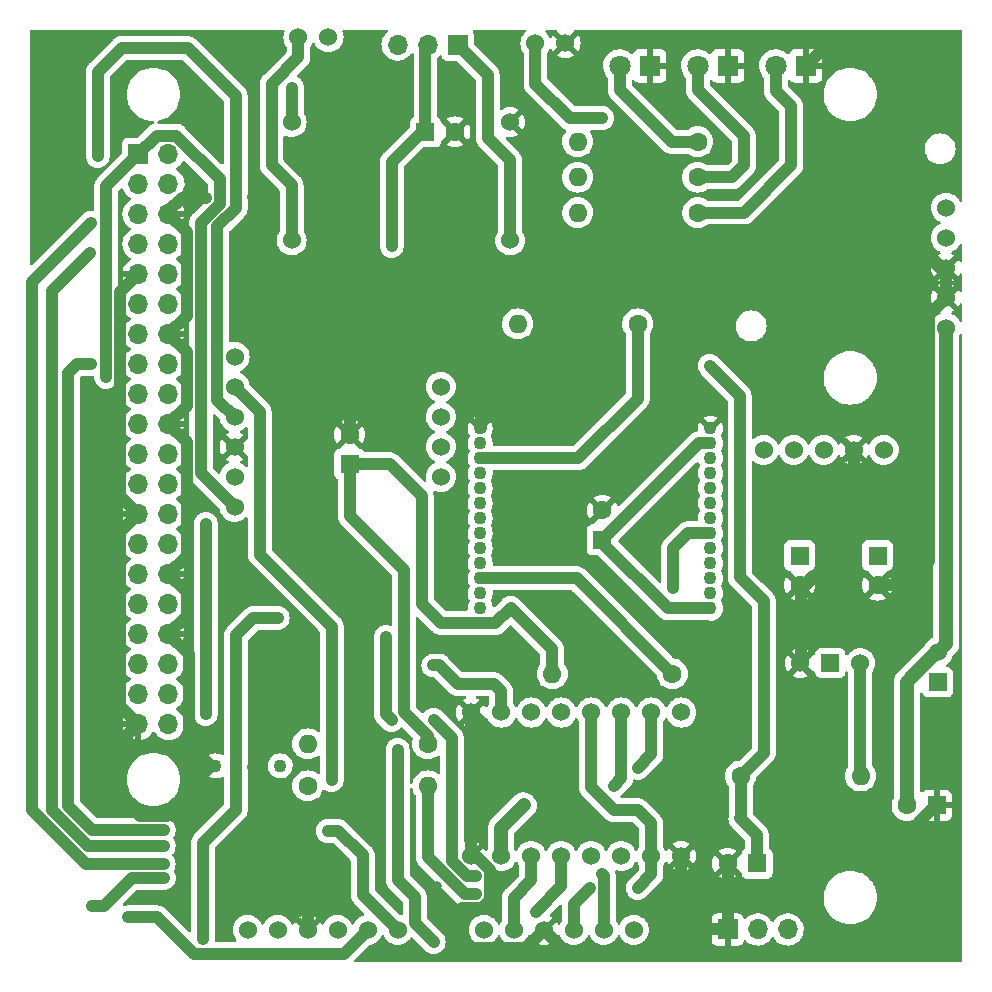
<source format=gtl>
%TF.GenerationSoftware,KiCad,Pcbnew,(6.0.4-0)*%
%TF.CreationDate,2022-07-13T22:20:56+09:00*%
%TF.ProjectId,2022-circuit,32303232-2d63-4697-9263-7569742e6b69,rev?*%
%TF.SameCoordinates,Original*%
%TF.FileFunction,Copper,L1,Top*%
%TF.FilePolarity,Positive*%
%FSLAX46Y46*%
G04 Gerber Fmt 4.6, Leading zero omitted, Abs format (unit mm)*
G04 Created by KiCad (PCBNEW (6.0.4-0)) date 2022-07-13 22:20:56*
%MOMM*%
%LPD*%
G01*
G04 APERTURE LIST*
%TA.AperFunction,ComponentPad*%
%ADD10C,1.600000*%
%TD*%
%TA.AperFunction,ComponentPad*%
%ADD11O,1.600000X1.600000*%
%TD*%
%TA.AperFunction,ComponentPad*%
%ADD12R,1.600000X1.600000*%
%TD*%
%TA.AperFunction,ComponentPad*%
%ADD13R,1.800000X1.800000*%
%TD*%
%TA.AperFunction,ComponentPad*%
%ADD14C,1.800000*%
%TD*%
%TA.AperFunction,ComponentPad*%
%ADD15C,1.100000*%
%TD*%
%TA.AperFunction,ComponentPad*%
%ADD16C,1.524000*%
%TD*%
%TA.AperFunction,ComponentPad*%
%ADD17R,1.700000X1.700000*%
%TD*%
%TA.AperFunction,ComponentPad*%
%ADD18O,1.700000X1.700000*%
%TD*%
%TA.AperFunction,ComponentPad*%
%ADD19R,1.524000X1.524000*%
%TD*%
%TA.AperFunction,ViaPad*%
%ADD20C,0.800000*%
%TD*%
%TA.AperFunction,Conductor*%
%ADD21C,1.000000*%
%TD*%
%TA.AperFunction,Conductor*%
%ADD22C,1.200000*%
%TD*%
G04 APERTURE END LIST*
D10*
%TO.P,R2,1*%
%TO.N,+3V3*%
X109220000Y-125984000D03*
D11*
%TO.P,R2,2*%
%TO.N,/GPIO4(GCLK)*%
X99060000Y-125984000D03*
%TD*%
D12*
%TO.P,C3,1*%
%TO.N,+3V3*%
X102616000Y-102297113D03*
D10*
%TO.P,C3,2*%
%TO.N,GND*%
X102616000Y-99797113D03*
%TD*%
%TO.P,R4,1*%
%TO.N,Net-(D2-Pad2)*%
X132080000Y-78000000D03*
D11*
%TO.P,R4,2*%
%TO.N,/GPIO9(LED2)*%
X121920000Y-78000000D03*
%TD*%
D10*
%TO.P,R3,1*%
%TO.N,Net-(D1-Pad2)*%
X132080000Y-81000000D03*
D11*
%TO.P,R3,2*%
%TO.N,/GPIO10(LED1)*%
X121920000Y-81000000D03*
%TD*%
D12*
%TO.P,C1,1*%
%TO.N,+5V*%
X147320000Y-110046888D03*
D10*
%TO.P,C1,2*%
%TO.N,GND*%
X147320000Y-112546888D03*
%TD*%
%TO.P,R8,1*%
%TO.N,Net-(R8-Pad1)*%
X127000000Y-90424000D03*
D11*
%TO.P,R8,2*%
%TO.N,/GPIO18(RESET)*%
X116840000Y-90424000D03*
%TD*%
D12*
%TO.P,C6,1*%
%TO.N,+3V3*%
X124000000Y-108705113D03*
D10*
%TO.P,C6,2*%
%TO.N,GND*%
X124000000Y-106205113D03*
%TD*%
D12*
%TO.P,C7,1*%
%TO.N,+5V*%
X109030888Y-74168000D03*
D10*
%TO.P,C7,2*%
%TO.N,GND*%
X111530888Y-74168000D03*
%TD*%
%TO.P,R1,1*%
%TO.N,/GPIO4(GCLK)*%
X99060000Y-129540000D03*
D11*
%TO.P,R1,2*%
%TO.N,Net-(R1-Pad2)*%
X109220000Y-129540000D03*
%TD*%
D12*
%TO.P,C2,1*%
%TO.N,+5V*%
X140716000Y-110046888D03*
D10*
%TO.P,C2,2*%
%TO.N,GND*%
X140716000Y-112546888D03*
%TD*%
%TO.P,R5,1*%
%TO.N,Net-(D3-Pad2)*%
X132080000Y-75000000D03*
D11*
%TO.P,R5,2*%
%TO.N,/GPIO11(LED3)*%
X121920000Y-75000000D03*
%TD*%
D12*
%TO.P,C4,1*%
%TO.N,/GPIO25(Separation)*%
X137105113Y-136100000D03*
D10*
%TO.P,C4,2*%
%TO.N,GND*%
X134605113Y-136100000D03*
%TD*%
D13*
%TO.P,D2,1,K*%
%TO.N,GND*%
X134620000Y-68580000D03*
D14*
%TO.P,D2,2,A*%
%TO.N,Net-(D2-Pad2)*%
X132080000Y-68580000D03*
%TD*%
D15*
%TO.P,SW3,1,1*%
%TO.N,GND*%
X91230000Y-127845000D03*
%TO.P,SW3,2,2*%
%TO.N,Net-(SW3-Pad2)*%
X96730000Y-127845000D03*
%TD*%
D16*
%TO.P,U8,1,5v~{}*%
%TO.N,+5V*%
X147828000Y-101092000D03*
%TO.P,U8,2,GND~{}*%
%TO.N,GND*%
X145288000Y-101092000D03*
%TO.P,U8,3,RXD~{}*%
%TO.N,/GPIO14(UART_TX)*%
X142748000Y-101092000D03*
%TO.P,U8,4,TXD~{}*%
%TO.N,Net-(U6-Pad10)*%
X140208000Y-101092000D03*
%TO.P,U8,5,1PPS*%
%TO.N,unconnected-(U8-Pad5)*%
X137668000Y-101092000D03*
%TD*%
D12*
%TO.P,C5,1*%
%TO.N,GND*%
X152305113Y-131200000D03*
D10*
%TO.P,C5,2*%
%TO.N,Net-(C5-Pad2)*%
X149805113Y-131200000D03*
%TD*%
D17*
%TO.P,U6,1*%
%TO.N,+3V3*%
X84729200Y-76026200D03*
D18*
%TO.P,U6,2*%
%TO.N,+5V*%
X87269200Y-76026200D03*
%TO.P,U6,3*%
%TO.N,/GPIO2(SDA)*%
X84729200Y-78566200D03*
%TO.P,U6,4*%
%TO.N,+5V*%
X87269200Y-78566200D03*
%TO.P,U6,5*%
%TO.N,/GPIO3(SCL)*%
X84729200Y-81106200D03*
%TO.P,U6,6*%
%TO.N,GND*%
X87269200Y-81106200D03*
%TO.P,U6,7*%
%TO.N,/GPIO4(GCLK)*%
X84729200Y-83646200D03*
%TO.P,U6,8*%
%TO.N,/GPIO14(UART_TX)*%
X87269200Y-83646200D03*
%TO.P,U6,9*%
%TO.N,GND*%
X84729200Y-86186200D03*
%TO.P,U6,10*%
%TO.N,Net-(U6-Pad10)*%
X87269200Y-86186200D03*
%TO.P,U6,11*%
%TO.N,unconnected-(U6-Pad11)*%
X84729200Y-88726200D03*
%TO.P,U6,12*%
%TO.N,/GPIO18(RESET)*%
X87269200Y-88726200D03*
%TO.P,U6,13*%
%TO.N,unconnected-(U6-Pad13)*%
X84729200Y-91266200D03*
%TO.P,U6,14*%
%TO.N,GND*%
X87269200Y-91266200D03*
%TO.P,U6,15*%
%TO.N,Net-(SW3-Pad2)*%
X84729200Y-93806200D03*
%TO.P,U6,16*%
%TO.N,unconnected-(U6-Pad16)*%
X87269200Y-93806200D03*
%TO.P,U6,17*%
%TO.N,+3V3*%
X84729200Y-96346200D03*
%TO.P,U6,18*%
%TO.N,unconnected-(U6-Pad18)*%
X87269200Y-96346200D03*
%TO.P,U6,19*%
%TO.N,/GPIO10(LED1)*%
X84729200Y-98886200D03*
%TO.P,U6,20*%
%TO.N,GND*%
X87269200Y-98886200D03*
%TO.P,U6,21*%
%TO.N,/GPIO9(LED2)*%
X84729200Y-101426200D03*
%TO.P,U6,22*%
%TO.N,/GPIO25(Separation)*%
X87269200Y-101426200D03*
%TO.P,U6,23*%
%TO.N,/GPIO11(LED3)*%
X84729200Y-103966200D03*
%TO.P,U6,24*%
%TO.N,/GPIO8(Encoder2)*%
X87269200Y-103966200D03*
%TO.P,U6,25*%
%TO.N,GND*%
X84729200Y-106506200D03*
%TO.P,U6,26*%
%TO.N,/GPIO7(Encoder2)*%
X87269200Y-106506200D03*
%TO.P,U6,27*%
%TO.N,/GPIO0(TX)*%
X84729200Y-109046200D03*
%TO.P,U6,28*%
%TO.N,/GPIO1(RX)*%
X87269200Y-109046200D03*
%TO.P,U6,29*%
%TO.N,/GPIO5(Ain)*%
X84729200Y-111586200D03*
%TO.P,U6,30*%
%TO.N,GND*%
X87269200Y-111586200D03*
%TO.P,U6,31*%
%TO.N,/GPIO6(Ain)*%
X84729200Y-114126200D03*
%TO.P,U6,32*%
%TO.N,/GPIO12(PWM0)*%
X87269200Y-114126200D03*
%TO.P,U6,33*%
%TO.N,/GPIO13(PWM1)*%
X84729200Y-116666200D03*
%TO.P,U6,34*%
%TO.N,GND*%
X87269200Y-116666200D03*
%TO.P,U6,35*%
%TO.N,/GPIO19(Encoder1)*%
X84729200Y-119206200D03*
%TO.P,U6,36*%
%TO.N,/GPIO16(Bin)*%
X87269200Y-119206200D03*
%TO.P,U6,37*%
%TO.N,/GPIO26(Encoder1)*%
X84729200Y-121746200D03*
%TO.P,U6,38*%
%TO.N,/GPIO20(BIn)*%
X87269200Y-121746200D03*
%TO.P,U6,39*%
%TO.N,GND*%
X84729200Y-124286200D03*
%TO.P,U6,40*%
%TO.N,unconnected-(U6-Pad40)*%
X87269200Y-124286200D03*
%TD*%
D16*
%TO.P,U4,1,GND*%
%TO.N,GND*%
X130680000Y-135475000D03*
%TO.P,U4,2,Vcc*%
%TO.N,+5V*%
X128140000Y-135475000D03*
%TO.P,U4,3,MotorA*%
%TO.N,Net-(U1-Pad1)*%
X125600000Y-135475000D03*
%TO.P,U4,4,MotorA*%
%TO.N,Net-(U1-Pad2)*%
X123060000Y-135475000D03*
%TO.P,U4,5,MotorB*%
%TO.N,Net-(U4-Pad5)*%
X120520000Y-135475000D03*
%TO.P,U4,6,MotorB*%
%TO.N,Net-(U4-Pad6)*%
X117980000Y-135475000D03*
%TO.P,U4,7,VMotor*%
%TO.N,Net-(C5-Pad2)*%
X115440000Y-135475000D03*
%TO.P,U4,8,GND*%
%TO.N,GND*%
X112900000Y-135475000D03*
%TO.P,U4,9,PWMA*%
%TO.N,/GPIO13(PWM1)*%
X130680000Y-123325000D03*
%TO.P,U4,10,Ain*%
%TO.N,/GPIO6(Ain)*%
X128140000Y-123325000D03*
%TO.P,U4,11,Ain*%
%TO.N,/GPIO5(Ain)*%
X125600000Y-123325000D03*
%TO.P,U4,12,STBY*%
%TO.N,+5V*%
X123060000Y-123325000D03*
%TO.P,U4,13,Bin*%
%TO.N,/GPIO16(Bin)*%
X120520000Y-123325000D03*
%TO.P,U4,14,Bin*%
%TO.N,/GPIO20(BIn)*%
X117980000Y-123325000D03*
%TO.P,U4,15,PWMB*%
%TO.N,/GPIO12(PWM0)*%
X115440000Y-123325000D03*
%TO.P,U4,16,GND*%
%TO.N,GND*%
X112900000Y-123325000D03*
%TD*%
D17*
%TO.P,SW2,1,A*%
%TO.N,Net-(SW2-Pad1)*%
X111745000Y-66777000D03*
D18*
%TO.P,SW2,2,B*%
%TO.N,+5V*%
X109205000Y-66777000D03*
%TO.P,SW2,3,C*%
%TO.N,unconnected-(SW2-Pad3)*%
X106665000Y-66777000D03*
%TD*%
D16*
%TO.P,BT1,1,+*%
%TO.N,Net-(BT1-Pad1)*%
X98278000Y-66147000D03*
%TO.P,BT1,2,-*%
%TO.N,Net-(BT1-Pad2)*%
X100818000Y-66147000D03*
%TD*%
%TO.P,Q1,1,G*%
%TO.N,Net-(Q1-Pad1)*%
X145840000Y-119150000D03*
D19*
%TO.P,Q1,2,D*%
%TO.N,Net-(Q1-Pad2)*%
X143300000Y-119150000D03*
D16*
%TO.P,Q1,3,S*%
%TO.N,GND*%
X140760000Y-119150000D03*
%TD*%
%TO.P,BT2,1,+*%
%TO.N,Net-(BT2-Pad1)*%
X118344000Y-66655000D03*
%TO.P,BT2,2,-*%
%TO.N,GND*%
X120884000Y-66655000D03*
%TD*%
%TO.P,S1,1,VIN*%
%TO.N,Net-(C5-Pad2)*%
X152400000Y-118237000D03*
D19*
%TO.P,S1,2,GND*%
%TO.N,Net-(Q1-Pad2)*%
X152400000Y-120777000D03*
%TD*%
D16*
%TO.P,U3,1,Vin*%
%TO.N,+3V3*%
X92870000Y-105918000D03*
%TO.P,U3,2,3vo*%
%TO.N,unconnected-(U3-Pad2)*%
X92870000Y-103378000D03*
%TO.P,U3,3,GND*%
%TO.N,GND*%
X92870000Y-100838000D03*
%TO.P,U3,4,SDA*%
%TO.N,/GPIO2(SDA)*%
X92870000Y-98298000D03*
%TO.P,U3,5,SCL*%
%TO.N,/GPIO3(SCL)*%
X92870000Y-95758000D03*
%TO.P,U3,6,RST*%
%TO.N,unconnected-(U3-Pad6)*%
X92870000Y-93218000D03*
%TO.P,U3,7,PS0*%
%TO.N,unconnected-(U3-Pad7)*%
X110330000Y-103378000D03*
%TO.P,U3,8,PS1*%
%TO.N,unconnected-(U3-Pad8)*%
X110330000Y-100838000D03*
%TO.P,U3,9,INT*%
%TO.N,unconnected-(U3-Pad9)*%
X110330000Y-98298000D03*
%TO.P,U3,10,ADR*%
%TO.N,unconnected-(U3-Pad10)*%
X110330000Y-95758000D03*
%TD*%
%TO.P,U2,1,GND*%
%TO.N,Net-(BT1-Pad2)*%
X97700000Y-73350000D03*
%TO.P,U2,2,IN*%
%TO.N,Net-(BT1-Pad1)*%
X97700000Y-83350000D03*
%TO.P,U2,3,GND*%
%TO.N,GND*%
X116200000Y-73350000D03*
%TO.P,U2,4,Vout*%
%TO.N,Net-(SW2-Pad1)*%
X116200000Y-83350000D03*
%TD*%
%TO.P,U9,1*%
%TO.N,Net-(U4-Pad5)*%
X113975000Y-141732000D03*
%TO.P,U9,2*%
%TO.N,Net-(U4-Pad6)*%
X116515000Y-141732000D03*
%TO.P,U9,3,GND*%
%TO.N,GND*%
X119055000Y-141732000D03*
%TO.P,U9,4,Vcc*%
%TO.N,+5V*%
X121595000Y-141732000D03*
%TO.P,U9,5*%
%TO.N,/GPIO7(Encoder2)*%
X124135000Y-141732000D03*
%TO.P,U9,6*%
%TO.N,/GPIO8(Encoder2)*%
X126675000Y-141732000D03*
%TD*%
D17*
%TO.P,SW1,1,A*%
%TO.N,GND*%
X134620000Y-141700000D03*
D18*
%TO.P,SW1,2,B*%
%TO.N,Net-(R1-Pad2)*%
X137160000Y-141700000D03*
%TO.P,SW1,3,C*%
%TO.N,unconnected-(SW1-Pad3)*%
X139700000Y-141700000D03*
%TD*%
D13*
%TO.P,D1,1,K*%
%TO.N,GND*%
X141229000Y-68580000D03*
D14*
%TO.P,D1,2,A*%
%TO.N,Net-(D1-Pad2)*%
X138689000Y-68580000D03*
%TD*%
D13*
%TO.P,D3,1,K*%
%TO.N,GND*%
X128016000Y-68580000D03*
D14*
%TO.P,D3,2,A*%
%TO.N,Net-(D3-Pad2)*%
X125476000Y-68580000D03*
%TD*%
D10*
%TO.P,R6,1*%
%TO.N,Net-(R6-Pad1)*%
X129930000Y-120050000D03*
D11*
%TO.P,R6,2*%
%TO.N,+3V3*%
X119770000Y-120050000D03*
%TD*%
D16*
%TO.P,U7,1,EN*%
%TO.N,unconnected-(U7-Pad1)*%
X153100000Y-80595000D03*
%TO.P,U7,2,Vin*%
%TO.N,Net-(BT2-Pad1)*%
X153100000Y-83135000D03*
%TO.P,U7,3,GND*%
%TO.N,GND*%
X153100000Y-85675000D03*
%TO.P,U7,4,GND*%
X153100000Y-88215000D03*
%TO.P,U7,5,Vout*%
%TO.N,Net-(C5-Pad2)*%
X153100000Y-90755000D03*
%TD*%
D10*
%TO.P,R7,1*%
%TO.N,/GPIO25(Separation)*%
X135720000Y-128700000D03*
D11*
%TO.P,R7,2*%
%TO.N,Net-(Q1-Pad1)*%
X145880000Y-128700000D03*
%TD*%
D15*
%TO.P,U5,1,GND*%
%TO.N,GND*%
X133157000Y-99255000D03*
%TO.P,U5,2,VccRF*%
%TO.N,+3V3*%
X133157000Y-100525000D03*
%TO.P,U5,3,NC*%
%TO.N,unconnected-(U5-Pad3)*%
X133157000Y-101795000D03*
%TO.P,U5,4,NC*%
%TO.N,unconnected-(U5-Pad4)*%
X133157000Y-103065000D03*
%TO.P,U5,5*%
%TO.N,unconnected-(U5-Pad5)*%
X133157000Y-104335000D03*
%TO.P,U5,6*%
%TO.N,unconnected-(U5-Pad6)*%
X133157000Y-105605000D03*
%TO.P,U5,7,NC*%
%TO.N,unconnected-(U5-Pad7)*%
X133157000Y-106875000D03*
%TO.P,U5,8,UART_TX*%
%TO.N,/GPIO1(RX)*%
X133157000Y-108145000D03*
%TO.P,U5,9,UART_RX*%
%TO.N,/GPIO0(TX)*%
X133157000Y-109415000D03*
%TO.P,U5,10*%
%TO.N,unconnected-(U5-Pad10)*%
X133157000Y-110685000D03*
%TO.P,U5,11*%
%TO.N,unconnected-(U5-Pad11)*%
X133157000Y-111955000D03*
%TO.P,U5,12*%
%TO.N,unconnected-(U5-Pad12)*%
X133157000Y-113225000D03*
%TO.P,U5,13,Vcc*%
%TO.N,+3V3*%
X133157000Y-114495000D03*
%TO.P,U5,14*%
%TO.N,unconnected-(U5-Pad14)*%
X113657000Y-114495000D03*
%TO.P,U5,15*%
%TO.N,unconnected-(U5-Pad15)*%
X113657000Y-113225000D03*
%TO.P,U5,16*%
%TO.N,Net-(R6-Pad1)*%
X113657000Y-111955000D03*
%TO.P,U5,17,NC*%
%TO.N,unconnected-(U5-Pad17)*%
X113657000Y-110685000D03*
%TO.P,U5,18,NC*%
%TO.N,unconnected-(U5-Pad18)*%
X113657000Y-109415000D03*
%TO.P,U5,19*%
%TO.N,unconnected-(U5-Pad19)*%
X113657000Y-108145000D03*
%TO.P,U5,20*%
%TO.N,unconnected-(U5-Pad20)*%
X113657000Y-106875000D03*
%TO.P,U5,21*%
%TO.N,unconnected-(U5-Pad21)*%
X113657000Y-105605000D03*
%TO.P,U5,22*%
%TO.N,unconnected-(U5-Pad22)*%
X113657000Y-104335000D03*
%TO.P,U5,23,NC*%
%TO.N,unconnected-(U5-Pad23)*%
X113657000Y-103065000D03*
%TO.P,U5,24,RESET*%
%TO.N,Net-(R8-Pad1)*%
X113657000Y-101795000D03*
%TO.P,U5,25*%
%TO.N,unconnected-(U5-Pad25)*%
X113657000Y-100525000D03*
%TO.P,U5,26,GND*%
%TO.N,GND*%
X113657000Y-99255000D03*
%TD*%
D16*
%TO.P,U1,1*%
%TO.N,Net-(U1-Pad1)*%
X93980000Y-141732000D03*
%TO.P,U1,2*%
%TO.N,Net-(U1-Pad2)*%
X96520000Y-141732000D03*
%TO.P,U1,3,GND*%
%TO.N,GND*%
X99060000Y-141732000D03*
%TO.P,U1,4,Vcc*%
%TO.N,+5V*%
X101600000Y-141732000D03*
%TO.P,U1,5*%
%TO.N,/GPIO19(Encoder1)*%
X104140000Y-141732000D03*
%TO.P,U1,6*%
%TO.N,/GPIO26(Encoder1)*%
X106680000Y-141732000D03*
%TD*%
D20*
%TO.N,+3V3*%
X81980169Y-94905700D03*
X116250000Y-114450000D03*
%TO.N,+5V*%
X127000000Y-138176000D03*
X106172000Y-83820000D03*
X122936000Y-138176000D03*
%TO.N,/GPIO2(SDA)*%
X81280000Y-76200000D03*
%TO.N,/GPIO3(SCL)*%
X86868000Y-136144000D03*
X80690000Y-81870000D03*
X101092000Y-129032000D03*
%TO.N,GND*%
X92456000Y-140970000D03*
X118000000Y-97000000D03*
X92964000Y-110998000D03*
X147574000Y-76200000D03*
X147320000Y-86360000D03*
X94400000Y-79700000D03*
X97790000Y-102870000D03*
X128000000Y-109000000D03*
X143510000Y-125730000D03*
X153162000Y-67437000D03*
X104140000Y-111760000D03*
X129540000Y-138303000D03*
X106680000Y-97409000D03*
X140970000Y-82550000D03*
X124000000Y-96000000D03*
X99000000Y-108000000D03*
X120904000Y-126492000D03*
X119253000Y-74549000D03*
X130810000Y-129540000D03*
X152146000Y-141986000D03*
X94400000Y-127900000D03*
X96774000Y-94615000D03*
X88818711Y-103713289D03*
X115000000Y-131000000D03*
X90424000Y-79756000D03*
X81280000Y-107950000D03*
X110000000Y-138000000D03*
X119000000Y-105000000D03*
X141000000Y-133350000D03*
X132080000Y-96520000D03*
X129540000Y-77470000D03*
X105410000Y-143510000D03*
X113919000Y-76962000D03*
X117000000Y-109000000D03*
X132080000Y-138430000D03*
X134620000Y-123190000D03*
X102870000Y-74930000D03*
%TO.N,/GPIO4(GCLK)*%
X86868000Y-134620000D03*
X80588480Y-84440000D03*
%TO.N,Net-(SW3-Pad2)*%
X86868000Y-133279520D03*
X80688500Y-93800000D03*
%TO.N,/GPIO25(Separation)*%
X133096000Y-93980000D03*
%TO.N,/GPIO8(Encoder2)*%
X109728000Y-142748000D03*
X90425000Y-107350000D03*
X106680000Y-126492000D03*
X90424000Y-123444000D03*
%TO.N,/GPIO7(Encoder2)*%
X113284000Y-137160000D03*
X106172000Y-123952000D03*
X105664000Y-116948120D03*
X109728000Y-123952000D03*
X123952000Y-136976480D03*
%TO.N,/GPIO0(TX)*%
X96520000Y-115316000D03*
X90194598Y-142518598D03*
%TO.N,/GPIO1(RX)*%
X130000000Y-112800000D03*
%TO.N,/GPIO5(Ain)*%
X124968000Y-129540000D03*
%TO.N,/GPIO6(Ain)*%
X127000000Y-128016000D03*
%TO.N,/GPIO12(PWM0)*%
X109700000Y-119347160D03*
%TO.N,/GPIO13(PWM1)*%
X80772000Y-139700000D03*
X86879143Y-137343520D03*
%TO.N,/GPIO19(Encoder1)*%
X83820000Y-140673440D03*
%TO.N,/GPIO26(Encoder1)*%
X100756693Y-133356693D03*
%TO.N,Net-(U4-Pad5)*%
X118364000Y-140208000D03*
%TO.N,Net-(C5-Pad2)*%
X117400000Y-131200000D03*
%TO.N,Net-(R1-Pad2)*%
X113284000Y-138684000D03*
%TO.N,Net-(BT2-Pad1)*%
X124000000Y-73000000D03*
%TO.N,Net-(BT1-Pad2)*%
X97750000Y-70450000D03*
%TD*%
D21*
%TO.N,+3V3*%
X110350000Y-115750000D02*
X108712000Y-114112000D01*
X81980169Y-78775231D02*
X84729200Y-76026200D01*
X91623520Y-80252857D02*
X91623520Y-78189179D01*
X91623520Y-78189179D02*
X87911030Y-74476689D01*
X116250000Y-114450000D02*
X119770000Y-117970000D01*
X92870000Y-105918000D02*
X90018231Y-103066231D01*
X81980169Y-78775231D02*
X81980169Y-94905700D01*
X86278711Y-74476689D02*
X84729200Y-76026200D01*
X124000000Y-108705113D02*
X124000000Y-108946377D01*
X105997113Y-102297113D02*
X102616000Y-102297113D01*
X109220000Y-125984000D02*
X109220000Y-125303622D01*
X108712000Y-105012000D02*
X105997113Y-102297113D01*
X90018231Y-81858146D02*
X91623520Y-80252857D01*
X116250000Y-114450000D02*
X114950000Y-115750000D01*
X124000000Y-108946377D02*
X129548623Y-114495000D01*
X133157000Y-100525000D02*
X132180113Y-100525000D01*
X87911030Y-74476689D02*
X86278711Y-74476689D01*
X102616000Y-102297113D02*
X102616000Y-106680000D01*
X102616000Y-106680000D02*
X107188000Y-111252000D01*
X129548623Y-114495000D02*
X133157000Y-114495000D01*
X90018231Y-103066231D02*
X90018231Y-81858146D01*
X107188000Y-123271622D02*
X107188000Y-111252000D01*
X108712000Y-114112000D02*
X108712000Y-105012000D01*
X132180113Y-100525000D02*
X124000000Y-108705113D01*
X114950000Y-115750000D02*
X110350000Y-115750000D01*
X109220000Y-125303622D02*
X107188000Y-123271622D01*
X119770000Y-117970000D02*
X119770000Y-120050000D01*
%TO.N,+5V*%
X123060000Y-123325000D02*
X123060000Y-129664000D01*
X106172000Y-76708000D02*
X106172000Y-83820000D01*
X123060000Y-129664000D02*
X124968000Y-131572000D01*
X121595000Y-139517000D02*
X121595000Y-141732000D01*
X109030888Y-66951112D02*
X109030888Y-74168000D01*
X127000000Y-131572000D02*
X128140000Y-132712000D01*
X108712000Y-74168000D02*
X106172000Y-76708000D01*
X124968000Y-131572000D02*
X127000000Y-131572000D01*
X109030888Y-74168000D02*
X108712000Y-74168000D01*
X127000000Y-138176000D02*
X128140000Y-137036000D01*
X122936000Y-138176000D02*
X121595000Y-139517000D01*
X109205000Y-66777000D02*
X109030888Y-66951112D01*
X128140000Y-137036000D02*
X128140000Y-135475000D01*
X128140000Y-132712000D02*
X128140000Y-135475000D01*
%TO.N,/GPIO2(SDA)*%
X81280000Y-76200000D02*
X81280000Y-69088000D01*
X92964000Y-80608755D02*
X91408489Y-82164266D01*
X91408489Y-82164266D02*
X91408489Y-96836489D01*
X83312000Y-67056000D02*
X88900000Y-67056000D01*
X91408489Y-96836489D02*
X92870000Y-98298000D01*
X88900000Y-67056000D02*
X92964000Y-71120000D01*
X81280000Y-69088000D02*
X83312000Y-67056000D01*
X92964000Y-71120000D02*
X92964000Y-80608755D01*
%TO.N,/GPIO3(SCL)*%
X101092000Y-116047056D02*
X101092000Y-129032000D01*
X75710000Y-131590000D02*
X80264000Y-136144000D01*
X80690000Y-81870000D02*
X75710000Y-86850000D01*
X92870000Y-95758000D02*
X94996000Y-97884000D01*
X80264000Y-136144000D02*
X86868000Y-136144000D01*
X94996000Y-109951056D02*
X101092000Y-116047056D01*
X75710000Y-86850000D02*
X75710000Y-131590000D01*
X94996000Y-97884000D02*
X94996000Y-109951056D01*
%TO.N,GND*%
X89003209Y-130246249D02*
X89003209Y-128420791D01*
X90424000Y-79756000D02*
X88392000Y-79756000D01*
X87269200Y-80878800D02*
X87269200Y-81106200D01*
X134620000Y-141700000D02*
X132586110Y-141700000D01*
X89003209Y-130246249D02*
X87169458Y-132080000D01*
X116067000Y-126492000D02*
X112900000Y-123325000D01*
X88818711Y-92815711D02*
X88818711Y-95422711D01*
X84729200Y-106506200D02*
X83179689Y-108055711D01*
X102616000Y-99797113D02*
X102616000Y-92456000D01*
X88818711Y-82655711D02*
X88818711Y-89716689D01*
X120904000Y-126492000D02*
X116067000Y-126492000D01*
X134605113Y-141685113D02*
X134620000Y-141700000D01*
X89003209Y-128420791D02*
X89579000Y-127845000D01*
X87269200Y-116666200D02*
X89003209Y-118400209D01*
X87169458Y-132080000D02*
X84830542Y-132080000D01*
X84830542Y-132080000D02*
X83002447Y-130251905D01*
X134605113Y-137653113D02*
X136144000Y-139192000D01*
X83002447Y-130251905D02*
X83002447Y-126012953D01*
X149581112Y-112546888D02*
X147320000Y-112546888D01*
X149700000Y-69690000D02*
X149700000Y-82800000D01*
X149200000Y-134250000D02*
X152250000Y-131200000D01*
X88392000Y-79756000D02*
X87269200Y-80878800D01*
X140800000Y-119110000D02*
X140760000Y-119150000D01*
X121087000Y-143764000D02*
X119055000Y-141732000D01*
X140800000Y-112630888D02*
X140800000Y-119110000D01*
X95758000Y-85598000D02*
X103886000Y-93726000D01*
X112900000Y-123325000D02*
X112900000Y-135475000D01*
X114483520Y-139180857D02*
X113780857Y-139883520D01*
X87269200Y-111586200D02*
X88818711Y-110036689D01*
X142850000Y-134250000D02*
X149200000Y-134250000D01*
X83179689Y-87735711D02*
X83179689Y-104956689D01*
X151638489Y-110489511D02*
X149581112Y-112546888D01*
X111506000Y-93726000D02*
X113755000Y-95975000D01*
X112084480Y-139883520D02*
X111252000Y-140716000D01*
X142859000Y-66950000D02*
X146960000Y-66950000D01*
X141215022Y-112546888D02*
X140716000Y-112546888D01*
X145288000Y-101092000D02*
X145288000Y-108473910D01*
X130680000Y-141100000D02*
X128016000Y-143764000D01*
X130680000Y-135475000D02*
X130680000Y-139793890D01*
X88818711Y-115116689D02*
X87269200Y-116666200D01*
X95758000Y-81058000D02*
X95758000Y-85598000D01*
X132586110Y-141700000D02*
X130680000Y-139793890D01*
X130680000Y-139793890D02*
X130680000Y-141100000D01*
X83002447Y-126012953D02*
X84729200Y-124286200D01*
X87269200Y-91266200D02*
X88818711Y-92815711D01*
X113780857Y-139883520D02*
X112084480Y-139883520D01*
X149700000Y-82800000D02*
X153100000Y-86200000D01*
X89579000Y-127845000D02*
X91230000Y-127845000D01*
X113755000Y-95975000D02*
X113755000Y-99255000D01*
X140716000Y-112546888D02*
X140800000Y-112630888D01*
X141229000Y-68580000D02*
X142859000Y-66950000D01*
X152250000Y-131200000D02*
X152305113Y-131200000D01*
X128016000Y-143764000D02*
X121087000Y-143764000D01*
X145288000Y-108473910D02*
X141215022Y-112546888D01*
X88818711Y-103713289D02*
X88818711Y-100435711D01*
X112900000Y-135475000D02*
X113295377Y-135475000D01*
X83179689Y-108055711D02*
X83179689Y-122736689D01*
X111760000Y-143256000D02*
X117531000Y-143256000D01*
X153100000Y-88215000D02*
X151638489Y-89676511D01*
X151638489Y-89676511D02*
X151638489Y-110489511D01*
X103886000Y-93726000D02*
X111506000Y-93726000D01*
X88818711Y-110036689D02*
X88818711Y-103713289D01*
X88818711Y-95422711D02*
X88818711Y-97336689D01*
X113295377Y-135475000D02*
X114483520Y-136663143D01*
X88818711Y-100435711D02*
X87269200Y-98886200D01*
X84729200Y-86186200D02*
X83179689Y-87735711D01*
X153100000Y-86200000D02*
X153100000Y-88215000D01*
X87269200Y-111586200D02*
X88818711Y-113135711D01*
X88818711Y-95422711D02*
X88818711Y-96786711D01*
X83179689Y-122736689D02*
X84729200Y-124286200D01*
X88818711Y-113135711D02*
X88818711Y-115116689D01*
X83179689Y-104956689D02*
X84729200Y-106506200D01*
X94400000Y-79700000D02*
X95758000Y-81058000D01*
X136144000Y-139192000D02*
X137908000Y-139192000D01*
X94400000Y-127900000D02*
X99060000Y-132560000D01*
X153100000Y-85675000D02*
X153100000Y-88215000D01*
X111252000Y-140716000D02*
X111252000Y-142748000D01*
X146960000Y-66950000D02*
X149700000Y-69690000D01*
X102616000Y-92456000D02*
X95758000Y-85598000D01*
X99060000Y-132560000D02*
X99060000Y-141732000D01*
X88818711Y-89716689D02*
X87269200Y-91266200D01*
X89003209Y-118400209D02*
X89003209Y-130246249D01*
X137908000Y-139192000D02*
X142850000Y-134250000D01*
X87269200Y-81106200D02*
X88818711Y-82655711D01*
X117531000Y-143256000D02*
X119055000Y-141732000D01*
X134605113Y-136100000D02*
X134605113Y-137653113D01*
X111252000Y-142748000D02*
X111760000Y-143256000D01*
X134605113Y-136100000D02*
X134605113Y-141685113D01*
X88818711Y-97336689D02*
X87269200Y-98886200D01*
X114483520Y-136663143D02*
X114483520Y-139180857D01*
%TO.N,/GPIO4(GCLK)*%
X86868000Y-134620000D02*
X80436378Y-134620000D01*
X77399520Y-87628960D02*
X80588480Y-84440000D01*
X77399520Y-131583142D02*
X77399520Y-87628960D01*
X80436378Y-134620000D02*
X77399520Y-131583142D01*
%TO.N,Net-(SW3-Pad2)*%
X86868000Y-133279520D02*
X80792276Y-133279520D01*
X78740000Y-94570000D02*
X79510000Y-93800000D01*
X80792276Y-133279520D02*
X78740000Y-131227244D01*
X79510000Y-93800000D02*
X80688500Y-93800000D01*
X78740000Y-131227244D02*
X78740000Y-94570000D01*
%TO.N,/GPIO25(Separation)*%
X135720000Y-132280000D02*
X135720000Y-128700000D01*
X135636000Y-96520000D02*
X135636000Y-111861805D01*
X133096000Y-93980000D02*
X135636000Y-96520000D01*
X137105113Y-136100000D02*
X137105113Y-133705113D01*
X137105113Y-133705113D02*
X135700000Y-132300000D01*
X137699520Y-126720480D02*
X135720000Y-128700000D01*
X135636000Y-111861805D02*
X137699520Y-113925325D01*
X135700000Y-132300000D02*
X135720000Y-132280000D01*
X137699520Y-113925325D02*
X137699520Y-126720480D01*
%TO.N,/GPIO8(Encoder2)*%
X106680000Y-126492000D02*
X106680000Y-137495622D01*
X90424000Y-123444000D02*
X90424000Y-107351000D01*
X108141511Y-141161511D02*
X109728000Y-142748000D01*
X108141511Y-138957133D02*
X108141511Y-141161511D01*
X106680000Y-137495622D02*
X108141511Y-138957133D01*
X90424000Y-107351000D02*
X90425000Y-107350000D01*
%TO.N,/GPIO7(Encoder2)*%
X123952000Y-136976480D02*
X124135520Y-137160000D01*
X113284000Y-137160000D02*
X112518110Y-137160000D01*
X105664000Y-123444000D02*
X106172000Y-123952000D01*
X124135520Y-141731480D02*
X124135000Y-141732000D01*
X111252000Y-125476000D02*
X109728000Y-123952000D01*
X111252000Y-135893890D02*
X111252000Y-125476000D01*
X112518110Y-137160000D02*
X111252000Y-135893890D01*
X124135520Y-137160000D02*
X124135520Y-141731480D01*
X105664000Y-116948120D02*
X105664000Y-123444000D01*
%TO.N,/GPIO0(TX)*%
X90194598Y-134341402D02*
X90194598Y-142518598D01*
X94440978Y-115316000D02*
X92964000Y-116792978D01*
X92964000Y-131572000D02*
X90194598Y-134341402D01*
X96520000Y-115316000D02*
X94440978Y-115316000D01*
X92964000Y-116792978D02*
X92964000Y-131572000D01*
%TO.N,/GPIO1(RX)*%
X131255000Y-108145000D02*
X133157000Y-108145000D01*
X130000000Y-109400000D02*
X130000000Y-112800000D01*
X131255000Y-108145000D02*
X130000000Y-109400000D01*
%TO.N,/GPIO5(Ain)*%
X124968000Y-129540000D02*
X125600000Y-128908000D01*
X125600000Y-128908000D02*
X125600000Y-123325000D01*
%TO.N,/GPIO6(Ain)*%
X127000000Y-128016000D02*
X128140000Y-126876000D01*
X128140000Y-126876000D02*
X128140000Y-123325000D01*
%TO.N,/GPIO12(PWM0)*%
X111760000Y-120904000D02*
X114808000Y-120904000D01*
X109700000Y-119347160D02*
X110203160Y-119347160D01*
X115440000Y-121536000D02*
X115440000Y-123325000D01*
X114808000Y-120904000D02*
X115440000Y-121536000D01*
X110203160Y-119347160D02*
X111760000Y-120904000D01*
%TO.N,/GPIO13(PWM1)*%
X81788000Y-139700000D02*
X84144480Y-137343520D01*
X84144480Y-137343520D02*
X86879143Y-137343520D01*
X80772000Y-139700000D02*
X81788000Y-139700000D01*
%TO.N,/GPIO19(Encoder1)*%
X102108000Y-143764000D02*
X104140000Y-141732000D01*
X83820000Y-140673440D02*
X86317440Y-140673440D01*
X89408000Y-143764000D02*
X102108000Y-143764000D01*
X86317440Y-140673440D02*
X89408000Y-143764000D01*
%TO.N,/GPIO26(Encoder1)*%
X103724000Y-135424000D02*
X101656693Y-133356693D01*
X103724000Y-135424000D02*
X103724000Y-138776000D01*
X103724000Y-138776000D02*
X106680000Y-141732000D01*
X101656693Y-133356693D02*
X100756693Y-133356693D01*
%TO.N,Net-(U4-Pad5)*%
X120520000Y-138052000D02*
X118364000Y-140208000D01*
X120520000Y-135475000D02*
X120520000Y-138052000D01*
%TO.N,Net-(U4-Pad6)*%
X117980000Y-137544000D02*
X116515000Y-139009000D01*
X116515000Y-139009000D02*
X116515000Y-141732000D01*
X117980000Y-135475000D02*
X117980000Y-137544000D01*
D22*
%TO.N,Net-(C5-Pad2)*%
X153100000Y-117537000D02*
X152400000Y-118237000D01*
X153100000Y-90755000D02*
X153100000Y-117537000D01*
X152400000Y-118237000D02*
X152273000Y-118237000D01*
X152273000Y-118237000D02*
X149805113Y-120704887D01*
D21*
X117400000Y-131200000D02*
X117348000Y-131200000D01*
D22*
X115440000Y-133108000D02*
X115440000Y-135475000D01*
X149805113Y-120704887D02*
X149805113Y-131200000D01*
X117348000Y-131200000D02*
X115440000Y-133108000D01*
D21*
%TO.N,Net-(D3-Pad2)*%
X129864000Y-75000000D02*
X132080000Y-75000000D01*
X125476000Y-68580000D02*
X125476000Y-70612000D01*
X125476000Y-70612000D02*
X129864000Y-75000000D01*
%TO.N,Net-(R8-Pad1)*%
X121955000Y-101795000D02*
X113657000Y-101795000D01*
X127000000Y-96750000D02*
X121955000Y-101795000D01*
X127000000Y-90424000D02*
X127000000Y-96750000D01*
%TO.N,Net-(Q1-Pad1)*%
X145840000Y-128660000D02*
X145880000Y-128700000D01*
X145840000Y-119150000D02*
X145840000Y-128660000D01*
%TO.N,Net-(R6-Pad1)*%
X121835000Y-111955000D02*
X113657000Y-111955000D01*
X129930000Y-120050000D02*
X121835000Y-111955000D01*
%TO.N,Net-(D2-Pad2)*%
X135000000Y-78000000D02*
X132080000Y-78000000D01*
X136000000Y-74532000D02*
X136000000Y-77000000D01*
X132080000Y-70612000D02*
X136000000Y-74532000D01*
X132080000Y-68580000D02*
X132080000Y-70612000D01*
X136000000Y-77000000D02*
X135000000Y-78000000D01*
%TO.N,Net-(D1-Pad2)*%
X138689000Y-68580000D02*
X138689000Y-70689000D01*
X140000000Y-72000000D02*
X140000000Y-77000000D01*
X136000000Y-81000000D02*
X132080000Y-81000000D01*
X138689000Y-70689000D02*
X140000000Y-72000000D01*
X140000000Y-77000000D02*
X136000000Y-81000000D01*
%TO.N,Net-(R1-Pad2)*%
X113284000Y-138684000D02*
X112345732Y-138684000D01*
X112345732Y-138684000D02*
X109220000Y-135558268D01*
X109220000Y-135558268D02*
X109220000Y-129540000D01*
%TO.N,Net-(SW2-Pad1)*%
X111745000Y-66777000D02*
X114300000Y-69332000D01*
X114300000Y-74676000D02*
X116200000Y-76576000D01*
X116200000Y-76576000D02*
X116200000Y-83350000D01*
X114300000Y-69332000D02*
X114300000Y-74676000D01*
%TO.N,Net-(BT2-Pad1)*%
X118344000Y-66655000D02*
X118344000Y-70084000D01*
X121260000Y-73000000D02*
X124000000Y-73000000D01*
X118344000Y-70084000D02*
X121260000Y-73000000D01*
%TO.N,Net-(BT1-Pad2)*%
X97750000Y-70450000D02*
X97750000Y-73300000D01*
X97750000Y-73300000D02*
X97700000Y-73350000D01*
%TO.N,Net-(BT1-Pad1)*%
X97700000Y-78700000D02*
X97700000Y-83350000D01*
X98278000Y-67838000D02*
X96000000Y-70116000D01*
X96000000Y-77000000D02*
X97700000Y-78700000D01*
X96000000Y-70116000D02*
X96000000Y-77000000D01*
X98278000Y-66147000D02*
X98278000Y-67838000D01*
%TD*%
%TA.AperFunction,Conductor*%
%TO.N,GND*%
G36*
X97044236Y-65528502D02*
G01*
X97090729Y-65582158D01*
X97100833Y-65652432D01*
X97090310Y-65687749D01*
X97081885Y-65705817D01*
X97079560Y-65710804D01*
X97078138Y-65716112D01*
X97078137Y-65716114D01*
X97073510Y-65733382D01*
X97022022Y-65925537D01*
X97002647Y-66147000D01*
X97022022Y-66368463D01*
X97079560Y-66583196D01*
X97081882Y-66588177D01*
X97081883Y-66588178D01*
X97171186Y-66779689D01*
X97171189Y-66779694D01*
X97173512Y-66784676D01*
X97176668Y-66789183D01*
X97176669Y-66789185D01*
X97246713Y-66889218D01*
X97269500Y-66961489D01*
X97269500Y-67368076D01*
X97249498Y-67436197D01*
X97232595Y-67457171D01*
X95330621Y-69359145D01*
X95320478Y-69368247D01*
X95290975Y-69391968D01*
X95271885Y-69414719D01*
X95258709Y-69430421D01*
X95255528Y-69434069D01*
X95253885Y-69435881D01*
X95251691Y-69438075D01*
X95224358Y-69471349D01*
X95223696Y-69472147D01*
X95163846Y-69543474D01*
X95161278Y-69548144D01*
X95157897Y-69552261D01*
X95128579Y-69606939D01*
X95114023Y-69634086D01*
X95113394Y-69635245D01*
X95071538Y-69711381D01*
X95071535Y-69711389D01*
X95068567Y-69716787D01*
X95066955Y-69721869D01*
X95064438Y-69726563D01*
X95037238Y-69815531D01*
X95036918Y-69816559D01*
X95008765Y-69905306D01*
X95008171Y-69910602D01*
X95006613Y-69915698D01*
X94999269Y-69988000D01*
X94997218Y-70008187D01*
X94997089Y-70009393D01*
X94991500Y-70059227D01*
X94991500Y-70062754D01*
X94991445Y-70063739D01*
X94990998Y-70069419D01*
X94986626Y-70112462D01*
X94990623Y-70154741D01*
X94990941Y-70158109D01*
X94991500Y-70169967D01*
X94991500Y-76938157D01*
X94990763Y-76951764D01*
X94990098Y-76957891D01*
X94986676Y-76989388D01*
X94987914Y-77003537D01*
X94991050Y-77039388D01*
X94991379Y-77044214D01*
X94991500Y-77046686D01*
X94991500Y-77049769D01*
X94991801Y-77052837D01*
X94995690Y-77092506D01*
X94995812Y-77093819D01*
X94998986Y-77130091D01*
X95003913Y-77186413D01*
X95005400Y-77191532D01*
X95005920Y-77196833D01*
X95032791Y-77285834D01*
X95033126Y-77286967D01*
X95057223Y-77369906D01*
X95059091Y-77376336D01*
X95061544Y-77381068D01*
X95063084Y-77386169D01*
X95065978Y-77391612D01*
X95106731Y-77468260D01*
X95107343Y-77469426D01*
X95146920Y-77545775D01*
X95150108Y-77551926D01*
X95153431Y-77556089D01*
X95155934Y-77560796D01*
X95214755Y-77632918D01*
X95215446Y-77633774D01*
X95246738Y-77672973D01*
X95249242Y-77675477D01*
X95249884Y-77676195D01*
X95253585Y-77680528D01*
X95280935Y-77714062D01*
X95285682Y-77717989D01*
X95285684Y-77717991D01*
X95316262Y-77743287D01*
X95325042Y-77751277D01*
X96654595Y-79080829D01*
X96688620Y-79143141D01*
X96691500Y-79169924D01*
X96691500Y-82535511D01*
X96668713Y-82607782D01*
X96601261Y-82704114D01*
X96595512Y-82712324D01*
X96593189Y-82717306D01*
X96593186Y-82717311D01*
X96560066Y-82788338D01*
X96501560Y-82913804D01*
X96500138Y-82919112D01*
X96500137Y-82919114D01*
X96484472Y-82977575D01*
X96444022Y-83128537D01*
X96424647Y-83350000D01*
X96444022Y-83571463D01*
X96501560Y-83786196D01*
X96503882Y-83791177D01*
X96503883Y-83791178D01*
X96593186Y-83982689D01*
X96593189Y-83982694D01*
X96595512Y-83987676D01*
X96598668Y-83992183D01*
X96598669Y-83992185D01*
X96707780Y-84148011D01*
X96723023Y-84169781D01*
X96880219Y-84326977D01*
X96884727Y-84330134D01*
X96884730Y-84330136D01*
X96949310Y-84375355D01*
X97062323Y-84454488D01*
X97067305Y-84456811D01*
X97067310Y-84456814D01*
X97222730Y-84529287D01*
X97263804Y-84548440D01*
X97269112Y-84549862D01*
X97269114Y-84549863D01*
X97334949Y-84567503D01*
X97478537Y-84605978D01*
X97700000Y-84625353D01*
X97921463Y-84605978D01*
X98065051Y-84567503D01*
X98130886Y-84549863D01*
X98130888Y-84549862D01*
X98136196Y-84548440D01*
X98177270Y-84529287D01*
X98332690Y-84456814D01*
X98332695Y-84456811D01*
X98337677Y-84454488D01*
X98450690Y-84375355D01*
X98515270Y-84330136D01*
X98515273Y-84330134D01*
X98519781Y-84326977D01*
X98676977Y-84169781D01*
X98692221Y-84148011D01*
X98801331Y-83992185D01*
X98801332Y-83992183D01*
X98804488Y-83987676D01*
X98806811Y-83982694D01*
X98806814Y-83982689D01*
X98896117Y-83791178D01*
X98896118Y-83791177D01*
X98898440Y-83786196D01*
X98955978Y-83571463D01*
X98975353Y-83350000D01*
X98955978Y-83128537D01*
X98915528Y-82977575D01*
X98899863Y-82919114D01*
X98899862Y-82919112D01*
X98898440Y-82913804D01*
X98839934Y-82788338D01*
X98806814Y-82717311D01*
X98806811Y-82717306D01*
X98804488Y-82712324D01*
X98798740Y-82704114D01*
X98731287Y-82607782D01*
X98708500Y-82535511D01*
X98708500Y-78761843D01*
X98709237Y-78748236D01*
X98712659Y-78716738D01*
X98712659Y-78716733D01*
X98713324Y-78710612D01*
X98708950Y-78660612D01*
X98708621Y-78655786D01*
X98708500Y-78653314D01*
X98708500Y-78650231D01*
X98706744Y-78632320D01*
X98704310Y-78607494D01*
X98704188Y-78606181D01*
X98696623Y-78519718D01*
X98696087Y-78513587D01*
X98694600Y-78508468D01*
X98694080Y-78503167D01*
X98667209Y-78414166D01*
X98666874Y-78413033D01*
X98642630Y-78329586D01*
X98642628Y-78329582D01*
X98640909Y-78323664D01*
X98638456Y-78318932D01*
X98636916Y-78313831D01*
X98626009Y-78293317D01*
X98593269Y-78231740D01*
X98592657Y-78230574D01*
X98552729Y-78153547D01*
X98549892Y-78148074D01*
X98546569Y-78143911D01*
X98544066Y-78139204D01*
X98485245Y-78067082D01*
X98484554Y-78066226D01*
X98453262Y-78027027D01*
X98450758Y-78024523D01*
X98450116Y-78023805D01*
X98446415Y-78019472D01*
X98419065Y-77985938D01*
X98383737Y-77956712D01*
X98374958Y-77948723D01*
X97045405Y-76619171D01*
X97011380Y-76556859D01*
X97008500Y-76530076D01*
X97008500Y-74627170D01*
X97028502Y-74559049D01*
X97082158Y-74512556D01*
X97152432Y-74502452D01*
X97187747Y-74512974D01*
X97242842Y-74538665D01*
X97251304Y-74542611D01*
X97263804Y-74548440D01*
X97269112Y-74549862D01*
X97269114Y-74549863D01*
X97292268Y-74556067D01*
X97478537Y-74605978D01*
X97700000Y-74625353D01*
X97921463Y-74605978D01*
X98107732Y-74556067D01*
X98130886Y-74549863D01*
X98130888Y-74549862D01*
X98136196Y-74548440D01*
X98142190Y-74545645D01*
X98332690Y-74456814D01*
X98332695Y-74456811D01*
X98337677Y-74454488D01*
X98464456Y-74365716D01*
X98515270Y-74330136D01*
X98515273Y-74330134D01*
X98519781Y-74326977D01*
X98676977Y-74169781D01*
X98680301Y-74165035D01*
X98801331Y-73992185D01*
X98801332Y-73992183D01*
X98804488Y-73987676D01*
X98806811Y-73982694D01*
X98806814Y-73982689D01*
X98896117Y-73791178D01*
X98896118Y-73791177D01*
X98898440Y-73786196D01*
X98899907Y-73780723D01*
X98919806Y-73706457D01*
X98955978Y-73571463D01*
X98975353Y-73350000D01*
X98955978Y-73128537D01*
X98898440Y-72913804D01*
X98896117Y-72908822D01*
X98806811Y-72717305D01*
X98806809Y-72717302D01*
X98804488Y-72712324D01*
X98781285Y-72679187D01*
X98758500Y-72606919D01*
X98758500Y-70400231D01*
X98744080Y-70253167D01*
X98686916Y-70063831D01*
X98594066Y-69889204D01*
X98502849Y-69777361D01*
X98472960Y-69740713D01*
X98472957Y-69740710D01*
X98469065Y-69735938D01*
X98464316Y-69732009D01*
X98321425Y-69613799D01*
X98321421Y-69613797D01*
X98316675Y-69609870D01*
X98215932Y-69555398D01*
X98165524Y-69505404D01*
X98150147Y-69436093D01*
X98174683Y-69369471D01*
X98186767Y-69355468D01*
X98947384Y-68594851D01*
X98957527Y-68585749D01*
X98982218Y-68565897D01*
X98987025Y-68562032D01*
X99019312Y-68523554D01*
X99022467Y-68519938D01*
X99024123Y-68518112D01*
X99026309Y-68515926D01*
X99028264Y-68513546D01*
X99028273Y-68513536D01*
X99053576Y-68482732D01*
X99054418Y-68481717D01*
X99110194Y-68415245D01*
X99114154Y-68410526D01*
X99116723Y-68405852D01*
X99120102Y-68401739D01*
X99137820Y-68368696D01*
X99163112Y-68321525D01*
X99163975Y-68319915D01*
X99164584Y-68318793D01*
X99166577Y-68315169D01*
X99209433Y-68237213D01*
X99211045Y-68232131D01*
X99213562Y-68227437D01*
X99240762Y-68138469D01*
X99241108Y-68137358D01*
X99241698Y-68135500D01*
X99269235Y-68048694D01*
X99269829Y-68043398D01*
X99271387Y-68038302D01*
X99280785Y-67945778D01*
X99280905Y-67944658D01*
X99286500Y-67894773D01*
X99286500Y-67891246D01*
X99286556Y-67890243D01*
X99287003Y-67884559D01*
X99289585Y-67859143D01*
X99290751Y-67847664D01*
X99290751Y-67847662D01*
X99291373Y-67841538D01*
X99287059Y-67795899D01*
X99286500Y-67784043D01*
X99286500Y-66961489D01*
X99309287Y-66889218D01*
X99379331Y-66789185D01*
X99379332Y-66789183D01*
X99382488Y-66784676D01*
X99384811Y-66779694D01*
X99384814Y-66779689D01*
X99433805Y-66674627D01*
X99480723Y-66621342D01*
X99549000Y-66601881D01*
X99616960Y-66622423D01*
X99662195Y-66674627D01*
X99711186Y-66779689D01*
X99711189Y-66779694D01*
X99713512Y-66784676D01*
X99716668Y-66789183D01*
X99716669Y-66789185D01*
X99837318Y-66961489D01*
X99841023Y-66966781D01*
X99998219Y-67123977D01*
X100002727Y-67127134D01*
X100002730Y-67127136D01*
X100073194Y-67176475D01*
X100180323Y-67251488D01*
X100185305Y-67253811D01*
X100185310Y-67253814D01*
X100369979Y-67339926D01*
X100381804Y-67345440D01*
X100387112Y-67346862D01*
X100387114Y-67346863D01*
X100395612Y-67349140D01*
X100596537Y-67402978D01*
X100818000Y-67422353D01*
X101039463Y-67402978D01*
X101240388Y-67349140D01*
X101248886Y-67346863D01*
X101248888Y-67346862D01*
X101254196Y-67345440D01*
X101266021Y-67339926D01*
X101450690Y-67253814D01*
X101450695Y-67253811D01*
X101455677Y-67251488D01*
X101562806Y-67176475D01*
X101633270Y-67127136D01*
X101633273Y-67127134D01*
X101637781Y-67123977D01*
X101794977Y-66966781D01*
X101798683Y-66961489D01*
X101919331Y-66789185D01*
X101919332Y-66789183D01*
X101922488Y-66784676D01*
X101924811Y-66779694D01*
X101924814Y-66779689D01*
X102014117Y-66588178D01*
X102014118Y-66588177D01*
X102016440Y-66583196D01*
X102073978Y-66368463D01*
X102093353Y-66147000D01*
X102073978Y-65925537D01*
X102022490Y-65733382D01*
X102017863Y-65716114D01*
X102017862Y-65716112D01*
X102016440Y-65710804D01*
X102014115Y-65705817D01*
X102005690Y-65687749D01*
X101995029Y-65617557D01*
X102024010Y-65552745D01*
X102083430Y-65513889D01*
X102119885Y-65508500D01*
X105714113Y-65508500D01*
X105782234Y-65528502D01*
X105828727Y-65582158D01*
X105838831Y-65652432D01*
X105809337Y-65717012D01*
X105789767Y-65735259D01*
X105759965Y-65757635D01*
X105720525Y-65798907D01*
X105666280Y-65855671D01*
X105605629Y-65919138D01*
X105602720Y-65923403D01*
X105602714Y-65923411D01*
X105572347Y-65967928D01*
X105479743Y-66103680D01*
X105448948Y-66170023D01*
X105392982Y-66290592D01*
X105385688Y-66306305D01*
X105325989Y-66521570D01*
X105302251Y-66743695D01*
X105302548Y-66748848D01*
X105302548Y-66748851D01*
X105310642Y-66889218D01*
X105315110Y-66966715D01*
X105316247Y-66971761D01*
X105316248Y-66971767D01*
X105328701Y-67027022D01*
X105364222Y-67184639D01*
X105392311Y-67253814D01*
X105445195Y-67384052D01*
X105448266Y-67391616D01*
X105450965Y-67396020D01*
X105553617Y-67563533D01*
X105564987Y-67582088D01*
X105711250Y-67750938D01*
X105826248Y-67846411D01*
X105868994Y-67881899D01*
X105883126Y-67893632D01*
X106076000Y-68006338D01*
X106284692Y-68086030D01*
X106289760Y-68087061D01*
X106289763Y-68087062D01*
X106360262Y-68101405D01*
X106503597Y-68130567D01*
X106508772Y-68130757D01*
X106508774Y-68130757D01*
X106721673Y-68138564D01*
X106721677Y-68138564D01*
X106726837Y-68138753D01*
X106731957Y-68138097D01*
X106731959Y-68138097D01*
X106943288Y-68111025D01*
X106943289Y-68111025D01*
X106948416Y-68110368D01*
X107025302Y-68087301D01*
X107157429Y-68047661D01*
X107157434Y-68047659D01*
X107162384Y-68046174D01*
X107362994Y-67947896D01*
X107544860Y-67818173D01*
X107579110Y-67784043D01*
X107649621Y-67713777D01*
X107703096Y-67660489D01*
X107759433Y-67582088D01*
X107794065Y-67533892D01*
X107850060Y-67490244D01*
X107920763Y-67483798D01*
X107983728Y-67516601D01*
X108018962Y-67578237D01*
X108022388Y-67607418D01*
X108022388Y-72825725D01*
X108002386Y-72893846D01*
X107971953Y-72926551D01*
X107867627Y-73004739D01*
X107780273Y-73121295D01*
X107729143Y-73257684D01*
X107722388Y-73319866D01*
X107722388Y-73679188D01*
X107702386Y-73747309D01*
X107685483Y-73768283D01*
X105502621Y-75951145D01*
X105492478Y-75960247D01*
X105462975Y-75983968D01*
X105454549Y-75994010D01*
X105430709Y-76022421D01*
X105427528Y-76026069D01*
X105425885Y-76027881D01*
X105423691Y-76030075D01*
X105396358Y-76063349D01*
X105395696Y-76064147D01*
X105335846Y-76135474D01*
X105333278Y-76140144D01*
X105329897Y-76144261D01*
X105305463Y-76189831D01*
X105286023Y-76226086D01*
X105285394Y-76227245D01*
X105243538Y-76303381D01*
X105243535Y-76303389D01*
X105240567Y-76308787D01*
X105238955Y-76313869D01*
X105236438Y-76318563D01*
X105209238Y-76407531D01*
X105208918Y-76408559D01*
X105180765Y-76497306D01*
X105180171Y-76502602D01*
X105178613Y-76507698D01*
X105169975Y-76592738D01*
X105169218Y-76600187D01*
X105169089Y-76601393D01*
X105163500Y-76651227D01*
X105163500Y-76654754D01*
X105163445Y-76655739D01*
X105162998Y-76661419D01*
X105160518Y-76685840D01*
X105159251Y-76698313D01*
X105158626Y-76704462D01*
X105159206Y-76710593D01*
X105162941Y-76750109D01*
X105163500Y-76761967D01*
X105163500Y-83869769D01*
X105163800Y-83872825D01*
X105163800Y-83872832D01*
X105164530Y-83880273D01*
X105177920Y-84016833D01*
X105235084Y-84206169D01*
X105327934Y-84380796D01*
X105389933Y-84456814D01*
X105449040Y-84529287D01*
X105449043Y-84529290D01*
X105452935Y-84534062D01*
X105457682Y-84537989D01*
X105457684Y-84537991D01*
X105600575Y-84656201D01*
X105600579Y-84656203D01*
X105605325Y-84660130D01*
X105779299Y-84754198D01*
X105968232Y-84812682D01*
X105974357Y-84813326D01*
X105974358Y-84813326D01*
X106158796Y-84832711D01*
X106158798Y-84832711D01*
X106164925Y-84833355D01*
X106247424Y-84825847D01*
X106355749Y-84815989D01*
X106355752Y-84815988D01*
X106361888Y-84815430D01*
X106367794Y-84813692D01*
X106367798Y-84813691D01*
X106540603Y-84762832D01*
X106551619Y-84759590D01*
X106557077Y-84756737D01*
X106557081Y-84756735D01*
X106684022Y-84690371D01*
X106726890Y-84667960D01*
X106881025Y-84544032D01*
X107008154Y-84392526D01*
X107011121Y-84387128D01*
X107011125Y-84387123D01*
X107100467Y-84224608D01*
X107103433Y-84219213D01*
X107105846Y-84211608D01*
X107161373Y-84036564D01*
X107161373Y-84036563D01*
X107163235Y-84030694D01*
X107180500Y-83876773D01*
X107180500Y-77177925D01*
X107200502Y-77109804D01*
X107217405Y-77088830D01*
X108792830Y-75513405D01*
X108855142Y-75479379D01*
X108881925Y-75476500D01*
X109879022Y-75476500D01*
X109941204Y-75469745D01*
X110077593Y-75418615D01*
X110194149Y-75331261D01*
X110252007Y-75254062D01*
X110809381Y-75254062D01*
X110818677Y-75266077D01*
X110869882Y-75301931D01*
X110879377Y-75307414D01*
X111076835Y-75399490D01*
X111087127Y-75403236D01*
X111297576Y-75459625D01*
X111308369Y-75461528D01*
X111525413Y-75480517D01*
X111536363Y-75480517D01*
X111753407Y-75461528D01*
X111764200Y-75459625D01*
X111974649Y-75403236D01*
X111984941Y-75399490D01*
X112182399Y-75307414D01*
X112191894Y-75301931D01*
X112243936Y-75265491D01*
X112252312Y-75255012D01*
X112245244Y-75241566D01*
X111543700Y-74540022D01*
X111529756Y-74532408D01*
X111527923Y-74532539D01*
X111521308Y-74536790D01*
X110815811Y-75242287D01*
X110809381Y-75254062D01*
X110252007Y-75254062D01*
X110281503Y-75214705D01*
X110332633Y-75078316D01*
X110339388Y-75016134D01*
X110339388Y-75012815D01*
X110363041Y-74945890D01*
X110409044Y-74910196D01*
X110408029Y-74908266D01*
X110418888Y-74902558D01*
X110419133Y-74902368D01*
X110419291Y-74902347D01*
X110457322Y-74882356D01*
X111158866Y-74180812D01*
X111165244Y-74169132D01*
X111895296Y-74169132D01*
X111895427Y-74170965D01*
X111899678Y-74177580D01*
X112605175Y-74883077D01*
X112616950Y-74889507D01*
X112628965Y-74880211D01*
X112664819Y-74829006D01*
X112670302Y-74819511D01*
X112762378Y-74622053D01*
X112766124Y-74611761D01*
X112822513Y-74401312D01*
X112824416Y-74390519D01*
X112843405Y-74173475D01*
X112843405Y-74162525D01*
X112824416Y-73945481D01*
X112822513Y-73934688D01*
X112766124Y-73724239D01*
X112762378Y-73713947D01*
X112670302Y-73516489D01*
X112664819Y-73506994D01*
X112628379Y-73454952D01*
X112617900Y-73446576D01*
X112604454Y-73453644D01*
X111902910Y-74155188D01*
X111895296Y-74169132D01*
X111165244Y-74169132D01*
X111166480Y-74166868D01*
X111166349Y-74165035D01*
X111162098Y-74158420D01*
X110456601Y-73452923D01*
X110414859Y-73430129D01*
X110404859Y-73427953D01*
X110354661Y-73377747D01*
X110339437Y-73324186D01*
X110339388Y-73323281D01*
X110339388Y-73319866D01*
X110332633Y-73257684D01*
X110281503Y-73121295D01*
X110251295Y-73080988D01*
X110809464Y-73080988D01*
X110816532Y-73094434D01*
X111518076Y-73795978D01*
X111532020Y-73803592D01*
X111533853Y-73803461D01*
X111540468Y-73799210D01*
X112245965Y-73093713D01*
X112252395Y-73081938D01*
X112243099Y-73069923D01*
X112191894Y-73034069D01*
X112182399Y-73028586D01*
X111984941Y-72936510D01*
X111974649Y-72932764D01*
X111764200Y-72876375D01*
X111753407Y-72874472D01*
X111536363Y-72855483D01*
X111525413Y-72855483D01*
X111308369Y-72874472D01*
X111297576Y-72876375D01*
X111087127Y-72932764D01*
X111076835Y-72936510D01*
X110879377Y-73028586D01*
X110869882Y-73034069D01*
X110817840Y-73070509D01*
X110809464Y-73080988D01*
X110251295Y-73080988D01*
X110194149Y-73004739D01*
X110089823Y-72926551D01*
X110047308Y-72869692D01*
X110039388Y-72825725D01*
X110039388Y-67914532D01*
X110059390Y-67846411D01*
X110083009Y-67819493D01*
X110084860Y-67818173D01*
X110193091Y-67710319D01*
X110255462Y-67676404D01*
X110326268Y-67681592D01*
X110383030Y-67724238D01*
X110400012Y-67755341D01*
X110410772Y-67784043D01*
X110444385Y-67873705D01*
X110531739Y-67990261D01*
X110648295Y-68077615D01*
X110784684Y-68128745D01*
X110846866Y-68135500D01*
X111625075Y-68135500D01*
X111693196Y-68155502D01*
X111714170Y-68172405D01*
X113254595Y-69712829D01*
X113288620Y-69775141D01*
X113291500Y-69801924D01*
X113291500Y-74614157D01*
X113290763Y-74627764D01*
X113290697Y-74628377D01*
X113286676Y-74665388D01*
X113288973Y-74691638D01*
X113291050Y-74715388D01*
X113291379Y-74720214D01*
X113291500Y-74722686D01*
X113291500Y-74725769D01*
X113291801Y-74728837D01*
X113295690Y-74768506D01*
X113295812Y-74769819D01*
X113296475Y-74777393D01*
X113303913Y-74862413D01*
X113305400Y-74867532D01*
X113305920Y-74872833D01*
X113332791Y-74961834D01*
X113333126Y-74962967D01*
X113347613Y-75012829D01*
X113359091Y-75052336D01*
X113361544Y-75057068D01*
X113363084Y-75062169D01*
X113365978Y-75067612D01*
X113406731Y-75144260D01*
X113407343Y-75145426D01*
X113412859Y-75156067D01*
X113450108Y-75227926D01*
X113453431Y-75232089D01*
X113455934Y-75236796D01*
X113514755Y-75308918D01*
X113515446Y-75309774D01*
X113546738Y-75348973D01*
X113549242Y-75351477D01*
X113549884Y-75352195D01*
X113553585Y-75356528D01*
X113580935Y-75390062D01*
X113585682Y-75393989D01*
X113585684Y-75393991D01*
X113616262Y-75419287D01*
X113625042Y-75427277D01*
X114403352Y-76205586D01*
X115154595Y-76956829D01*
X115188620Y-77019141D01*
X115191500Y-77045924D01*
X115191500Y-82535511D01*
X115168713Y-82607782D01*
X115101261Y-82704114D01*
X115095512Y-82712324D01*
X115093189Y-82717306D01*
X115093186Y-82717311D01*
X115060066Y-82788338D01*
X115001560Y-82913804D01*
X115000138Y-82919112D01*
X115000137Y-82919114D01*
X114984472Y-82977575D01*
X114944022Y-83128537D01*
X114924647Y-83350000D01*
X114944022Y-83571463D01*
X115001560Y-83786196D01*
X115003882Y-83791177D01*
X115003883Y-83791178D01*
X115093186Y-83982689D01*
X115093189Y-83982694D01*
X115095512Y-83987676D01*
X115098668Y-83992183D01*
X115098669Y-83992185D01*
X115207780Y-84148011D01*
X115223023Y-84169781D01*
X115380219Y-84326977D01*
X115384727Y-84330134D01*
X115384730Y-84330136D01*
X115449310Y-84375355D01*
X115562323Y-84454488D01*
X115567305Y-84456811D01*
X115567310Y-84456814D01*
X115722730Y-84529287D01*
X115763804Y-84548440D01*
X115769112Y-84549862D01*
X115769114Y-84549863D01*
X115834949Y-84567503D01*
X115978537Y-84605978D01*
X116200000Y-84625353D01*
X116421463Y-84605978D01*
X116565051Y-84567503D01*
X116630886Y-84549863D01*
X116630888Y-84549862D01*
X116636196Y-84548440D01*
X116677270Y-84529287D01*
X116832690Y-84456814D01*
X116832695Y-84456811D01*
X116837677Y-84454488D01*
X116950690Y-84375355D01*
X117015270Y-84330136D01*
X117015273Y-84330134D01*
X117019781Y-84326977D01*
X117176977Y-84169781D01*
X117192221Y-84148011D01*
X117301331Y-83992185D01*
X117301332Y-83992183D01*
X117304488Y-83987676D01*
X117306811Y-83982694D01*
X117306814Y-83982689D01*
X117396117Y-83791178D01*
X117396118Y-83791177D01*
X117398440Y-83786196D01*
X117455978Y-83571463D01*
X117475353Y-83350000D01*
X117455978Y-83128537D01*
X117415528Y-82977575D01*
X117399863Y-82919114D01*
X117399862Y-82919112D01*
X117398440Y-82913804D01*
X117339934Y-82788338D01*
X117306814Y-82717311D01*
X117306811Y-82717306D01*
X117304488Y-82712324D01*
X117298740Y-82704114D01*
X117231287Y-82607782D01*
X117208500Y-82535511D01*
X117208500Y-81000000D01*
X120606502Y-81000000D01*
X120626457Y-81228087D01*
X120627881Y-81233400D01*
X120627881Y-81233402D01*
X120670986Y-81394269D01*
X120685716Y-81449243D01*
X120688039Y-81454224D01*
X120688039Y-81454225D01*
X120780151Y-81651762D01*
X120780154Y-81651767D01*
X120782477Y-81656749D01*
X120848005Y-81750333D01*
X120889176Y-81809130D01*
X120913802Y-81844300D01*
X121075700Y-82006198D01*
X121080208Y-82009355D01*
X121080211Y-82009357D01*
X121158389Y-82064098D01*
X121263251Y-82137523D01*
X121268233Y-82139846D01*
X121268238Y-82139849D01*
X121451795Y-82225442D01*
X121470757Y-82234284D01*
X121476065Y-82235706D01*
X121476067Y-82235707D01*
X121686598Y-82292119D01*
X121686600Y-82292119D01*
X121691913Y-82293543D01*
X121920000Y-82313498D01*
X122148087Y-82293543D01*
X122153400Y-82292119D01*
X122153402Y-82292119D01*
X122363933Y-82235707D01*
X122363935Y-82235706D01*
X122369243Y-82234284D01*
X122388205Y-82225442D01*
X122571762Y-82139849D01*
X122571767Y-82139846D01*
X122576749Y-82137523D01*
X122681611Y-82064098D01*
X122759789Y-82009357D01*
X122759792Y-82009355D01*
X122764300Y-82006198D01*
X122926198Y-81844300D01*
X122950825Y-81809130D01*
X122991995Y-81750333D01*
X123057523Y-81656749D01*
X123059846Y-81651767D01*
X123059849Y-81651762D01*
X123151961Y-81454225D01*
X123151961Y-81454224D01*
X123154284Y-81449243D01*
X123169015Y-81394269D01*
X123212119Y-81233402D01*
X123212119Y-81233400D01*
X123213543Y-81228087D01*
X123233498Y-81000000D01*
X130766502Y-81000000D01*
X130786457Y-81228087D01*
X130787881Y-81233400D01*
X130787881Y-81233402D01*
X130830986Y-81394269D01*
X130845716Y-81449243D01*
X130848039Y-81454224D01*
X130848039Y-81454225D01*
X130940151Y-81651762D01*
X130940154Y-81651767D01*
X130942477Y-81656749D01*
X131008005Y-81750333D01*
X131049176Y-81809130D01*
X131073802Y-81844300D01*
X131235700Y-82006198D01*
X131240208Y-82009355D01*
X131240211Y-82009357D01*
X131318389Y-82064098D01*
X131423251Y-82137523D01*
X131428233Y-82139846D01*
X131428238Y-82139849D01*
X131611795Y-82225442D01*
X131630757Y-82234284D01*
X131636065Y-82235706D01*
X131636067Y-82235707D01*
X131846598Y-82292119D01*
X131846600Y-82292119D01*
X131851913Y-82293543D01*
X132080000Y-82313498D01*
X132308087Y-82293543D01*
X132313400Y-82292119D01*
X132313402Y-82292119D01*
X132523933Y-82235707D01*
X132523935Y-82235706D01*
X132529243Y-82234284D01*
X132548205Y-82225442D01*
X132731762Y-82139849D01*
X132731767Y-82139846D01*
X132736749Y-82137523D01*
X132888469Y-82031287D01*
X132960740Y-82008500D01*
X135938157Y-82008500D01*
X135951764Y-82009237D01*
X135983262Y-82012659D01*
X135983267Y-82012659D01*
X135989388Y-82013324D01*
X136015638Y-82011027D01*
X136039388Y-82008950D01*
X136044214Y-82008621D01*
X136046686Y-82008500D01*
X136049769Y-82008500D01*
X136061738Y-82007326D01*
X136092506Y-82004310D01*
X136093819Y-82004188D01*
X136138084Y-82000315D01*
X136186413Y-81996087D01*
X136191532Y-81994600D01*
X136196833Y-81994080D01*
X136285834Y-81967209D01*
X136286967Y-81966874D01*
X136370414Y-81942630D01*
X136370418Y-81942628D01*
X136376336Y-81940909D01*
X136381068Y-81938456D01*
X136386169Y-81936916D01*
X136432818Y-81912113D01*
X136468260Y-81893269D01*
X136469426Y-81892657D01*
X136546453Y-81852729D01*
X136551926Y-81849892D01*
X136556089Y-81846569D01*
X136560796Y-81844066D01*
X136632918Y-81785245D01*
X136633774Y-81784554D01*
X136672973Y-81753262D01*
X136675477Y-81750758D01*
X136676195Y-81750116D01*
X136680528Y-81746415D01*
X136714062Y-81719065D01*
X136743288Y-81683737D01*
X136751277Y-81674958D01*
X140669379Y-77756855D01*
X140679522Y-77747753D01*
X140704218Y-77727897D01*
X140709025Y-77724032D01*
X140741320Y-77685544D01*
X140744478Y-77681925D01*
X140746124Y-77680110D01*
X140748309Y-77677925D01*
X140750264Y-77675545D01*
X140750273Y-77675535D01*
X140775549Y-77644764D01*
X140776391Y-77643749D01*
X140805702Y-77608818D01*
X140836154Y-77572526D01*
X140838723Y-77567852D01*
X140842102Y-77563739D01*
X140886027Y-77481820D01*
X140886584Y-77480793D01*
X140928464Y-77404614D01*
X140928465Y-77404612D01*
X140931433Y-77399213D01*
X140933045Y-77394131D01*
X140935562Y-77389437D01*
X140962762Y-77300469D01*
X140963108Y-77299358D01*
X140963136Y-77299272D01*
X140991235Y-77210694D01*
X140991829Y-77205398D01*
X140993387Y-77200302D01*
X141002790Y-77107743D01*
X141002911Y-77106607D01*
X141008500Y-77056773D01*
X141008500Y-77053246D01*
X141008555Y-77052261D01*
X141009004Y-77046556D01*
X141013374Y-77003538D01*
X141009059Y-76957888D01*
X141008500Y-76946033D01*
X141008500Y-75600000D01*
X151286502Y-75600000D01*
X151306457Y-75828087D01*
X151307881Y-75833400D01*
X151307881Y-75833402D01*
X151360905Y-76031287D01*
X151365716Y-76049243D01*
X151368039Y-76054224D01*
X151368039Y-76054225D01*
X151460151Y-76251762D01*
X151460154Y-76251767D01*
X151462477Y-76256749D01*
X151488241Y-76293543D01*
X151551486Y-76383866D01*
X151593802Y-76444300D01*
X151755700Y-76606198D01*
X151760208Y-76609355D01*
X151760211Y-76609357D01*
X151838389Y-76664098D01*
X151943251Y-76737523D01*
X151948233Y-76739846D01*
X151948238Y-76739849D01*
X152057365Y-76790735D01*
X152150757Y-76834284D01*
X152156065Y-76835706D01*
X152156067Y-76835707D01*
X152366598Y-76892119D01*
X152366600Y-76892119D01*
X152371913Y-76893543D01*
X152600000Y-76913498D01*
X152828087Y-76893543D01*
X152833400Y-76892119D01*
X152833402Y-76892119D01*
X153043933Y-76835707D01*
X153043935Y-76835706D01*
X153049243Y-76834284D01*
X153142635Y-76790735D01*
X153251762Y-76739849D01*
X153251767Y-76739846D01*
X153256749Y-76737523D01*
X153361611Y-76664098D01*
X153439789Y-76609357D01*
X153439792Y-76609355D01*
X153444300Y-76606198D01*
X153606198Y-76444300D01*
X153648515Y-76383866D01*
X153711759Y-76293543D01*
X153737523Y-76256749D01*
X153739846Y-76251767D01*
X153739849Y-76251762D01*
X153831961Y-76054225D01*
X153831961Y-76054224D01*
X153834284Y-76049243D01*
X153839096Y-76031287D01*
X153892119Y-75833402D01*
X153892119Y-75833400D01*
X153893543Y-75828087D01*
X153913498Y-75600000D01*
X153893543Y-75371913D01*
X153892119Y-75366598D01*
X153835707Y-75156067D01*
X153835706Y-75156065D01*
X153834284Y-75150757D01*
X153831520Y-75144829D01*
X153739849Y-74948238D01*
X153739846Y-74948233D01*
X153737523Y-74943251D01*
X153646277Y-74812939D01*
X153609357Y-74760211D01*
X153609355Y-74760208D01*
X153606198Y-74755700D01*
X153444300Y-74593802D01*
X153439792Y-74590645D01*
X153439789Y-74590643D01*
X153356808Y-74532539D01*
X153256749Y-74462477D01*
X153251767Y-74460154D01*
X153251762Y-74460151D01*
X153054225Y-74368039D01*
X153054224Y-74368039D01*
X153049243Y-74365716D01*
X153043935Y-74364294D01*
X153043933Y-74364293D01*
X152833402Y-74307881D01*
X152833400Y-74307881D01*
X152828087Y-74306457D01*
X152600000Y-74286502D01*
X152371913Y-74306457D01*
X152366600Y-74307881D01*
X152366598Y-74307881D01*
X152156067Y-74364293D01*
X152156065Y-74364294D01*
X152150757Y-74365716D01*
X152145776Y-74368039D01*
X152145775Y-74368039D01*
X151948238Y-74460151D01*
X151948233Y-74460154D01*
X151943251Y-74462477D01*
X151843192Y-74532539D01*
X151760211Y-74590643D01*
X151760208Y-74590645D01*
X151755700Y-74593802D01*
X151593802Y-74755700D01*
X151590645Y-74760208D01*
X151590643Y-74760211D01*
X151553723Y-74812939D01*
X151462477Y-74943251D01*
X151460154Y-74948233D01*
X151460151Y-74948238D01*
X151368480Y-75144829D01*
X151365716Y-75150757D01*
X151364294Y-75156065D01*
X151364293Y-75156067D01*
X151307881Y-75366598D01*
X151306457Y-75371913D01*
X151286502Y-75600000D01*
X141008500Y-75600000D01*
X141008500Y-72061843D01*
X141009237Y-72048236D01*
X141012659Y-72016738D01*
X141012659Y-72016733D01*
X141013324Y-72010612D01*
X141008950Y-71960612D01*
X141008621Y-71955786D01*
X141008500Y-71953314D01*
X141008500Y-71950231D01*
X141007326Y-71938262D01*
X141004310Y-71907494D01*
X141004188Y-71906181D01*
X140996623Y-71819718D01*
X140996087Y-71813587D01*
X140994600Y-71808468D01*
X140994080Y-71803167D01*
X140967209Y-71714166D01*
X140966874Y-71713033D01*
X140942630Y-71629586D01*
X140942628Y-71629582D01*
X140940909Y-71623664D01*
X140938456Y-71618932D01*
X140936916Y-71613831D01*
X140924091Y-71589710D01*
X140893269Y-71531740D01*
X140892657Y-71530574D01*
X140852729Y-71453547D01*
X140849892Y-71448074D01*
X140846569Y-71443911D01*
X140844066Y-71439204D01*
X140785245Y-71367082D01*
X140784554Y-71366226D01*
X140753262Y-71327027D01*
X140750758Y-71324523D01*
X140750116Y-71323805D01*
X140746415Y-71319472D01*
X140719065Y-71285938D01*
X140683737Y-71256712D01*
X140674969Y-71248734D01*
X140426235Y-71000000D01*
X142736654Y-71000000D01*
X142736924Y-71004119D01*
X142755576Y-71288690D01*
X142756017Y-71295426D01*
X142756819Y-71299459D01*
X142756820Y-71299465D01*
X142809269Y-71563141D01*
X142813776Y-71585797D01*
X142815103Y-71589706D01*
X142815104Y-71589710D01*
X142887563Y-71803167D01*
X142908941Y-71866145D01*
X142910765Y-71869843D01*
X143012247Y-72075628D01*
X143039885Y-72131673D01*
X143042179Y-72135106D01*
X143145960Y-72290425D01*
X143204367Y-72377838D01*
X143207081Y-72380932D01*
X143207085Y-72380938D01*
X143396864Y-72597338D01*
X143399573Y-72600427D01*
X143402662Y-72603136D01*
X143619062Y-72792915D01*
X143619068Y-72792919D01*
X143622162Y-72795633D01*
X143625588Y-72797922D01*
X143625593Y-72797926D01*
X143791817Y-72908993D01*
X143868327Y-72960115D01*
X143872026Y-72961939D01*
X143872031Y-72961942D01*
X143958815Y-73004739D01*
X144133855Y-73091059D01*
X144137760Y-73092384D01*
X144137761Y-73092385D01*
X144410290Y-73184896D01*
X144410294Y-73184897D01*
X144414203Y-73186224D01*
X144418247Y-73187028D01*
X144418253Y-73187030D01*
X144700535Y-73243180D01*
X144700541Y-73243181D01*
X144704574Y-73243983D01*
X144708679Y-73244252D01*
X144708686Y-73244253D01*
X144995881Y-73263076D01*
X145000000Y-73263346D01*
X145004119Y-73263076D01*
X145291314Y-73244253D01*
X145291321Y-73244252D01*
X145295426Y-73243983D01*
X145299459Y-73243181D01*
X145299465Y-73243180D01*
X145581747Y-73187030D01*
X145581753Y-73187028D01*
X145585797Y-73186224D01*
X145589706Y-73184897D01*
X145589710Y-73184896D01*
X145862239Y-73092385D01*
X145862240Y-73092384D01*
X145866145Y-73091059D01*
X146041185Y-73004739D01*
X146127969Y-72961942D01*
X146127974Y-72961939D01*
X146131673Y-72960115D01*
X146208183Y-72908993D01*
X146374407Y-72797926D01*
X146374412Y-72797922D01*
X146377838Y-72795633D01*
X146380932Y-72792919D01*
X146380938Y-72792915D01*
X146597338Y-72603136D01*
X146600427Y-72600427D01*
X146603136Y-72597338D01*
X146792915Y-72380938D01*
X146792919Y-72380932D01*
X146795633Y-72377838D01*
X146854041Y-72290425D01*
X146957821Y-72135106D01*
X146960115Y-72131673D01*
X146987754Y-72075628D01*
X147089235Y-71869843D01*
X147091059Y-71866145D01*
X147112437Y-71803167D01*
X147184896Y-71589710D01*
X147184897Y-71589706D01*
X147186224Y-71585797D01*
X147190731Y-71563141D01*
X147243180Y-71299465D01*
X147243181Y-71299459D01*
X147243983Y-71295426D01*
X147244425Y-71288690D01*
X147263076Y-71004119D01*
X147263346Y-71000000D01*
X147258310Y-70923167D01*
X147244253Y-70708686D01*
X147244252Y-70708679D01*
X147243983Y-70704574D01*
X147238775Y-70678388D01*
X147187030Y-70418253D01*
X147187028Y-70418247D01*
X147186224Y-70414203D01*
X147183419Y-70405938D01*
X147092385Y-70137761D01*
X147092384Y-70137760D01*
X147091059Y-70133855D01*
X147018307Y-69986328D01*
X146961942Y-69872031D01*
X146961939Y-69872026D01*
X146960115Y-69868327D01*
X146869329Y-69732456D01*
X146797926Y-69625593D01*
X146797922Y-69625588D01*
X146795633Y-69622162D01*
X146792919Y-69619068D01*
X146792915Y-69619062D01*
X146603136Y-69402662D01*
X146600427Y-69399573D01*
X146535476Y-69342612D01*
X146380938Y-69207085D01*
X146380932Y-69207081D01*
X146377838Y-69204367D01*
X146374412Y-69202078D01*
X146374407Y-69202074D01*
X146140208Y-69045588D01*
X146131673Y-69039885D01*
X146127974Y-69038061D01*
X146127969Y-69038058D01*
X145940950Y-68945831D01*
X145866145Y-68908941D01*
X145821641Y-68893834D01*
X145589710Y-68815104D01*
X145589706Y-68815103D01*
X145585797Y-68813776D01*
X145581753Y-68812972D01*
X145581747Y-68812970D01*
X145299465Y-68756820D01*
X145299459Y-68756819D01*
X145295426Y-68756017D01*
X145291321Y-68755748D01*
X145291314Y-68755747D01*
X145004119Y-68736924D01*
X145000000Y-68736654D01*
X144995881Y-68736924D01*
X144708686Y-68755747D01*
X144708679Y-68755748D01*
X144704574Y-68756017D01*
X144700541Y-68756819D01*
X144700535Y-68756820D01*
X144418253Y-68812970D01*
X144418247Y-68812972D01*
X144414203Y-68813776D01*
X144410294Y-68815103D01*
X144410290Y-68815104D01*
X144178359Y-68893834D01*
X144133855Y-68908941D01*
X144059050Y-68945831D01*
X143872031Y-69038058D01*
X143872026Y-69038061D01*
X143868327Y-69039885D01*
X143859792Y-69045588D01*
X143625593Y-69202074D01*
X143625588Y-69202078D01*
X143622162Y-69204367D01*
X143619068Y-69207081D01*
X143619062Y-69207085D01*
X143464524Y-69342612D01*
X143399573Y-69399573D01*
X143396864Y-69402662D01*
X143207085Y-69619062D01*
X143207081Y-69619068D01*
X143204367Y-69622162D01*
X143202078Y-69625588D01*
X143202074Y-69625593D01*
X143130671Y-69732456D01*
X143039885Y-69868327D01*
X143038061Y-69872026D01*
X143038058Y-69872031D01*
X142981693Y-69986328D01*
X142908941Y-70133855D01*
X142907616Y-70137760D01*
X142907615Y-70137761D01*
X142816582Y-70405938D01*
X142813776Y-70414203D01*
X142812972Y-70418247D01*
X142812970Y-70418253D01*
X142761226Y-70678388D01*
X142756017Y-70704574D01*
X142755748Y-70708679D01*
X142755747Y-70708686D01*
X142741690Y-70923167D01*
X142736654Y-71000000D01*
X140426235Y-71000000D01*
X139734404Y-70308170D01*
X139700380Y-70245859D01*
X139697500Y-70219076D01*
X139697500Y-69862735D01*
X139717502Y-69794614D01*
X139771158Y-69748121D01*
X139841432Y-69738017D01*
X139906012Y-69767511D01*
X139924326Y-69787170D01*
X139960715Y-69835724D01*
X139973276Y-69848285D01*
X140075351Y-69924786D01*
X140090946Y-69933324D01*
X140211394Y-69978478D01*
X140226649Y-69982105D01*
X140277514Y-69987631D01*
X140284328Y-69988000D01*
X140956885Y-69988000D01*
X140972124Y-69983525D01*
X140973329Y-69982135D01*
X140975000Y-69974452D01*
X140975000Y-69969884D01*
X141483000Y-69969884D01*
X141487475Y-69985123D01*
X141488865Y-69986328D01*
X141496548Y-69987999D01*
X142173669Y-69987999D01*
X142180490Y-69987629D01*
X142231352Y-69982105D01*
X142246604Y-69978479D01*
X142367054Y-69933324D01*
X142382649Y-69924786D01*
X142484724Y-69848285D01*
X142497285Y-69835724D01*
X142573786Y-69733649D01*
X142582324Y-69718054D01*
X142627478Y-69597606D01*
X142631105Y-69582351D01*
X142636631Y-69531486D01*
X142637000Y-69524672D01*
X142637000Y-68852115D01*
X142632525Y-68836876D01*
X142631135Y-68835671D01*
X142623452Y-68834000D01*
X141501115Y-68834000D01*
X141485876Y-68838475D01*
X141484671Y-68839865D01*
X141483000Y-68847548D01*
X141483000Y-69969884D01*
X140975000Y-69969884D01*
X140975000Y-68307885D01*
X141483000Y-68307885D01*
X141487475Y-68323124D01*
X141488865Y-68324329D01*
X141496548Y-68326000D01*
X142618884Y-68326000D01*
X142634123Y-68321525D01*
X142635328Y-68320135D01*
X142636999Y-68312452D01*
X142636999Y-67635331D01*
X142636629Y-67628510D01*
X142631105Y-67577648D01*
X142627479Y-67562396D01*
X142582324Y-67441946D01*
X142573786Y-67426351D01*
X142497285Y-67324276D01*
X142484724Y-67311715D01*
X142382649Y-67235214D01*
X142367054Y-67226676D01*
X142246606Y-67181522D01*
X142231351Y-67177895D01*
X142180486Y-67172369D01*
X142173672Y-67172000D01*
X141501115Y-67172000D01*
X141485876Y-67176475D01*
X141484671Y-67177865D01*
X141483000Y-67185548D01*
X141483000Y-68307885D01*
X140975000Y-68307885D01*
X140975000Y-67190116D01*
X140970525Y-67174877D01*
X140969135Y-67173672D01*
X140961452Y-67172001D01*
X140284331Y-67172001D01*
X140277510Y-67172371D01*
X140226648Y-67177895D01*
X140211396Y-67181521D01*
X140090946Y-67226676D01*
X140075351Y-67235214D01*
X139973276Y-67311715D01*
X139960715Y-67324276D01*
X139884214Y-67426351D01*
X139875675Y-67441948D01*
X139854934Y-67497275D01*
X139812293Y-67554040D01*
X139745731Y-67578740D01*
X139676383Y-67563533D01*
X139653388Y-67546909D01*
X139652887Y-67546358D01*
X139573672Y-67483798D01*
X139475177Y-67406011D01*
X139475172Y-67406008D01*
X139471123Y-67402810D01*
X139466607Y-67400317D01*
X139466604Y-67400315D01*
X139272879Y-67293373D01*
X139272875Y-67293371D01*
X139268355Y-67290876D01*
X139263486Y-67289152D01*
X139263482Y-67289150D01*
X139054903Y-67215288D01*
X139054899Y-67215287D01*
X139050028Y-67213562D01*
X139044935Y-67212655D01*
X139044932Y-67212654D01*
X138827095Y-67173851D01*
X138827089Y-67173850D01*
X138822006Y-67172945D01*
X138744644Y-67172000D01*
X138595581Y-67170179D01*
X138595579Y-67170179D01*
X138590411Y-67170116D01*
X138361464Y-67205150D01*
X138141314Y-67277106D01*
X138136726Y-67279494D01*
X138136722Y-67279496D01*
X137940461Y-67381663D01*
X137935872Y-67384052D01*
X137931739Y-67387155D01*
X137931736Y-67387157D01*
X137785073Y-67497275D01*
X137750655Y-67523117D01*
X137747083Y-67526855D01*
X137604171Y-67676404D01*
X137590639Y-67690564D01*
X137460119Y-67881899D01*
X137362602Y-68091981D01*
X137300707Y-68315169D01*
X137276095Y-68545469D01*
X137276392Y-68550622D01*
X137276392Y-68550625D01*
X137284613Y-68693206D01*
X137289427Y-68776697D01*
X137290564Y-68781743D01*
X137290565Y-68781749D01*
X137319641Y-68910765D01*
X137340346Y-69002642D01*
X137342288Y-69007424D01*
X137342289Y-69007428D01*
X137425540Y-69212450D01*
X137427484Y-69217237D01*
X137483053Y-69307917D01*
X137539220Y-69399573D01*
X137548501Y-69414719D01*
X137551882Y-69418622D01*
X137551887Y-69418629D01*
X137649737Y-69531590D01*
X137679220Y-69596175D01*
X137680500Y-69614087D01*
X137680500Y-70627157D01*
X137679763Y-70640764D01*
X137678633Y-70651171D01*
X137675676Y-70678388D01*
X137676213Y-70684523D01*
X137680050Y-70728388D01*
X137680379Y-70733214D01*
X137680500Y-70735686D01*
X137680500Y-70738769D01*
X137680801Y-70741837D01*
X137684690Y-70781506D01*
X137684812Y-70782819D01*
X137687088Y-70808833D01*
X137692913Y-70875413D01*
X137694400Y-70880532D01*
X137694920Y-70885833D01*
X137721791Y-70974834D01*
X137722126Y-70975967D01*
X137737097Y-71027494D01*
X137748091Y-71065336D01*
X137750544Y-71070068D01*
X137752084Y-71075169D01*
X137754978Y-71080612D01*
X137795731Y-71157260D01*
X137796343Y-71158426D01*
X137806268Y-71177573D01*
X137839108Y-71240926D01*
X137842431Y-71245089D01*
X137844934Y-71249796D01*
X137903755Y-71321918D01*
X137904446Y-71322774D01*
X137935738Y-71361973D01*
X137938242Y-71364477D01*
X137938884Y-71365195D01*
X137942585Y-71369528D01*
X137969935Y-71403062D01*
X137974682Y-71406989D01*
X137974684Y-71406991D01*
X138005262Y-71432287D01*
X138014031Y-71440266D01*
X138954596Y-72380830D01*
X138988620Y-72443141D01*
X138991500Y-72469924D01*
X138991500Y-76530075D01*
X138971498Y-76598196D01*
X138954595Y-76619170D01*
X135619171Y-79954595D01*
X135556859Y-79988621D01*
X135530076Y-79991500D01*
X132960740Y-79991500D01*
X132888469Y-79968713D01*
X132870650Y-79956236D01*
X132736749Y-79862477D01*
X132731767Y-79860154D01*
X132731762Y-79860151D01*
X132534225Y-79768039D01*
X132534224Y-79768039D01*
X132529243Y-79765716D01*
X132523935Y-79764294D01*
X132523933Y-79764293D01*
X132313402Y-79707881D01*
X132313400Y-79707881D01*
X132308087Y-79706457D01*
X132080000Y-79686502D01*
X131851913Y-79706457D01*
X131846600Y-79707881D01*
X131846598Y-79707881D01*
X131636067Y-79764293D01*
X131636065Y-79764294D01*
X131630757Y-79765716D01*
X131625776Y-79768039D01*
X131625775Y-79768039D01*
X131428238Y-79860151D01*
X131428233Y-79860154D01*
X131423251Y-79862477D01*
X131341433Y-79919767D01*
X131240211Y-79990643D01*
X131240208Y-79990645D01*
X131235700Y-79993802D01*
X131073802Y-80155700D01*
X130942477Y-80343251D01*
X130940154Y-80348233D01*
X130940151Y-80348238D01*
X130848039Y-80545775D01*
X130845716Y-80550757D01*
X130844294Y-80556065D01*
X130844293Y-80556067D01*
X130801296Y-80716532D01*
X130786457Y-80771913D01*
X130766502Y-81000000D01*
X123233498Y-81000000D01*
X123213543Y-80771913D01*
X123198704Y-80716532D01*
X123155707Y-80556067D01*
X123155706Y-80556065D01*
X123154284Y-80550757D01*
X123151961Y-80545775D01*
X123059849Y-80348238D01*
X123059846Y-80348233D01*
X123057523Y-80343251D01*
X122926198Y-80155700D01*
X122764300Y-79993802D01*
X122759792Y-79990645D01*
X122759789Y-79990643D01*
X122658567Y-79919767D01*
X122576749Y-79862477D01*
X122571767Y-79860154D01*
X122571762Y-79860151D01*
X122374225Y-79768039D01*
X122374224Y-79768039D01*
X122369243Y-79765716D01*
X122363935Y-79764294D01*
X122363933Y-79764293D01*
X122153402Y-79707881D01*
X122153400Y-79707881D01*
X122148087Y-79706457D01*
X121920000Y-79686502D01*
X121691913Y-79706457D01*
X121686600Y-79707881D01*
X121686598Y-79707881D01*
X121476067Y-79764293D01*
X121476065Y-79764294D01*
X121470757Y-79765716D01*
X121465776Y-79768039D01*
X121465775Y-79768039D01*
X121268238Y-79860151D01*
X121268233Y-79860154D01*
X121263251Y-79862477D01*
X121181433Y-79919767D01*
X121080211Y-79990643D01*
X121080208Y-79990645D01*
X121075700Y-79993802D01*
X120913802Y-80155700D01*
X120782477Y-80343251D01*
X120780154Y-80348233D01*
X120780151Y-80348238D01*
X120688039Y-80545775D01*
X120685716Y-80550757D01*
X120684294Y-80556065D01*
X120684293Y-80556067D01*
X120641296Y-80716532D01*
X120626457Y-80771913D01*
X120606502Y-81000000D01*
X117208500Y-81000000D01*
X117208500Y-78000000D01*
X120606502Y-78000000D01*
X120626457Y-78228087D01*
X120627881Y-78233400D01*
X120627881Y-78233402D01*
X120669059Y-78387077D01*
X120685716Y-78449243D01*
X120688039Y-78454224D01*
X120688039Y-78454225D01*
X120780151Y-78651762D01*
X120780154Y-78651767D01*
X120782477Y-78656749D01*
X120850056Y-78753262D01*
X120899065Y-78823253D01*
X120913802Y-78844300D01*
X121075700Y-79006198D01*
X121080208Y-79009355D01*
X121080211Y-79009357D01*
X121143797Y-79053880D01*
X121263251Y-79137523D01*
X121268233Y-79139846D01*
X121268238Y-79139849D01*
X121426882Y-79213825D01*
X121470757Y-79234284D01*
X121476065Y-79235706D01*
X121476067Y-79235707D01*
X121686598Y-79292119D01*
X121686600Y-79292119D01*
X121691913Y-79293543D01*
X121920000Y-79313498D01*
X122148087Y-79293543D01*
X122153400Y-79292119D01*
X122153402Y-79292119D01*
X122363933Y-79235707D01*
X122363935Y-79235706D01*
X122369243Y-79234284D01*
X122413118Y-79213825D01*
X122571762Y-79139849D01*
X122571767Y-79139846D01*
X122576749Y-79137523D01*
X122696203Y-79053880D01*
X122759789Y-79009357D01*
X122759792Y-79009355D01*
X122764300Y-79006198D01*
X122926198Y-78844300D01*
X122940936Y-78823253D01*
X122989944Y-78753262D01*
X123057523Y-78656749D01*
X123059846Y-78651767D01*
X123059849Y-78651762D01*
X123151961Y-78454225D01*
X123151961Y-78454224D01*
X123154284Y-78449243D01*
X123170942Y-78387077D01*
X123212119Y-78233402D01*
X123212119Y-78233400D01*
X123213543Y-78228087D01*
X123233498Y-78000000D01*
X123213543Y-77771913D01*
X123203512Y-77734477D01*
X123155707Y-77556067D01*
X123155706Y-77556065D01*
X123154284Y-77550757D01*
X123134739Y-77508842D01*
X123059849Y-77348238D01*
X123059846Y-77348233D01*
X123057523Y-77343251D01*
X122960492Y-77204677D01*
X122929357Y-77160211D01*
X122929355Y-77160208D01*
X122926198Y-77155700D01*
X122764300Y-76993802D01*
X122759792Y-76990645D01*
X122759789Y-76990643D01*
X122648930Y-76913019D01*
X122576749Y-76862477D01*
X122571767Y-76860154D01*
X122571762Y-76860151D01*
X122374225Y-76768039D01*
X122374224Y-76768039D01*
X122369243Y-76765716D01*
X122363935Y-76764294D01*
X122363933Y-76764293D01*
X122153402Y-76707881D01*
X122153400Y-76707881D01*
X122148087Y-76706457D01*
X121920000Y-76686502D01*
X121691913Y-76706457D01*
X121686600Y-76707881D01*
X121686598Y-76707881D01*
X121476067Y-76764293D01*
X121476065Y-76764294D01*
X121470757Y-76765716D01*
X121465776Y-76768039D01*
X121465775Y-76768039D01*
X121268238Y-76860151D01*
X121268233Y-76860154D01*
X121263251Y-76862477D01*
X121191070Y-76913019D01*
X121080211Y-76990643D01*
X121080208Y-76990645D01*
X121075700Y-76993802D01*
X120913802Y-77155700D01*
X120910645Y-77160208D01*
X120910643Y-77160211D01*
X120879508Y-77204677D01*
X120782477Y-77343251D01*
X120780154Y-77348233D01*
X120780151Y-77348238D01*
X120705261Y-77508842D01*
X120685716Y-77550757D01*
X120684294Y-77556065D01*
X120684293Y-77556067D01*
X120636488Y-77734477D01*
X120626457Y-77771913D01*
X120606502Y-78000000D01*
X117208500Y-78000000D01*
X117208500Y-76637843D01*
X117209237Y-76624236D01*
X117212659Y-76592738D01*
X117212659Y-76592733D01*
X117213324Y-76586612D01*
X117208950Y-76536612D01*
X117208621Y-76531786D01*
X117208500Y-76529314D01*
X117208500Y-76526231D01*
X117206119Y-76501948D01*
X117204310Y-76483494D01*
X117204188Y-76482181D01*
X117198447Y-76416564D01*
X117196087Y-76389587D01*
X117194600Y-76384468D01*
X117194080Y-76379167D01*
X117167209Y-76290166D01*
X117166874Y-76289033D01*
X117142630Y-76205586D01*
X117142628Y-76205582D01*
X117140909Y-76199664D01*
X117138456Y-76194932D01*
X117136916Y-76189831D01*
X117109104Y-76137523D01*
X117093269Y-76107740D01*
X117092657Y-76106574D01*
X117052729Y-76029547D01*
X117049892Y-76024074D01*
X117046569Y-76019911D01*
X117044066Y-76015204D01*
X117039298Y-76009357D01*
X116985261Y-75943102D01*
X116984433Y-75942075D01*
X116955469Y-75905792D01*
X116955464Y-75905787D01*
X116953262Y-75903028D01*
X116950761Y-75900527D01*
X116950119Y-75899809D01*
X116946406Y-75895461D01*
X116938642Y-75885941D01*
X116919065Y-75861938D01*
X116914323Y-75858015D01*
X116914321Y-75858013D01*
X116883727Y-75832703D01*
X116874947Y-75824713D01*
X115868574Y-74818340D01*
X115834548Y-74756028D01*
X115839613Y-74685213D01*
X115882160Y-74628377D01*
X115948680Y-74603566D01*
X115979555Y-74605160D01*
X115984105Y-74605963D01*
X116194525Y-74624372D01*
X116205475Y-74624372D01*
X116415896Y-74605962D01*
X116426691Y-74604059D01*
X116630715Y-74549391D01*
X116641007Y-74545645D01*
X116832445Y-74456376D01*
X116841931Y-74450898D01*
X116885764Y-74420207D01*
X116894139Y-74409729D01*
X116887071Y-74396281D01*
X115929885Y-73439095D01*
X115895859Y-73376783D01*
X115897694Y-73351132D01*
X116564408Y-73351132D01*
X116564539Y-73352965D01*
X116568790Y-73359580D01*
X117247003Y-74037793D01*
X117258777Y-74044223D01*
X117270793Y-74034926D01*
X117300897Y-73991932D01*
X117306377Y-73982441D01*
X117395645Y-73791007D01*
X117399391Y-73780715D01*
X117454059Y-73576691D01*
X117455962Y-73565896D01*
X117474372Y-73355475D01*
X117474372Y-73344525D01*
X117455962Y-73134104D01*
X117454059Y-73123309D01*
X117399391Y-72919285D01*
X117395645Y-72908993D01*
X117306377Y-72717559D01*
X117300897Y-72708068D01*
X117270206Y-72664235D01*
X117259729Y-72655860D01*
X117246282Y-72662928D01*
X116572022Y-73337188D01*
X116564408Y-73351132D01*
X115897694Y-73351132D01*
X115900924Y-73305968D01*
X115929885Y-73260905D01*
X116887793Y-72302997D01*
X116894223Y-72291223D01*
X116884926Y-72279207D01*
X116841931Y-72249102D01*
X116832445Y-72243624D01*
X116641007Y-72154355D01*
X116630715Y-72150609D01*
X116426691Y-72095941D01*
X116415896Y-72094038D01*
X116205475Y-72075628D01*
X116194525Y-72075628D01*
X115984104Y-72094038D01*
X115973309Y-72095941D01*
X115769285Y-72150609D01*
X115758993Y-72154355D01*
X115567556Y-72243624D01*
X115558075Y-72249098D01*
X115506771Y-72285022D01*
X115439497Y-72307710D01*
X115370636Y-72290425D01*
X115322052Y-72238655D01*
X115308500Y-72181809D01*
X115308500Y-69393850D01*
X115309237Y-69380242D01*
X115312659Y-69348739D01*
X115313325Y-69342612D01*
X115308947Y-69292570D01*
X115308621Y-69287788D01*
X115308500Y-69285310D01*
X115308500Y-69282231D01*
X115308201Y-69279177D01*
X115308200Y-69279166D01*
X115304313Y-69239529D01*
X115304191Y-69238215D01*
X115296623Y-69151718D01*
X115296087Y-69145587D01*
X115294600Y-69140468D01*
X115294080Y-69135167D01*
X115267209Y-69046166D01*
X115266874Y-69045033D01*
X115242630Y-68961586D01*
X115242628Y-68961582D01*
X115240909Y-68955664D01*
X115238456Y-68950932D01*
X115236916Y-68945831D01*
X115216597Y-68907615D01*
X115193269Y-68863740D01*
X115192657Y-68862574D01*
X115152729Y-68785547D01*
X115149892Y-68780074D01*
X115146569Y-68775911D01*
X115144066Y-68771204D01*
X115085261Y-68699102D01*
X115084433Y-68698075D01*
X115055469Y-68661792D01*
X115055464Y-68661787D01*
X115053262Y-68659028D01*
X115050761Y-68656527D01*
X115050119Y-68655809D01*
X115046406Y-68651461D01*
X115038642Y-68641941D01*
X115019065Y-68617938D01*
X115014323Y-68614015D01*
X115014321Y-68614013D01*
X114983727Y-68588703D01*
X114974947Y-68580713D01*
X113140405Y-66746171D01*
X113106379Y-66683859D01*
X113103500Y-66657076D01*
X113103500Y-65878866D01*
X113096745Y-65816684D01*
X113045615Y-65680295D01*
X113048747Y-65679121D01*
X113037050Y-65625662D01*
X113061781Y-65559112D01*
X113118566Y-65516497D01*
X113162740Y-65508500D01*
X117389552Y-65508500D01*
X117457673Y-65528502D01*
X117504166Y-65582158D01*
X117514270Y-65652432D01*
X117484776Y-65717012D01*
X117478647Y-65723595D01*
X117367023Y-65835219D01*
X117363866Y-65839727D01*
X117363864Y-65839730D01*
X117242669Y-66012815D01*
X117239512Y-66017324D01*
X117237189Y-66022306D01*
X117237186Y-66022311D01*
X117147883Y-66213822D01*
X117145560Y-66218804D01*
X117088022Y-66433537D01*
X117068647Y-66655000D01*
X117088022Y-66876463D01*
X117145560Y-67091196D01*
X117147882Y-67096177D01*
X117147883Y-67096178D01*
X117237186Y-67287689D01*
X117237189Y-67287694D01*
X117239512Y-67292676D01*
X117242668Y-67297183D01*
X117242669Y-67297185D01*
X117312713Y-67397218D01*
X117335500Y-67469489D01*
X117335500Y-70022157D01*
X117334763Y-70035764D01*
X117331644Y-70064479D01*
X117330676Y-70073388D01*
X117331213Y-70079523D01*
X117335050Y-70123388D01*
X117335379Y-70128214D01*
X117335500Y-70130686D01*
X117335500Y-70133769D01*
X117336315Y-70142076D01*
X117339690Y-70176506D01*
X117339812Y-70177819D01*
X117347913Y-70270413D01*
X117349400Y-70275532D01*
X117349920Y-70280833D01*
X117376791Y-70369834D01*
X117377126Y-70370967D01*
X117397023Y-70439450D01*
X117403091Y-70460336D01*
X117405544Y-70465068D01*
X117407084Y-70470169D01*
X117409978Y-70475612D01*
X117450731Y-70552260D01*
X117451343Y-70553426D01*
X117491271Y-70630453D01*
X117494108Y-70635926D01*
X117497431Y-70640089D01*
X117499934Y-70644796D01*
X117558755Y-70716918D01*
X117559446Y-70717774D01*
X117590738Y-70756973D01*
X117593242Y-70759477D01*
X117593884Y-70760195D01*
X117597585Y-70764528D01*
X117624935Y-70798062D01*
X117629682Y-70801989D01*
X117629684Y-70801991D01*
X117660262Y-70827287D01*
X117669042Y-70835277D01*
X120503145Y-73669379D01*
X120512247Y-73679522D01*
X120535968Y-73709025D01*
X120540696Y-73712992D01*
X120574421Y-73741291D01*
X120578069Y-73744472D01*
X120579881Y-73746115D01*
X120582075Y-73748309D01*
X120615349Y-73775642D01*
X120616147Y-73776304D01*
X120687474Y-73836154D01*
X120692144Y-73838722D01*
X120696261Y-73842103D01*
X120778120Y-73885995D01*
X120779280Y-73886624D01*
X120855389Y-73928466D01*
X120855394Y-73928468D01*
X120860787Y-73931433D01*
X120865865Y-73933044D01*
X120870563Y-73935563D01*
X120876451Y-73937363D01*
X120882138Y-73939730D01*
X120881140Y-73942128D01*
X120930992Y-73974919D01*
X120959798Y-74039809D01*
X120948948Y-74109972D01*
X120923992Y-74145510D01*
X120913802Y-74155700D01*
X120910645Y-74160208D01*
X120910643Y-74160211D01*
X120855902Y-74238389D01*
X120782477Y-74343251D01*
X120780154Y-74348233D01*
X120780151Y-74348238D01*
X120688100Y-74545645D01*
X120685716Y-74550757D01*
X120684294Y-74556065D01*
X120684293Y-74556067D01*
X120627881Y-74766598D01*
X120626457Y-74771913D01*
X120606502Y-75000000D01*
X120626457Y-75228087D01*
X120627881Y-75233400D01*
X120627881Y-75233402D01*
X120672385Y-75399490D01*
X120685716Y-75449243D01*
X120688039Y-75454224D01*
X120688039Y-75454225D01*
X120780151Y-75651762D01*
X120780154Y-75651767D01*
X120782477Y-75656749D01*
X120843997Y-75744608D01*
X120907836Y-75835779D01*
X120913802Y-75844300D01*
X121075700Y-76006198D01*
X121080208Y-76009355D01*
X121080211Y-76009357D01*
X121113203Y-76032458D01*
X121263251Y-76137523D01*
X121268233Y-76139846D01*
X121268238Y-76139849D01*
X121465775Y-76231961D01*
X121470757Y-76234284D01*
X121476065Y-76235706D01*
X121476067Y-76235707D01*
X121686598Y-76292119D01*
X121686600Y-76292119D01*
X121691913Y-76293543D01*
X121920000Y-76313498D01*
X122148087Y-76293543D01*
X122153400Y-76292119D01*
X122153402Y-76292119D01*
X122363933Y-76235707D01*
X122363935Y-76235706D01*
X122369243Y-76234284D01*
X122374225Y-76231961D01*
X122571762Y-76139849D01*
X122571767Y-76139846D01*
X122576749Y-76137523D01*
X122726797Y-76032458D01*
X122759789Y-76009357D01*
X122759792Y-76009355D01*
X122764300Y-76006198D01*
X122926198Y-75844300D01*
X122932165Y-75835779D01*
X122996003Y-75744608D01*
X123057523Y-75656749D01*
X123059846Y-75651767D01*
X123059849Y-75651762D01*
X123151961Y-75454225D01*
X123151961Y-75454224D01*
X123154284Y-75449243D01*
X123167616Y-75399490D01*
X123212119Y-75233402D01*
X123212119Y-75233400D01*
X123213543Y-75228087D01*
X123233498Y-75000000D01*
X123213543Y-74771913D01*
X123212119Y-74766598D01*
X123155707Y-74556067D01*
X123155706Y-74556065D01*
X123154284Y-74550757D01*
X123151900Y-74545645D01*
X123059849Y-74348238D01*
X123059846Y-74348233D01*
X123057523Y-74343251D01*
X122961958Y-74206770D01*
X122939270Y-74139497D01*
X122956555Y-74070637D01*
X123008324Y-74022052D01*
X123065171Y-74008500D01*
X124049769Y-74008500D01*
X124052825Y-74008200D01*
X124052832Y-74008200D01*
X124111340Y-74002463D01*
X124196833Y-73994080D01*
X124202734Y-73992298D01*
X124202736Y-73992298D01*
X124288424Y-73966427D01*
X124386169Y-73936916D01*
X124560796Y-73844066D01*
X124659338Y-73763697D01*
X124709287Y-73722960D01*
X124709290Y-73722957D01*
X124714062Y-73719065D01*
X124722368Y-73709025D01*
X124836201Y-73571425D01*
X124836203Y-73571421D01*
X124840130Y-73566675D01*
X124934198Y-73392701D01*
X124992682Y-73203768D01*
X125000013Y-73134016D01*
X125012711Y-73013204D01*
X125012711Y-73013202D01*
X125013355Y-73007075D01*
X125003050Y-72893846D01*
X124995989Y-72816251D01*
X124995988Y-72816248D01*
X124995430Y-72810112D01*
X124939590Y-72620381D01*
X124932553Y-72606919D01*
X124889280Y-72524147D01*
X124847960Y-72445110D01*
X124724032Y-72290975D01*
X124710008Y-72279207D01*
X124665070Y-72241500D01*
X124572526Y-72163846D01*
X124567128Y-72160879D01*
X124567123Y-72160875D01*
X124404608Y-72071533D01*
X124404609Y-72071533D01*
X124399213Y-72068567D01*
X124393346Y-72066706D01*
X124393344Y-72066705D01*
X124216564Y-72010627D01*
X124216563Y-72010627D01*
X124210694Y-72008765D01*
X124056773Y-71991500D01*
X121729924Y-71991500D01*
X121661803Y-71971498D01*
X121640829Y-71954595D01*
X119389405Y-69703171D01*
X119355379Y-69640859D01*
X119352500Y-69614076D01*
X119352500Y-68545469D01*
X124063095Y-68545469D01*
X124063392Y-68550622D01*
X124063392Y-68550625D01*
X124071613Y-68693206D01*
X124076427Y-68776697D01*
X124077564Y-68781743D01*
X124077565Y-68781749D01*
X124106641Y-68910765D01*
X124127346Y-69002642D01*
X124129288Y-69007424D01*
X124129289Y-69007428D01*
X124212540Y-69212450D01*
X124214484Y-69217237D01*
X124270053Y-69307917D01*
X124326220Y-69399573D01*
X124335501Y-69414719D01*
X124338882Y-69418622D01*
X124338887Y-69418629D01*
X124436737Y-69531590D01*
X124466220Y-69596175D01*
X124467500Y-69614087D01*
X124467500Y-70550157D01*
X124466763Y-70563764D01*
X124466275Y-70568262D01*
X124462676Y-70601388D01*
X124463213Y-70607524D01*
X124467050Y-70651386D01*
X124467379Y-70656213D01*
X124467500Y-70658686D01*
X124467500Y-70661769D01*
X124467801Y-70664837D01*
X124471690Y-70704506D01*
X124471812Y-70705819D01*
X124474963Y-70741837D01*
X124479913Y-70798413D01*
X124481400Y-70803532D01*
X124481920Y-70808833D01*
X124508791Y-70897834D01*
X124509126Y-70898967D01*
X124520966Y-70939718D01*
X124535091Y-70988336D01*
X124537544Y-70993068D01*
X124539084Y-70998169D01*
X124541978Y-71003612D01*
X124582731Y-71080260D01*
X124583343Y-71081426D01*
X124622653Y-71157260D01*
X124626108Y-71163926D01*
X124629431Y-71168089D01*
X124631934Y-71172796D01*
X124690755Y-71244918D01*
X124691446Y-71245774D01*
X124722738Y-71284973D01*
X124725242Y-71287477D01*
X124725884Y-71288195D01*
X124729585Y-71292528D01*
X124756935Y-71326062D01*
X124761682Y-71329989D01*
X124761684Y-71329991D01*
X124792262Y-71355287D01*
X124801042Y-71363277D01*
X126954255Y-73516489D01*
X129107145Y-75669379D01*
X129116247Y-75679522D01*
X129139968Y-75709025D01*
X129144696Y-75712992D01*
X129178421Y-75741291D01*
X129182069Y-75744472D01*
X129183881Y-75746115D01*
X129186075Y-75748309D01*
X129219349Y-75775642D01*
X129220147Y-75776304D01*
X129291474Y-75836154D01*
X129296144Y-75838722D01*
X129300261Y-75842103D01*
X129346148Y-75866707D01*
X129382086Y-75885977D01*
X129383245Y-75886606D01*
X129459381Y-75928462D01*
X129459389Y-75928465D01*
X129464787Y-75931433D01*
X129469869Y-75933045D01*
X129474563Y-75935562D01*
X129563531Y-75962762D01*
X129564559Y-75963082D01*
X129653306Y-75991235D01*
X129658602Y-75991829D01*
X129663698Y-75993387D01*
X129756257Y-76002790D01*
X129757393Y-76002911D01*
X129791008Y-76006681D01*
X129803730Y-76008108D01*
X129803734Y-76008108D01*
X129807227Y-76008500D01*
X129810754Y-76008500D01*
X129811739Y-76008555D01*
X129817419Y-76009002D01*
X129846825Y-76011989D01*
X129854337Y-76012752D01*
X129854339Y-76012752D01*
X129860462Y-76013374D01*
X129906108Y-76009059D01*
X129917967Y-76008500D01*
X131199260Y-76008500D01*
X131271531Y-76031287D01*
X131423251Y-76137523D01*
X131428233Y-76139846D01*
X131428238Y-76139849D01*
X131625775Y-76231961D01*
X131630757Y-76234284D01*
X131636065Y-76235706D01*
X131636067Y-76235707D01*
X131846598Y-76292119D01*
X131846600Y-76292119D01*
X131851913Y-76293543D01*
X132080000Y-76313498D01*
X132308087Y-76293543D01*
X132313400Y-76292119D01*
X132313402Y-76292119D01*
X132523933Y-76235707D01*
X132523935Y-76235706D01*
X132529243Y-76234284D01*
X132534225Y-76231961D01*
X132731762Y-76139849D01*
X132731767Y-76139846D01*
X132736749Y-76137523D01*
X132886797Y-76032458D01*
X132919789Y-76009357D01*
X132919792Y-76009355D01*
X132924300Y-76006198D01*
X133086198Y-75844300D01*
X133092165Y-75835779D01*
X133156003Y-75744608D01*
X133217523Y-75656749D01*
X133219846Y-75651767D01*
X133219849Y-75651762D01*
X133311961Y-75454225D01*
X133311961Y-75454224D01*
X133314284Y-75449243D01*
X133327616Y-75399490D01*
X133372119Y-75233402D01*
X133372119Y-75233400D01*
X133373543Y-75228087D01*
X133393498Y-75000000D01*
X133373543Y-74771913D01*
X133372119Y-74766598D01*
X133315707Y-74556067D01*
X133315706Y-74556065D01*
X133314284Y-74550757D01*
X133311900Y-74545645D01*
X133219849Y-74348238D01*
X133219846Y-74348233D01*
X133217523Y-74343251D01*
X133144098Y-74238389D01*
X133089357Y-74160211D01*
X133089355Y-74160208D01*
X133086198Y-74155700D01*
X132924300Y-73993802D01*
X132919792Y-73990645D01*
X132919789Y-73990643D01*
X132830991Y-73928466D01*
X132736749Y-73862477D01*
X132731767Y-73860154D01*
X132731762Y-73860151D01*
X132534225Y-73768039D01*
X132534224Y-73768039D01*
X132529243Y-73765716D01*
X132523935Y-73764294D01*
X132523933Y-73764293D01*
X132313402Y-73707881D01*
X132313400Y-73707881D01*
X132308087Y-73706457D01*
X132080000Y-73686502D01*
X131851913Y-73706457D01*
X131846600Y-73707881D01*
X131846598Y-73707881D01*
X131636067Y-73764293D01*
X131636065Y-73764294D01*
X131630757Y-73765716D01*
X131625776Y-73768039D01*
X131625775Y-73768039D01*
X131428238Y-73860151D01*
X131428233Y-73860154D01*
X131423251Y-73862477D01*
X131322190Y-73933241D01*
X131271531Y-73968713D01*
X131199260Y-73991500D01*
X130333925Y-73991500D01*
X130265804Y-73971498D01*
X130244830Y-73954595D01*
X126521405Y-70231171D01*
X126487379Y-70168859D01*
X126484500Y-70142076D01*
X126484500Y-69862735D01*
X126504502Y-69794614D01*
X126558158Y-69748121D01*
X126628432Y-69738017D01*
X126693012Y-69767511D01*
X126711326Y-69787170D01*
X126747715Y-69835724D01*
X126760276Y-69848285D01*
X126862351Y-69924786D01*
X126877946Y-69933324D01*
X126998394Y-69978478D01*
X127013649Y-69982105D01*
X127064514Y-69987631D01*
X127071328Y-69988000D01*
X127743885Y-69988000D01*
X127759124Y-69983525D01*
X127760329Y-69982135D01*
X127762000Y-69974452D01*
X127762000Y-69969884D01*
X128270000Y-69969884D01*
X128274475Y-69985123D01*
X128275865Y-69986328D01*
X128283548Y-69987999D01*
X128960669Y-69987999D01*
X128967490Y-69987629D01*
X129018352Y-69982105D01*
X129033604Y-69978479D01*
X129154054Y-69933324D01*
X129169649Y-69924786D01*
X129271724Y-69848285D01*
X129284285Y-69835724D01*
X129360786Y-69733649D01*
X129369324Y-69718054D01*
X129414478Y-69597606D01*
X129418105Y-69582351D01*
X129423631Y-69531486D01*
X129424000Y-69524672D01*
X129424000Y-68852115D01*
X129419525Y-68836876D01*
X129418135Y-68835671D01*
X129410452Y-68834000D01*
X128288115Y-68834000D01*
X128272876Y-68838475D01*
X128271671Y-68839865D01*
X128270000Y-68847548D01*
X128270000Y-69969884D01*
X127762000Y-69969884D01*
X127762000Y-68545469D01*
X130667095Y-68545469D01*
X130667392Y-68550622D01*
X130667392Y-68550625D01*
X130675613Y-68693206D01*
X130680427Y-68776697D01*
X130681564Y-68781743D01*
X130681565Y-68781749D01*
X130710641Y-68910765D01*
X130731346Y-69002642D01*
X130733288Y-69007424D01*
X130733289Y-69007428D01*
X130816540Y-69212450D01*
X130818484Y-69217237D01*
X130874053Y-69307917D01*
X130930220Y-69399573D01*
X130939501Y-69414719D01*
X130942882Y-69418622D01*
X130942887Y-69418629D01*
X131040737Y-69531590D01*
X131070220Y-69596175D01*
X131071500Y-69614087D01*
X131071500Y-70550157D01*
X131070763Y-70563764D01*
X131070275Y-70568262D01*
X131066676Y-70601388D01*
X131067213Y-70607524D01*
X131071050Y-70651386D01*
X131071379Y-70656213D01*
X131071500Y-70658686D01*
X131071500Y-70661769D01*
X131071801Y-70664837D01*
X131075690Y-70704506D01*
X131075812Y-70705819D01*
X131078963Y-70741837D01*
X131083913Y-70798413D01*
X131085400Y-70803532D01*
X131085920Y-70808833D01*
X131112791Y-70897834D01*
X131113126Y-70898967D01*
X131124966Y-70939718D01*
X131139091Y-70988336D01*
X131141544Y-70993068D01*
X131143084Y-70998169D01*
X131145978Y-71003612D01*
X131186731Y-71080260D01*
X131187343Y-71081426D01*
X131226653Y-71157260D01*
X131230108Y-71163926D01*
X131233431Y-71168089D01*
X131235934Y-71172796D01*
X131294755Y-71244918D01*
X131295446Y-71245774D01*
X131326738Y-71284973D01*
X131329242Y-71287477D01*
X131329884Y-71288195D01*
X131333585Y-71292528D01*
X131360935Y-71326062D01*
X131365682Y-71329989D01*
X131365684Y-71329991D01*
X131396262Y-71355287D01*
X131405042Y-71363277D01*
X134954595Y-74912829D01*
X134988621Y-74975141D01*
X134991500Y-75001924D01*
X134991500Y-76530076D01*
X134971498Y-76598197D01*
X134954595Y-76619171D01*
X134619171Y-76954595D01*
X134556859Y-76988621D01*
X134530076Y-76991500D01*
X132960740Y-76991500D01*
X132888469Y-76968713D01*
X132844831Y-76938157D01*
X132736749Y-76862477D01*
X132731767Y-76860154D01*
X132731762Y-76860151D01*
X132534225Y-76768039D01*
X132534224Y-76768039D01*
X132529243Y-76765716D01*
X132523935Y-76764294D01*
X132523933Y-76764293D01*
X132313402Y-76707881D01*
X132313400Y-76707881D01*
X132308087Y-76706457D01*
X132080000Y-76686502D01*
X131851913Y-76706457D01*
X131846600Y-76707881D01*
X131846598Y-76707881D01*
X131636067Y-76764293D01*
X131636065Y-76764294D01*
X131630757Y-76765716D01*
X131625776Y-76768039D01*
X131625775Y-76768039D01*
X131428238Y-76860151D01*
X131428233Y-76860154D01*
X131423251Y-76862477D01*
X131351070Y-76913019D01*
X131240211Y-76990643D01*
X131240208Y-76990645D01*
X131235700Y-76993802D01*
X131073802Y-77155700D01*
X131070645Y-77160208D01*
X131070643Y-77160211D01*
X131039508Y-77204677D01*
X130942477Y-77343251D01*
X130940154Y-77348233D01*
X130940151Y-77348238D01*
X130865261Y-77508842D01*
X130845716Y-77550757D01*
X130844294Y-77556065D01*
X130844293Y-77556067D01*
X130796488Y-77734477D01*
X130786457Y-77771913D01*
X130766502Y-78000000D01*
X130786457Y-78228087D01*
X130787881Y-78233400D01*
X130787881Y-78233402D01*
X130829059Y-78387077D01*
X130845716Y-78449243D01*
X130848039Y-78454224D01*
X130848039Y-78454225D01*
X130940151Y-78651762D01*
X130940154Y-78651767D01*
X130942477Y-78656749D01*
X131010056Y-78753262D01*
X131059065Y-78823253D01*
X131073802Y-78844300D01*
X131235700Y-79006198D01*
X131240208Y-79009355D01*
X131240211Y-79009357D01*
X131303797Y-79053880D01*
X131423251Y-79137523D01*
X131428233Y-79139846D01*
X131428238Y-79139849D01*
X131586882Y-79213825D01*
X131630757Y-79234284D01*
X131636065Y-79235706D01*
X131636067Y-79235707D01*
X131846598Y-79292119D01*
X131846600Y-79292119D01*
X131851913Y-79293543D01*
X132080000Y-79313498D01*
X132308087Y-79293543D01*
X132313400Y-79292119D01*
X132313402Y-79292119D01*
X132523933Y-79235707D01*
X132523935Y-79235706D01*
X132529243Y-79234284D01*
X132573118Y-79213825D01*
X132731762Y-79139849D01*
X132731767Y-79139846D01*
X132736749Y-79137523D01*
X132888469Y-79031287D01*
X132960740Y-79008500D01*
X134938157Y-79008500D01*
X134951764Y-79009237D01*
X134983262Y-79012659D01*
X134983267Y-79012659D01*
X134989388Y-79013324D01*
X135015638Y-79011027D01*
X135039388Y-79008950D01*
X135044214Y-79008621D01*
X135046686Y-79008500D01*
X135049769Y-79008500D01*
X135061738Y-79007326D01*
X135092506Y-79004310D01*
X135093819Y-79004188D01*
X135138084Y-79000315D01*
X135186413Y-78996087D01*
X135191532Y-78994600D01*
X135196833Y-78994080D01*
X135285834Y-78967209D01*
X135286967Y-78966874D01*
X135370414Y-78942630D01*
X135370418Y-78942628D01*
X135376336Y-78940909D01*
X135381068Y-78938456D01*
X135386169Y-78936916D01*
X135413619Y-78922321D01*
X135468260Y-78893269D01*
X135469426Y-78892657D01*
X135546453Y-78852729D01*
X135551926Y-78849892D01*
X135556089Y-78846569D01*
X135560796Y-78844066D01*
X135632918Y-78785245D01*
X135633774Y-78784554D01*
X135672973Y-78753262D01*
X135675477Y-78750758D01*
X135676195Y-78750116D01*
X135680528Y-78746415D01*
X135714062Y-78719065D01*
X135743291Y-78683733D01*
X135751272Y-78674963D01*
X136669383Y-77756851D01*
X136679527Y-77747749D01*
X136704218Y-77727897D01*
X136709025Y-77724032D01*
X136741292Y-77685578D01*
X136744473Y-77681930D01*
X136746117Y-77680117D01*
X136748309Y-77677925D01*
X136775580Y-77644724D01*
X136776362Y-77643782D01*
X136832193Y-77577247D01*
X136832195Y-77577244D01*
X136836154Y-77572526D01*
X136838723Y-77567853D01*
X136842103Y-77563738D01*
X136845019Y-77558301D01*
X136886028Y-77481820D01*
X136886657Y-77480662D01*
X136928465Y-77404612D01*
X136928465Y-77404611D01*
X136931433Y-77399213D01*
X136933044Y-77394135D01*
X136935563Y-77389437D01*
X136962753Y-77300502D01*
X136963136Y-77299272D01*
X136963541Y-77297997D01*
X136991235Y-77210694D01*
X136991828Y-77205403D01*
X136993388Y-77200302D01*
X137002795Y-77107689D01*
X137002915Y-77106569D01*
X137008500Y-77056773D01*
X137008500Y-77053244D01*
X137008555Y-77052261D01*
X137009004Y-77046556D01*
X137009005Y-77046553D01*
X137013374Y-77003537D01*
X137009059Y-76957888D01*
X137008500Y-76946031D01*
X137008500Y-74593842D01*
X137009237Y-74580235D01*
X137012659Y-74548737D01*
X137012659Y-74548732D01*
X137013324Y-74542611D01*
X137008950Y-74492609D01*
X137008621Y-74487784D01*
X137008500Y-74485313D01*
X137008500Y-74482231D01*
X137005965Y-74456376D01*
X137004309Y-74439489D01*
X137004187Y-74438174D01*
X136996623Y-74351719D01*
X136996087Y-74345587D01*
X136994600Y-74340468D01*
X136994080Y-74335167D01*
X136967209Y-74246166D01*
X136966874Y-74245033D01*
X136942630Y-74161586D01*
X136942628Y-74161582D01*
X136940909Y-74155664D01*
X136938456Y-74150932D01*
X136936916Y-74145831D01*
X136893269Y-74063740D01*
X136892657Y-74062574D01*
X136852729Y-73985547D01*
X136849892Y-73980074D01*
X136846569Y-73975911D01*
X136844066Y-73971204D01*
X136785245Y-73899082D01*
X136784554Y-73898226D01*
X136753262Y-73859027D01*
X136750758Y-73856523D01*
X136750116Y-73855805D01*
X136746415Y-73851472D01*
X136719065Y-73817938D01*
X136699488Y-73801742D01*
X136683738Y-73788713D01*
X136674958Y-73780723D01*
X134902314Y-72008079D01*
X133125405Y-70231171D01*
X133091379Y-70168859D01*
X133088500Y-70142076D01*
X133088500Y-69862735D01*
X133108502Y-69794614D01*
X133162158Y-69748121D01*
X133232432Y-69738017D01*
X133297012Y-69767511D01*
X133315326Y-69787170D01*
X133351715Y-69835724D01*
X133364276Y-69848285D01*
X133466351Y-69924786D01*
X133481946Y-69933324D01*
X133602394Y-69978478D01*
X133617649Y-69982105D01*
X133668514Y-69987631D01*
X133675328Y-69988000D01*
X134347885Y-69988000D01*
X134363124Y-69983525D01*
X134364329Y-69982135D01*
X134366000Y-69974452D01*
X134366000Y-69969884D01*
X134874000Y-69969884D01*
X134878475Y-69985123D01*
X134879865Y-69986328D01*
X134887548Y-69987999D01*
X135564669Y-69987999D01*
X135571490Y-69987629D01*
X135622352Y-69982105D01*
X135637604Y-69978479D01*
X135758054Y-69933324D01*
X135773649Y-69924786D01*
X135875724Y-69848285D01*
X135888285Y-69835724D01*
X135964786Y-69733649D01*
X135973324Y-69718054D01*
X136018478Y-69597606D01*
X136022105Y-69582351D01*
X136027631Y-69531486D01*
X136028000Y-69524672D01*
X136028000Y-68852115D01*
X136023525Y-68836876D01*
X136022135Y-68835671D01*
X136014452Y-68834000D01*
X134892115Y-68834000D01*
X134876876Y-68838475D01*
X134875671Y-68839865D01*
X134874000Y-68847548D01*
X134874000Y-69969884D01*
X134366000Y-69969884D01*
X134366000Y-68307885D01*
X134874000Y-68307885D01*
X134878475Y-68323124D01*
X134879865Y-68324329D01*
X134887548Y-68326000D01*
X136009884Y-68326000D01*
X136025123Y-68321525D01*
X136026328Y-68320135D01*
X136027999Y-68312452D01*
X136027999Y-67635331D01*
X136027629Y-67628510D01*
X136022105Y-67577648D01*
X136018479Y-67562396D01*
X135973324Y-67441946D01*
X135964786Y-67426351D01*
X135888285Y-67324276D01*
X135875724Y-67311715D01*
X135773649Y-67235214D01*
X135758054Y-67226676D01*
X135637606Y-67181522D01*
X135622351Y-67177895D01*
X135571486Y-67172369D01*
X135564672Y-67172000D01*
X134892115Y-67172000D01*
X134876876Y-67176475D01*
X134875671Y-67177865D01*
X134874000Y-67185548D01*
X134874000Y-68307885D01*
X134366000Y-68307885D01*
X134366000Y-67190116D01*
X134361525Y-67174877D01*
X134360135Y-67173672D01*
X134352452Y-67172001D01*
X133675331Y-67172001D01*
X133668510Y-67172371D01*
X133617648Y-67177895D01*
X133602396Y-67181521D01*
X133481946Y-67226676D01*
X133466351Y-67235214D01*
X133364276Y-67311715D01*
X133351715Y-67324276D01*
X133275214Y-67426351D01*
X133266675Y-67441948D01*
X133245934Y-67497275D01*
X133203293Y-67554040D01*
X133136731Y-67578740D01*
X133067383Y-67563533D01*
X133044388Y-67546909D01*
X133043887Y-67546358D01*
X132964672Y-67483798D01*
X132866177Y-67406011D01*
X132866172Y-67406008D01*
X132862123Y-67402810D01*
X132857607Y-67400317D01*
X132857604Y-67400315D01*
X132663879Y-67293373D01*
X132663875Y-67293371D01*
X132659355Y-67290876D01*
X132654486Y-67289152D01*
X132654482Y-67289150D01*
X132445903Y-67215288D01*
X132445899Y-67215287D01*
X132441028Y-67213562D01*
X132435935Y-67212655D01*
X132435932Y-67212654D01*
X132218095Y-67173851D01*
X132218089Y-67173850D01*
X132213006Y-67172945D01*
X132135644Y-67172000D01*
X131986581Y-67170179D01*
X131986579Y-67170179D01*
X131981411Y-67170116D01*
X131752464Y-67205150D01*
X131532314Y-67277106D01*
X131527726Y-67279494D01*
X131527722Y-67279496D01*
X131331461Y-67381663D01*
X131326872Y-67384052D01*
X131322739Y-67387155D01*
X131322736Y-67387157D01*
X131176073Y-67497275D01*
X131141655Y-67523117D01*
X131138083Y-67526855D01*
X130995171Y-67676404D01*
X130981639Y-67690564D01*
X130851119Y-67881899D01*
X130753602Y-68091981D01*
X130691707Y-68315169D01*
X130667095Y-68545469D01*
X127762000Y-68545469D01*
X127762000Y-68307885D01*
X128270000Y-68307885D01*
X128274475Y-68323124D01*
X128275865Y-68324329D01*
X128283548Y-68326000D01*
X129405884Y-68326000D01*
X129421123Y-68321525D01*
X129422328Y-68320135D01*
X129423999Y-68312452D01*
X129423999Y-67635331D01*
X129423629Y-67628510D01*
X129418105Y-67577648D01*
X129414479Y-67562396D01*
X129369324Y-67441946D01*
X129360786Y-67426351D01*
X129284285Y-67324276D01*
X129271724Y-67311715D01*
X129169649Y-67235214D01*
X129154054Y-67226676D01*
X129033606Y-67181522D01*
X129018351Y-67177895D01*
X128967486Y-67172369D01*
X128960672Y-67172000D01*
X128288115Y-67172000D01*
X128272876Y-67176475D01*
X128271671Y-67177865D01*
X128270000Y-67185548D01*
X128270000Y-68307885D01*
X127762000Y-68307885D01*
X127762000Y-67190116D01*
X127757525Y-67174877D01*
X127756135Y-67173672D01*
X127748452Y-67172001D01*
X127071331Y-67172001D01*
X127064510Y-67172371D01*
X127013648Y-67177895D01*
X126998396Y-67181521D01*
X126877946Y-67226676D01*
X126862351Y-67235214D01*
X126760276Y-67311715D01*
X126747715Y-67324276D01*
X126671214Y-67426351D01*
X126662675Y-67441948D01*
X126641934Y-67497275D01*
X126599293Y-67554040D01*
X126532731Y-67578740D01*
X126463383Y-67563533D01*
X126440388Y-67546909D01*
X126439887Y-67546358D01*
X126360672Y-67483798D01*
X126262177Y-67406011D01*
X126262172Y-67406008D01*
X126258123Y-67402810D01*
X126253607Y-67400317D01*
X126253604Y-67400315D01*
X126059879Y-67293373D01*
X126059875Y-67293371D01*
X126055355Y-67290876D01*
X126050486Y-67289152D01*
X126050482Y-67289150D01*
X125841903Y-67215288D01*
X125841899Y-67215287D01*
X125837028Y-67213562D01*
X125831935Y-67212655D01*
X125831932Y-67212654D01*
X125614095Y-67173851D01*
X125614089Y-67173850D01*
X125609006Y-67172945D01*
X125531644Y-67172000D01*
X125382581Y-67170179D01*
X125382579Y-67170179D01*
X125377411Y-67170116D01*
X125148464Y-67205150D01*
X124928314Y-67277106D01*
X124923726Y-67279494D01*
X124923722Y-67279496D01*
X124727461Y-67381663D01*
X124722872Y-67384052D01*
X124718739Y-67387155D01*
X124718736Y-67387157D01*
X124572073Y-67497275D01*
X124537655Y-67523117D01*
X124534083Y-67526855D01*
X124391171Y-67676404D01*
X124377639Y-67690564D01*
X124247119Y-67881899D01*
X124149602Y-68091981D01*
X124087707Y-68315169D01*
X124063095Y-68545469D01*
X119352500Y-68545469D01*
X119352500Y-67713777D01*
X120189777Y-67713777D01*
X120199074Y-67725793D01*
X120242069Y-67755898D01*
X120251555Y-67761376D01*
X120442993Y-67850645D01*
X120453285Y-67854391D01*
X120657309Y-67909059D01*
X120668104Y-67910962D01*
X120878525Y-67929372D01*
X120889475Y-67929372D01*
X121099896Y-67910962D01*
X121110691Y-67909059D01*
X121314715Y-67854391D01*
X121325007Y-67850645D01*
X121516445Y-67761376D01*
X121525931Y-67755898D01*
X121569764Y-67725207D01*
X121578139Y-67714729D01*
X121571071Y-67701281D01*
X120896812Y-67027022D01*
X120882868Y-67019408D01*
X120881035Y-67019539D01*
X120874420Y-67023790D01*
X120196207Y-67702003D01*
X120189777Y-67713777D01*
X119352500Y-67713777D01*
X119352500Y-67469489D01*
X119375287Y-67397218D01*
X119445331Y-67297185D01*
X119445332Y-67297183D01*
X119448488Y-67292676D01*
X119450811Y-67287694D01*
X119450814Y-67287689D01*
X119500081Y-67182035D01*
X119546999Y-67128750D01*
X119615276Y-67109289D01*
X119683236Y-67129831D01*
X119728471Y-67182035D01*
X119777623Y-67287441D01*
X119783103Y-67296932D01*
X119813794Y-67340765D01*
X119824271Y-67349140D01*
X119837718Y-67342072D01*
X120511978Y-66667812D01*
X120518356Y-66656132D01*
X121248408Y-66656132D01*
X121248539Y-66657965D01*
X121252790Y-66664580D01*
X121931003Y-67342793D01*
X121942777Y-67349223D01*
X121954793Y-67339926D01*
X121984897Y-67296932D01*
X121990377Y-67287441D01*
X122079645Y-67096007D01*
X122083391Y-67085715D01*
X122138059Y-66881691D01*
X122139962Y-66870896D01*
X122158372Y-66660475D01*
X122158372Y-66649525D01*
X122139962Y-66439104D01*
X122138059Y-66428309D01*
X122083391Y-66224285D01*
X122079645Y-66213993D01*
X121990377Y-66022559D01*
X121984897Y-66013068D01*
X121954206Y-65969235D01*
X121943729Y-65960860D01*
X121930282Y-65967928D01*
X121256022Y-66642188D01*
X121248408Y-66656132D01*
X120518356Y-66656132D01*
X120519592Y-66653868D01*
X120519461Y-66652035D01*
X120515210Y-66645420D01*
X119836997Y-65967207D01*
X119825223Y-65960777D01*
X119813207Y-65970074D01*
X119783103Y-66013068D01*
X119777623Y-66022559D01*
X119728471Y-66127965D01*
X119681553Y-66181250D01*
X119613276Y-66200711D01*
X119545316Y-66180169D01*
X119500081Y-66127965D01*
X119450814Y-66022311D01*
X119450811Y-66022306D01*
X119448488Y-66017324D01*
X119445331Y-66012815D01*
X119324136Y-65839730D01*
X119324134Y-65839727D01*
X119320977Y-65835219D01*
X119209353Y-65723595D01*
X119175327Y-65661283D01*
X119180392Y-65590468D01*
X119222939Y-65533632D01*
X119289459Y-65508821D01*
X119298448Y-65508500D01*
X120068134Y-65508500D01*
X120136255Y-65528502D01*
X120179665Y-65575876D01*
X120196928Y-65608718D01*
X120871188Y-66282978D01*
X120885132Y-66290592D01*
X120886965Y-66290461D01*
X120893580Y-66286210D01*
X121571793Y-65607997D01*
X121590296Y-65574113D01*
X121640499Y-65523911D01*
X121700883Y-65508500D01*
X154365500Y-65508500D01*
X154433621Y-65528502D01*
X154480114Y-65582158D01*
X154491500Y-65634500D01*
X154491500Y-80004473D01*
X154471498Y-80072594D01*
X154417842Y-80119087D01*
X154347568Y-80129191D01*
X154282988Y-80099697D01*
X154251305Y-80057723D01*
X154206814Y-79962311D01*
X154206811Y-79962306D01*
X154204488Y-79957324D01*
X154199882Y-79950746D01*
X154080136Y-79779730D01*
X154080134Y-79779727D01*
X154076977Y-79775219D01*
X153919781Y-79618023D01*
X153915273Y-79614866D01*
X153915270Y-79614864D01*
X153802970Y-79536231D01*
X153737677Y-79490512D01*
X153732695Y-79488189D01*
X153732690Y-79488186D01*
X153541178Y-79398883D01*
X153541177Y-79398882D01*
X153536196Y-79396560D01*
X153530888Y-79395138D01*
X153530886Y-79395137D01*
X153425459Y-79366888D01*
X153321463Y-79339022D01*
X153100000Y-79319647D01*
X152878537Y-79339022D01*
X152774541Y-79366888D01*
X152669114Y-79395137D01*
X152669112Y-79395138D01*
X152663804Y-79396560D01*
X152658823Y-79398882D01*
X152658822Y-79398883D01*
X152467311Y-79488186D01*
X152467306Y-79488189D01*
X152462324Y-79490512D01*
X152457817Y-79493668D01*
X152457815Y-79493669D01*
X152284730Y-79614864D01*
X152284727Y-79614866D01*
X152280219Y-79618023D01*
X152123023Y-79775219D01*
X152119866Y-79779727D01*
X152119864Y-79779730D01*
X152000118Y-79950746D01*
X151995512Y-79957324D01*
X151993189Y-79962306D01*
X151993186Y-79962311D01*
X151903883Y-80153822D01*
X151901560Y-80158804D01*
X151844022Y-80373537D01*
X151824647Y-80595000D01*
X151844022Y-80816463D01*
X151882497Y-80960051D01*
X151892717Y-80998192D01*
X151901560Y-81031196D01*
X151903882Y-81036177D01*
X151903883Y-81036178D01*
X151993186Y-81227689D01*
X151993189Y-81227694D01*
X151995512Y-81232676D01*
X151998668Y-81237183D01*
X151998669Y-81237185D01*
X152096031Y-81376232D01*
X152123023Y-81414781D01*
X152280219Y-81571977D01*
X152284727Y-81575134D01*
X152284730Y-81575136D01*
X152360495Y-81628187D01*
X152462323Y-81699488D01*
X152467305Y-81701811D01*
X152467310Y-81701814D01*
X152572373Y-81750805D01*
X152625658Y-81797722D01*
X152645119Y-81865999D01*
X152624577Y-81933959D01*
X152572373Y-81979195D01*
X152467311Y-82028186D01*
X152467306Y-82028189D01*
X152462324Y-82030512D01*
X152457817Y-82033668D01*
X152457815Y-82033669D01*
X152284730Y-82154864D01*
X152284727Y-82154866D01*
X152280219Y-82158023D01*
X152123023Y-82315219D01*
X152119866Y-82319727D01*
X152119864Y-82319730D01*
X152000413Y-82490324D01*
X151995512Y-82497324D01*
X151993189Y-82502306D01*
X151993186Y-82502311D01*
X151924667Y-82649251D01*
X151901560Y-82698804D01*
X151844022Y-82913537D01*
X151824647Y-83135000D01*
X151844022Y-83356463D01*
X151901560Y-83571196D01*
X151903882Y-83576177D01*
X151903883Y-83576178D01*
X151993186Y-83767689D01*
X151993189Y-83767694D01*
X151995512Y-83772676D01*
X151998668Y-83777183D01*
X151998669Y-83777185D01*
X152043330Y-83840967D01*
X152123023Y-83954781D01*
X152280219Y-84111977D01*
X152284727Y-84115134D01*
X152284730Y-84115136D01*
X152331681Y-84148011D01*
X152462323Y-84239488D01*
X152467305Y-84241811D01*
X152467310Y-84241814D01*
X152572965Y-84291081D01*
X152626250Y-84337998D01*
X152645711Y-84406275D01*
X152625169Y-84474235D01*
X152572965Y-84519471D01*
X152467559Y-84568623D01*
X152458068Y-84574103D01*
X152414235Y-84604794D01*
X152405860Y-84615271D01*
X152412928Y-84628718D01*
X153087188Y-85302978D01*
X153101132Y-85310592D01*
X153102965Y-85310461D01*
X153109580Y-85306210D01*
X153787793Y-84627997D01*
X153794223Y-84616223D01*
X153784926Y-84604207D01*
X153741931Y-84574102D01*
X153732445Y-84568624D01*
X153627035Y-84519471D01*
X153573750Y-84472554D01*
X153554289Y-84404277D01*
X153574831Y-84336317D01*
X153627035Y-84291081D01*
X153732690Y-84241814D01*
X153732695Y-84241811D01*
X153737677Y-84239488D01*
X153868319Y-84148011D01*
X153915270Y-84115136D01*
X153915273Y-84115134D01*
X153919781Y-84111977D01*
X154076977Y-83954781D01*
X154156671Y-83840967D01*
X154201331Y-83777185D01*
X154201332Y-83777183D01*
X154204488Y-83772676D01*
X154206811Y-83767694D01*
X154206814Y-83767689D01*
X154251305Y-83672277D01*
X154298222Y-83618992D01*
X154366500Y-83599531D01*
X154434460Y-83620073D01*
X154480525Y-83674096D01*
X154491500Y-83725527D01*
X154491500Y-85085657D01*
X154471498Y-85153778D01*
X154417842Y-85200271D01*
X154347568Y-85210375D01*
X154282988Y-85180881D01*
X154251305Y-85138907D01*
X154206377Y-85042559D01*
X154200897Y-85033068D01*
X154170206Y-84989235D01*
X154159729Y-84980860D01*
X154146282Y-84987928D01*
X153472022Y-85662188D01*
X153464408Y-85676132D01*
X153464539Y-85677965D01*
X153468790Y-85684580D01*
X154147003Y-86362793D01*
X154158777Y-86369223D01*
X154170793Y-86359926D01*
X154200897Y-86316932D01*
X154206377Y-86307441D01*
X154251305Y-86211093D01*
X154298222Y-86157808D01*
X154366500Y-86138347D01*
X154434460Y-86158889D01*
X154480525Y-86212912D01*
X154491500Y-86264343D01*
X154491500Y-87625657D01*
X154471498Y-87693778D01*
X154417842Y-87740271D01*
X154347568Y-87750375D01*
X154282988Y-87720881D01*
X154251305Y-87678907D01*
X154206377Y-87582559D01*
X154200897Y-87573068D01*
X154170206Y-87529235D01*
X154159729Y-87520860D01*
X154146282Y-87527928D01*
X153472022Y-88202188D01*
X153464408Y-88216132D01*
X153464539Y-88217965D01*
X153468790Y-88224580D01*
X154147003Y-88902793D01*
X154158777Y-88909223D01*
X154170793Y-88899926D01*
X154200897Y-88856932D01*
X154206377Y-88847441D01*
X154251305Y-88751093D01*
X154298222Y-88697808D01*
X154366500Y-88678347D01*
X154434460Y-88698889D01*
X154480525Y-88752912D01*
X154491500Y-88804343D01*
X154491500Y-90164473D01*
X154471498Y-90232594D01*
X154417842Y-90279087D01*
X154347568Y-90289191D01*
X154282988Y-90259697D01*
X154251305Y-90217723D01*
X154206814Y-90122311D01*
X154206811Y-90122306D01*
X154204488Y-90117324D01*
X154199882Y-90110746D01*
X154080136Y-89939730D01*
X154080134Y-89939727D01*
X154076977Y-89935219D01*
X153919781Y-89778023D01*
X153915273Y-89774866D01*
X153915270Y-89774864D01*
X153802970Y-89696231D01*
X153737677Y-89650512D01*
X153732695Y-89648189D01*
X153732690Y-89648186D01*
X153627035Y-89598919D01*
X153573750Y-89552002D01*
X153554289Y-89483725D01*
X153574831Y-89415765D01*
X153627035Y-89370529D01*
X153732445Y-89321376D01*
X153741931Y-89315898D01*
X153785764Y-89285207D01*
X153794139Y-89274729D01*
X153787071Y-89261281D01*
X153112812Y-88587022D01*
X153098868Y-88579408D01*
X153097035Y-88579539D01*
X153090420Y-88583790D01*
X152412207Y-89262003D01*
X152405777Y-89273777D01*
X152415074Y-89285793D01*
X152458069Y-89315898D01*
X152467555Y-89321376D01*
X152572965Y-89370529D01*
X152626250Y-89417446D01*
X152645711Y-89485723D01*
X152625169Y-89553683D01*
X152572965Y-89598919D01*
X152467311Y-89648186D01*
X152467306Y-89648189D01*
X152462324Y-89650512D01*
X152457817Y-89653668D01*
X152457815Y-89653669D01*
X152284730Y-89774864D01*
X152284727Y-89774866D01*
X152280219Y-89778023D01*
X152123023Y-89935219D01*
X152119866Y-89939727D01*
X152119864Y-89939730D01*
X152000118Y-90110746D01*
X151995512Y-90117324D01*
X151993189Y-90122306D01*
X151993186Y-90122311D01*
X151920080Y-90279087D01*
X151901560Y-90318804D01*
X151900138Y-90324112D01*
X151900137Y-90324114D01*
X151887329Y-90371913D01*
X151844022Y-90533537D01*
X151824647Y-90755000D01*
X151844022Y-90976463D01*
X151901560Y-91191196D01*
X151903882Y-91196176D01*
X151903883Y-91196178D01*
X151979695Y-91358756D01*
X151991500Y-91412006D01*
X151991500Y-116945374D01*
X151971498Y-117013495D01*
X151918750Y-117059569D01*
X151767311Y-117130186D01*
X151767306Y-117130189D01*
X151762324Y-117132512D01*
X151757817Y-117135668D01*
X151757815Y-117135669D01*
X151584730Y-117256864D01*
X151584727Y-117256866D01*
X151580219Y-117260023D01*
X151423023Y-117417219D01*
X151419866Y-117421727D01*
X151419864Y-117421730D01*
X151298669Y-117594815D01*
X151295512Y-117599324D01*
X151293186Y-117604312D01*
X151263390Y-117668209D01*
X151238290Y-117704054D01*
X149095008Y-119847336D01*
X149086734Y-119854322D01*
X149086933Y-119854552D01*
X149082388Y-119858475D01*
X149077502Y-119861941D01*
X149030372Y-119911174D01*
X149013400Y-119928903D01*
X149011477Y-119930867D01*
X148983917Y-119958427D01*
X148982007Y-119960739D01*
X148982005Y-119960742D01*
X148979192Y-119964148D01*
X148973070Y-119971032D01*
X148931232Y-120014737D01*
X148927980Y-120019773D01*
X148927977Y-120019777D01*
X148913060Y-120042879D01*
X148904364Y-120054761D01*
X148892629Y-120068972D01*
X148883033Y-120080592D01*
X148880159Y-120085853D01*
X148854026Y-120133684D01*
X148849315Y-120141604D01*
X148816493Y-120192435D01*
X148814249Y-120198003D01*
X148814248Y-120198005D01*
X148803971Y-120223506D01*
X148797678Y-120236819D01*
X148781617Y-120266216D01*
X148779789Y-120271928D01*
X148779786Y-120271934D01*
X148763172Y-120323838D01*
X148760041Y-120332512D01*
X148737427Y-120388624D01*
X148734413Y-120404059D01*
X148731008Y-120421495D01*
X148727345Y-120435762D01*
X148717132Y-120467668D01*
X148716418Y-120473615D01*
X148716416Y-120473622D01*
X148709915Y-120527733D01*
X148708479Y-120536854D01*
X148705352Y-120552869D01*
X148696885Y-120596224D01*
X148696613Y-120601786D01*
X148696613Y-120630927D01*
X148695714Y-120645955D01*
X148692617Y-120671732D01*
X148692617Y-120671738D01*
X148691903Y-120677680D01*
X148692326Y-120683655D01*
X148692326Y-120683658D01*
X148696298Y-120739750D01*
X148696613Y-120748649D01*
X148696613Y-130462074D01*
X148673826Y-130534344D01*
X148670750Y-130538737D01*
X148670746Y-130538743D01*
X148667590Y-130543251D01*
X148665267Y-130548233D01*
X148665264Y-130548238D01*
X148578771Y-130733725D01*
X148570829Y-130750757D01*
X148569407Y-130756065D01*
X148569406Y-130756067D01*
X148520085Y-130940135D01*
X148511570Y-130971913D01*
X148491615Y-131200000D01*
X148511570Y-131428087D01*
X148512994Y-131433400D01*
X148512994Y-131433402D01*
X148564136Y-131624263D01*
X148570829Y-131649243D01*
X148573152Y-131654224D01*
X148573152Y-131654225D01*
X148665264Y-131851762D01*
X148665267Y-131851767D01*
X148667590Y-131856749D01*
X148731892Y-131948581D01*
X148795223Y-132039027D01*
X148798915Y-132044300D01*
X148960813Y-132206198D01*
X148965321Y-132209355D01*
X148965324Y-132209357D01*
X149033987Y-132257435D01*
X149148364Y-132337523D01*
X149153346Y-132339846D01*
X149153351Y-132339849D01*
X149342889Y-132428231D01*
X149355870Y-132434284D01*
X149361178Y-132435706D01*
X149361180Y-132435707D01*
X149571711Y-132492119D01*
X149571713Y-132492119D01*
X149577026Y-132493543D01*
X149805113Y-132513498D01*
X150033200Y-132493543D01*
X150038513Y-132492119D01*
X150038515Y-132492119D01*
X150249046Y-132435707D01*
X150249048Y-132435706D01*
X150254356Y-132434284D01*
X150267337Y-132428231D01*
X150456875Y-132339849D01*
X150456880Y-132339846D01*
X150461862Y-132337523D01*
X150576239Y-132257435D01*
X150644902Y-132209357D01*
X150644905Y-132209355D01*
X150649413Y-132206198D01*
X150795533Y-132060078D01*
X150857845Y-132026052D01*
X150928660Y-132031117D01*
X150985496Y-132073664D01*
X151002796Y-132110606D01*
X151003861Y-132110207D01*
X151051789Y-132238054D01*
X151060327Y-132253649D01*
X151136828Y-132355724D01*
X151149389Y-132368285D01*
X151251464Y-132444786D01*
X151267059Y-132453324D01*
X151387507Y-132498478D01*
X151402762Y-132502105D01*
X151453627Y-132507631D01*
X151460441Y-132508000D01*
X152032998Y-132508000D01*
X152048237Y-132503525D01*
X152049442Y-132502135D01*
X152051113Y-132494452D01*
X152051113Y-132489884D01*
X152559113Y-132489884D01*
X152563588Y-132505123D01*
X152564978Y-132506328D01*
X152572661Y-132507999D01*
X153149782Y-132507999D01*
X153156603Y-132507629D01*
X153207465Y-132502105D01*
X153222717Y-132498479D01*
X153343167Y-132453324D01*
X153358762Y-132444786D01*
X153460837Y-132368285D01*
X153473398Y-132355724D01*
X153549899Y-132253649D01*
X153558437Y-132238054D01*
X153603591Y-132117606D01*
X153607218Y-132102351D01*
X153612744Y-132051486D01*
X153613113Y-132044672D01*
X153613113Y-131472115D01*
X153608638Y-131456876D01*
X153607248Y-131455671D01*
X153599565Y-131454000D01*
X152577228Y-131454000D01*
X152561989Y-131458475D01*
X152560784Y-131459865D01*
X152559113Y-131467548D01*
X152559113Y-132489884D01*
X152051113Y-132489884D01*
X152051113Y-130927885D01*
X152559113Y-130927885D01*
X152563588Y-130943124D01*
X152564978Y-130944329D01*
X152572661Y-130946000D01*
X153594997Y-130946000D01*
X153610236Y-130941525D01*
X153611441Y-130940135D01*
X153613112Y-130932452D01*
X153613112Y-130355331D01*
X153612742Y-130348510D01*
X153607218Y-130297648D01*
X153603592Y-130282396D01*
X153558437Y-130161946D01*
X153549899Y-130146351D01*
X153473398Y-130044276D01*
X153460837Y-130031715D01*
X153358762Y-129955214D01*
X153343167Y-129946676D01*
X153222719Y-129901522D01*
X153207464Y-129897895D01*
X153156599Y-129892369D01*
X153149785Y-129892000D01*
X152577228Y-129892000D01*
X152561989Y-129896475D01*
X152560784Y-129897865D01*
X152559113Y-129905548D01*
X152559113Y-130927885D01*
X152051113Y-130927885D01*
X152051113Y-129910116D01*
X152046638Y-129894877D01*
X152045248Y-129893672D01*
X152037565Y-129892001D01*
X151460444Y-129892001D01*
X151453623Y-129892371D01*
X151402761Y-129897895D01*
X151387509Y-129901521D01*
X151267059Y-129946676D01*
X151251464Y-129955214D01*
X151149389Y-130031715D01*
X151130478Y-130050626D01*
X151128349Y-130048497D01*
X151083587Y-130081970D01*
X151012769Y-130087000D01*
X150950473Y-130052944D01*
X150916479Y-129990615D01*
X150913613Y-129963893D01*
X150913613Y-121750470D01*
X150933615Y-121682349D01*
X150987271Y-121635856D01*
X151057545Y-121625752D01*
X151122125Y-121655246D01*
X151157595Y-121706241D01*
X151174176Y-121750470D01*
X151187385Y-121785705D01*
X151274739Y-121902261D01*
X151391295Y-121989615D01*
X151527684Y-122040745D01*
X151589866Y-122047500D01*
X153210134Y-122047500D01*
X153272316Y-122040745D01*
X153408705Y-121989615D01*
X153525261Y-121902261D01*
X153612615Y-121785705D01*
X153663745Y-121649316D01*
X153670500Y-121587134D01*
X153670500Y-119966866D01*
X153663745Y-119904684D01*
X153612615Y-119768295D01*
X153525261Y-119651739D01*
X153408705Y-119564385D01*
X153272316Y-119513255D01*
X153210134Y-119506500D01*
X153201636Y-119506500D01*
X153133515Y-119486498D01*
X153087022Y-119432842D01*
X153076918Y-119362568D01*
X153106412Y-119297988D01*
X153129365Y-119277287D01*
X153135788Y-119272790D01*
X153180430Y-119241531D01*
X153215270Y-119217136D01*
X153215273Y-119217134D01*
X153219781Y-119213977D01*
X153376977Y-119056781D01*
X153383337Y-119047699D01*
X153501331Y-118879185D01*
X153501332Y-118879183D01*
X153504488Y-118874676D01*
X153506811Y-118869694D01*
X153506814Y-118869689D01*
X153596117Y-118678178D01*
X153596118Y-118678177D01*
X153598440Y-118673196D01*
X153614219Y-118614308D01*
X153646831Y-118557824D01*
X153810103Y-118394552D01*
X153818381Y-118387563D01*
X153818182Y-118387333D01*
X153822723Y-118383414D01*
X153827611Y-118379946D01*
X153891736Y-118312960D01*
X153893659Y-118310996D01*
X153921195Y-118283460D01*
X153925914Y-118277746D01*
X153932047Y-118270852D01*
X153969732Y-118231485D01*
X153969736Y-118231480D01*
X153973881Y-118227150D01*
X153992054Y-118199005D01*
X154000748Y-118187127D01*
X154018263Y-118165917D01*
X154022080Y-118161295D01*
X154051087Y-118108203D01*
X154055798Y-118100283D01*
X154088620Y-118049452D01*
X154101142Y-118018381D01*
X154107435Y-118005068D01*
X154120618Y-117980938D01*
X154123496Y-117975671D01*
X154125324Y-117969959D01*
X154125327Y-117969953D01*
X154141941Y-117918049D01*
X154145072Y-117909375D01*
X154167686Y-117853263D01*
X154174105Y-117820392D01*
X154177768Y-117806125D01*
X154186152Y-117779936D01*
X154186154Y-117779925D01*
X154187981Y-117774219D01*
X154195196Y-117714159D01*
X154196633Y-117705038D01*
X154207357Y-117650122D01*
X154208228Y-117645663D01*
X154208500Y-117640101D01*
X154208500Y-117610951D01*
X154209399Y-117595923D01*
X154212495Y-117570154D01*
X154212495Y-117570150D01*
X154213209Y-117564207D01*
X154212440Y-117553337D01*
X154208815Y-117502147D01*
X154208500Y-117493248D01*
X154208500Y-91412006D01*
X154220305Y-91358756D01*
X154251305Y-91292277D01*
X154298223Y-91238992D01*
X154366500Y-91219531D01*
X154434460Y-91240073D01*
X154480525Y-91294096D01*
X154491500Y-91345527D01*
X154491500Y-144365500D01*
X154471498Y-144433621D01*
X154417842Y-144480114D01*
X154365500Y-144491500D01*
X103110925Y-144491500D01*
X103042804Y-144471498D01*
X102996311Y-144417842D01*
X102986207Y-144347568D01*
X103015701Y-144282988D01*
X103021830Y-144276405D01*
X104272918Y-143025316D01*
X104335230Y-142991291D01*
X104351036Y-142988890D01*
X104351487Y-142988851D01*
X104355983Y-142988458D01*
X104355990Y-142988457D01*
X104361463Y-142987978D01*
X104366771Y-142986556D01*
X104366775Y-142986555D01*
X104570886Y-142931863D01*
X104570888Y-142931862D01*
X104576196Y-142930440D01*
X104699006Y-142873173D01*
X104772690Y-142838814D01*
X104772695Y-142838811D01*
X104777677Y-142836488D01*
X104888897Y-142758611D01*
X104955270Y-142712136D01*
X104955273Y-142712134D01*
X104959781Y-142708977D01*
X105116977Y-142551781D01*
X105204894Y-142426223D01*
X105241331Y-142374185D01*
X105241332Y-142374183D01*
X105244488Y-142369676D01*
X105246811Y-142364694D01*
X105246814Y-142364689D01*
X105295805Y-142259627D01*
X105342723Y-142206342D01*
X105411000Y-142186881D01*
X105478960Y-142207423D01*
X105524195Y-142259627D01*
X105573186Y-142364689D01*
X105573189Y-142364694D01*
X105575512Y-142369676D01*
X105578668Y-142374183D01*
X105578669Y-142374185D01*
X105615107Y-142426223D01*
X105703023Y-142551781D01*
X105860219Y-142708977D01*
X105864727Y-142712134D01*
X105864730Y-142712136D01*
X105931103Y-142758611D01*
X106042323Y-142836488D01*
X106047305Y-142838811D01*
X106047310Y-142838814D01*
X106120994Y-142873173D01*
X106243804Y-142930440D01*
X106249112Y-142931862D01*
X106249114Y-142931863D01*
X106313462Y-142949105D01*
X106458537Y-142987978D01*
X106680000Y-143007353D01*
X106901463Y-142987978D01*
X107046538Y-142949105D01*
X107110886Y-142931863D01*
X107110888Y-142931862D01*
X107116196Y-142930440D01*
X107239006Y-142873173D01*
X107312690Y-142838814D01*
X107312695Y-142838811D01*
X107317677Y-142836488D01*
X107428897Y-142758611D01*
X107495270Y-142712136D01*
X107495273Y-142712134D01*
X107499781Y-142708977D01*
X107656977Y-142551781D01*
X107692753Y-142500688D01*
X107755586Y-142410953D01*
X107811043Y-142366625D01*
X107881662Y-142359316D01*
X107947894Y-142394129D01*
X108502871Y-142949105D01*
X109050075Y-143496309D01*
X109164261Y-143590102D01*
X109338563Y-143683562D01*
X109447219Y-143716782D01*
X109521800Y-143739584D01*
X109521802Y-143739584D01*
X109527698Y-143741387D01*
X109585551Y-143747264D01*
X109718334Y-143760752D01*
X109718339Y-143760752D01*
X109724462Y-143761374D01*
X109848525Y-143749646D01*
X109915229Y-143743341D01*
X109915231Y-143743341D01*
X109921362Y-143742761D01*
X110016129Y-143714510D01*
X110104993Y-143688019D01*
X110104995Y-143688018D01*
X110110896Y-143686259D01*
X110285846Y-143594018D01*
X110295516Y-143586188D01*
X110434757Y-143473432D01*
X110434758Y-143473431D01*
X110439547Y-143469553D01*
X110451105Y-143455680D01*
X110562205Y-143322335D01*
X110562208Y-143322330D01*
X110566146Y-143317604D01*
X110660821Y-143143959D01*
X110719965Y-142955232D01*
X110722659Y-142930440D01*
X110740659Y-142764736D01*
X110740659Y-142764732D01*
X110741324Y-142758611D01*
X110724087Y-142561587D01*
X110668909Y-142371663D01*
X110577892Y-142196074D01*
X110507296Y-142107639D01*
X110483458Y-142077777D01*
X110483451Y-142077770D01*
X110481262Y-142075027D01*
X109186916Y-140780682D01*
X109152891Y-140718370D01*
X109150011Y-140691587D01*
X109150011Y-139018983D01*
X109150748Y-139005375D01*
X109154170Y-138973872D01*
X109154836Y-138967745D01*
X109150458Y-138917703D01*
X109150132Y-138912921D01*
X109150011Y-138910443D01*
X109150011Y-138907364D01*
X109149712Y-138904310D01*
X109149711Y-138904299D01*
X109145824Y-138864662D01*
X109145702Y-138863348D01*
X109142414Y-138825769D01*
X109137598Y-138770720D01*
X109136111Y-138765601D01*
X109135591Y-138760300D01*
X109108720Y-138671299D01*
X109108385Y-138670166D01*
X109084141Y-138586719D01*
X109084139Y-138586715D01*
X109082420Y-138580797D01*
X109079967Y-138576065D01*
X109078427Y-138570964D01*
X109074908Y-138564345D01*
X109034780Y-138488873D01*
X109034168Y-138487707D01*
X108994240Y-138410680D01*
X108991403Y-138405207D01*
X108988080Y-138401044D01*
X108985577Y-138396337D01*
X108926772Y-138324235D01*
X108925944Y-138323208D01*
X108896980Y-138286925D01*
X108896975Y-138286920D01*
X108894773Y-138284161D01*
X108892272Y-138281660D01*
X108891630Y-138280942D01*
X108887917Y-138276594D01*
X108875400Y-138261247D01*
X108860576Y-138243071D01*
X108855834Y-138239148D01*
X108855832Y-138239146D01*
X108825238Y-138213836D01*
X108816458Y-138205846D01*
X107725405Y-137114793D01*
X107691379Y-137052481D01*
X107688500Y-137025698D01*
X107688500Y-129837085D01*
X107708502Y-129768964D01*
X107762158Y-129722471D01*
X107832432Y-129712367D01*
X107897012Y-129741861D01*
X107936207Y-129804474D01*
X107975481Y-129951044D01*
X107985716Y-129989243D01*
X107988039Y-129994224D01*
X107988039Y-129994225D01*
X108080151Y-130191762D01*
X108080154Y-130191767D01*
X108082477Y-130196749D01*
X108161439Y-130309518D01*
X108188713Y-130348469D01*
X108211500Y-130420740D01*
X108211500Y-135496425D01*
X108210763Y-135510032D01*
X108207922Y-135536187D01*
X108206676Y-135547656D01*
X108207213Y-135553791D01*
X108211050Y-135597656D01*
X108211379Y-135602482D01*
X108211500Y-135604954D01*
X108211500Y-135608037D01*
X108211801Y-135611105D01*
X108215690Y-135650774D01*
X108215812Y-135652087D01*
X108219208Y-135690896D01*
X108223913Y-135744681D01*
X108225400Y-135749800D01*
X108225920Y-135755101D01*
X108252791Y-135844102D01*
X108253126Y-135845235D01*
X108270698Y-135905715D01*
X108279091Y-135934604D01*
X108281544Y-135939336D01*
X108283084Y-135944437D01*
X108285978Y-135949880D01*
X108326731Y-136026528D01*
X108327343Y-136027694D01*
X108370108Y-136110194D01*
X108373431Y-136114357D01*
X108375934Y-136119064D01*
X108434755Y-136191186D01*
X108435446Y-136192042D01*
X108466738Y-136231241D01*
X108469242Y-136233745D01*
X108469884Y-136234463D01*
X108473585Y-136238796D01*
X108500935Y-136272330D01*
X108505682Y-136276257D01*
X108505684Y-136276259D01*
X108536262Y-136301555D01*
X108545042Y-136309545D01*
X111588877Y-139353379D01*
X111597979Y-139363522D01*
X111621700Y-139393025D01*
X111638307Y-139406960D01*
X111660153Y-139425291D01*
X111663802Y-139428473D01*
X111665615Y-139430117D01*
X111667807Y-139432309D01*
X111701008Y-139459580D01*
X111701896Y-139460318D01*
X111708048Y-139465479D01*
X111768485Y-139516193D01*
X111768488Y-139516195D01*
X111773206Y-139520154D01*
X111777879Y-139522723D01*
X111781994Y-139526103D01*
X111787423Y-139529014D01*
X111787426Y-139529016D01*
X111863912Y-139570028D01*
X111865070Y-139570657D01*
X111919477Y-139600567D01*
X111946519Y-139615433D01*
X111951597Y-139617044D01*
X111956295Y-139619563D01*
X112045230Y-139646753D01*
X112046434Y-139647128D01*
X112135038Y-139675235D01*
X112140329Y-139675828D01*
X112145430Y-139677388D01*
X112238043Y-139686795D01*
X112239163Y-139686915D01*
X112288959Y-139692500D01*
X112292488Y-139692500D01*
X112293471Y-139692555D01*
X112299158Y-139693003D01*
X112319415Y-139695060D01*
X112336068Y-139696752D01*
X112336071Y-139696752D01*
X112342195Y-139697374D01*
X112387844Y-139693059D01*
X112399701Y-139692500D01*
X113333769Y-139692500D01*
X113336825Y-139692200D01*
X113336832Y-139692200D01*
X113395340Y-139686463D01*
X113480833Y-139678080D01*
X113486734Y-139676298D01*
X113486736Y-139676298D01*
X113583324Y-139647136D01*
X113670169Y-139620916D01*
X113844796Y-139528066D01*
X113959800Y-139434271D01*
X113993287Y-139406960D01*
X113993290Y-139406957D01*
X113998062Y-139403065D01*
X114010345Y-139388218D01*
X114120201Y-139255425D01*
X114120203Y-139255421D01*
X114124130Y-139250675D01*
X114218198Y-139076701D01*
X114276682Y-138887768D01*
X114277326Y-138881642D01*
X114296711Y-138697204D01*
X114296711Y-138697202D01*
X114297355Y-138691075D01*
X114284789Y-138552993D01*
X114279989Y-138500251D01*
X114279988Y-138500248D01*
X114279430Y-138494112D01*
X114262467Y-138436474D01*
X114237522Y-138351720D01*
X114223590Y-138304381D01*
X114219222Y-138296024D01*
X114172077Y-138205846D01*
X114131960Y-138129110D01*
X114028402Y-138000311D01*
X114001307Y-137934689D01*
X114013990Y-137864835D01*
X114029515Y-137841045D01*
X114120201Y-137731425D01*
X114120203Y-137731421D01*
X114124130Y-137726675D01*
X114218198Y-137552701D01*
X114276682Y-137363768D01*
X114277733Y-137353767D01*
X114296711Y-137173204D01*
X114296711Y-137173202D01*
X114297355Y-137167075D01*
X114281595Y-136993900D01*
X114279989Y-136976251D01*
X114279988Y-136976248D01*
X114279430Y-136970112D01*
X114277096Y-136962179D01*
X114235669Y-136821424D01*
X114223590Y-136780381D01*
X114207642Y-136749874D01*
X114147166Y-136634197D01*
X114131960Y-136605110D01*
X114008032Y-136450975D01*
X113944647Y-136397789D01*
X113905322Y-136338681D01*
X113904196Y-136267693D01*
X113922427Y-136228998D01*
X114000902Y-136116924D01*
X114006376Y-136107444D01*
X114055529Y-136002035D01*
X114102447Y-135948750D01*
X114170724Y-135929289D01*
X114238684Y-135949831D01*
X114283919Y-136002035D01*
X114333186Y-136107689D01*
X114333189Y-136107694D01*
X114335512Y-136112676D01*
X114338668Y-136117183D01*
X114338669Y-136117185D01*
X114459318Y-136289489D01*
X114463023Y-136294781D01*
X114620219Y-136451977D01*
X114624727Y-136455134D01*
X114624730Y-136455136D01*
X114637972Y-136464408D01*
X114802323Y-136579488D01*
X114807305Y-136581811D01*
X114807310Y-136581814D01*
X114997810Y-136670645D01*
X115003804Y-136673440D01*
X115009112Y-136674862D01*
X115009114Y-136674863D01*
X115069913Y-136691154D01*
X115218537Y-136730978D01*
X115440000Y-136750353D01*
X115661463Y-136730978D01*
X115810087Y-136691154D01*
X115870886Y-136674863D01*
X115870888Y-136674862D01*
X115876196Y-136673440D01*
X115882190Y-136670645D01*
X116072690Y-136581814D01*
X116072695Y-136581811D01*
X116077677Y-136579488D01*
X116242028Y-136464408D01*
X116255270Y-136455136D01*
X116255273Y-136455134D01*
X116259781Y-136451977D01*
X116416977Y-136294781D01*
X116420683Y-136289489D01*
X116541331Y-136117185D01*
X116541332Y-136117183D01*
X116544488Y-136112676D01*
X116546811Y-136107694D01*
X116546814Y-136107689D01*
X116595805Y-136002627D01*
X116642723Y-135949342D01*
X116711000Y-135929881D01*
X116778960Y-135950423D01*
X116824195Y-136002627D01*
X116873186Y-136107689D01*
X116873189Y-136107694D01*
X116875512Y-136112676D01*
X116878668Y-136117183D01*
X116878669Y-136117185D01*
X116948713Y-136217218D01*
X116971500Y-136289489D01*
X116971500Y-137074075D01*
X116951498Y-137142196D01*
X116934595Y-137163170D01*
X115845621Y-138252145D01*
X115835478Y-138261247D01*
X115805975Y-138284968D01*
X115788263Y-138306076D01*
X115773709Y-138323421D01*
X115770528Y-138327069D01*
X115768885Y-138328881D01*
X115766691Y-138331075D01*
X115739358Y-138364349D01*
X115738696Y-138365147D01*
X115678846Y-138436474D01*
X115676278Y-138441144D01*
X115672897Y-138445261D01*
X115649818Y-138488304D01*
X115629023Y-138527086D01*
X115628394Y-138528245D01*
X115586538Y-138604381D01*
X115586535Y-138604389D01*
X115583567Y-138609787D01*
X115581955Y-138614869D01*
X115579438Y-138619563D01*
X115552238Y-138708531D01*
X115551918Y-138709559D01*
X115523765Y-138798306D01*
X115523171Y-138803602D01*
X115521613Y-138808698D01*
X115513203Y-138891492D01*
X115512218Y-138901187D01*
X115512089Y-138902393D01*
X115506500Y-138952227D01*
X115506500Y-138955754D01*
X115506445Y-138956739D01*
X115505999Y-138962413D01*
X115501626Y-139005462D01*
X115503825Y-139028725D01*
X115505941Y-139051109D01*
X115506500Y-139062967D01*
X115506500Y-140917511D01*
X115483713Y-140989782D01*
X115435582Y-141058521D01*
X115410512Y-141094324D01*
X115408189Y-141099305D01*
X115408186Y-141099311D01*
X115359195Y-141204373D01*
X115312277Y-141257658D01*
X115244000Y-141277119D01*
X115176040Y-141256577D01*
X115130805Y-141204373D01*
X115081814Y-141099311D01*
X115081811Y-141099305D01*
X115079488Y-141094324D01*
X115075925Y-141089235D01*
X114955136Y-140916730D01*
X114955134Y-140916727D01*
X114951977Y-140912219D01*
X114794781Y-140755023D01*
X114790273Y-140751866D01*
X114790270Y-140751864D01*
X114701023Y-140689373D01*
X114612677Y-140627512D01*
X114607695Y-140625189D01*
X114607690Y-140625186D01*
X114416178Y-140535883D01*
X114416177Y-140535882D01*
X114411196Y-140533560D01*
X114405888Y-140532138D01*
X114405886Y-140532137D01*
X114340051Y-140514497D01*
X114196463Y-140476022D01*
X113975000Y-140456647D01*
X113753537Y-140476022D01*
X113609949Y-140514497D01*
X113544114Y-140532137D01*
X113544112Y-140532138D01*
X113538804Y-140533560D01*
X113533823Y-140535882D01*
X113533822Y-140535883D01*
X113342311Y-140625186D01*
X113342306Y-140625189D01*
X113337324Y-140627512D01*
X113332817Y-140630668D01*
X113332815Y-140630669D01*
X113159730Y-140751864D01*
X113159727Y-140751866D01*
X113155219Y-140755023D01*
X112998023Y-140912219D01*
X112994866Y-140916727D01*
X112994864Y-140916730D01*
X112874075Y-141089235D01*
X112870512Y-141094324D01*
X112868189Y-141099305D01*
X112868186Y-141099311D01*
X112795142Y-141255954D01*
X112776560Y-141295804D01*
X112719022Y-141510537D01*
X112699647Y-141732000D01*
X112719022Y-141953463D01*
X112776560Y-142168196D01*
X112778882Y-142173177D01*
X112778883Y-142173178D01*
X112868186Y-142364689D01*
X112868189Y-142364694D01*
X112870512Y-142369676D01*
X112873668Y-142374183D01*
X112873669Y-142374185D01*
X112910107Y-142426223D01*
X112998023Y-142551781D01*
X113155219Y-142708977D01*
X113159727Y-142712134D01*
X113159730Y-142712136D01*
X113226103Y-142758611D01*
X113337323Y-142836488D01*
X113342305Y-142838811D01*
X113342310Y-142838814D01*
X113415994Y-142873173D01*
X113538804Y-142930440D01*
X113544112Y-142931862D01*
X113544114Y-142931863D01*
X113608462Y-142949105D01*
X113753537Y-142987978D01*
X113975000Y-143007353D01*
X114196463Y-142987978D01*
X114341538Y-142949105D01*
X114405886Y-142931863D01*
X114405888Y-142931862D01*
X114411196Y-142930440D01*
X114534006Y-142873173D01*
X114607690Y-142838814D01*
X114607695Y-142838811D01*
X114612677Y-142836488D01*
X114723897Y-142758611D01*
X114790270Y-142712136D01*
X114790273Y-142712134D01*
X114794781Y-142708977D01*
X114951977Y-142551781D01*
X115039894Y-142426223D01*
X115076331Y-142374185D01*
X115076332Y-142374183D01*
X115079488Y-142369676D01*
X115081811Y-142364694D01*
X115081814Y-142364689D01*
X115130805Y-142259627D01*
X115177723Y-142206342D01*
X115246000Y-142186881D01*
X115313960Y-142207423D01*
X115359195Y-142259627D01*
X115408186Y-142364689D01*
X115408189Y-142364694D01*
X115410512Y-142369676D01*
X115413668Y-142374183D01*
X115413669Y-142374185D01*
X115450107Y-142426223D01*
X115538023Y-142551781D01*
X115695219Y-142708977D01*
X115699727Y-142712134D01*
X115699730Y-142712136D01*
X115766103Y-142758611D01*
X115877323Y-142836488D01*
X115882305Y-142838811D01*
X115882310Y-142838814D01*
X115955994Y-142873173D01*
X116078804Y-142930440D01*
X116084112Y-142931862D01*
X116084114Y-142931863D01*
X116148462Y-142949105D01*
X116293537Y-142987978D01*
X116515000Y-143007353D01*
X116736463Y-142987978D01*
X116881538Y-142949105D01*
X116945886Y-142931863D01*
X116945888Y-142931862D01*
X116951196Y-142930440D01*
X117074006Y-142873173D01*
X117147690Y-142838814D01*
X117147695Y-142838811D01*
X117152677Y-142836488D01*
X117217959Y-142790777D01*
X118360777Y-142790777D01*
X118370074Y-142802793D01*
X118413069Y-142832898D01*
X118422555Y-142838376D01*
X118613993Y-142927645D01*
X118624285Y-142931391D01*
X118828309Y-142986059D01*
X118839104Y-142987962D01*
X119049525Y-143006372D01*
X119060475Y-143006372D01*
X119270896Y-142987962D01*
X119281691Y-142986059D01*
X119485715Y-142931391D01*
X119496007Y-142927645D01*
X119687445Y-142838376D01*
X119696931Y-142832898D01*
X119740764Y-142802207D01*
X119749139Y-142791729D01*
X119742071Y-142778281D01*
X119067812Y-142104022D01*
X119053868Y-142096408D01*
X119052035Y-142096539D01*
X119045420Y-142100790D01*
X118367207Y-142779003D01*
X118360777Y-142790777D01*
X117217959Y-142790777D01*
X117263897Y-142758611D01*
X117330270Y-142712136D01*
X117330273Y-142712134D01*
X117334781Y-142708977D01*
X117491977Y-142551781D01*
X117579894Y-142426223D01*
X117616331Y-142374185D01*
X117616332Y-142374183D01*
X117619488Y-142369676D01*
X117621811Y-142364694D01*
X117621814Y-142364689D01*
X117671081Y-142259035D01*
X117717999Y-142205750D01*
X117786276Y-142186289D01*
X117854236Y-142206831D01*
X117899471Y-142259035D01*
X117948623Y-142364441D01*
X117954103Y-142373932D01*
X117984794Y-142417765D01*
X117995271Y-142426140D01*
X118008718Y-142419072D01*
X119742793Y-140684997D01*
X119749223Y-140673223D01*
X119739926Y-140661207D01*
X119696931Y-140631102D01*
X119687441Y-140625622D01*
X119635820Y-140601551D01*
X119582534Y-140554634D01*
X119563073Y-140486357D01*
X119583615Y-140418397D01*
X119599974Y-140398261D01*
X120371405Y-139626830D01*
X120433717Y-139592804D01*
X120504532Y-139597869D01*
X120561368Y-139640416D01*
X120586179Y-139706936D01*
X120586500Y-139715925D01*
X120586500Y-140917511D01*
X120563713Y-140989782D01*
X120515582Y-141058521D01*
X120490512Y-141094324D01*
X120488189Y-141099305D01*
X120488186Y-141099311D01*
X120438919Y-141204965D01*
X120392001Y-141258250D01*
X120323724Y-141277711D01*
X120255764Y-141257169D01*
X120210529Y-141204965D01*
X120161377Y-141099559D01*
X120155897Y-141090068D01*
X120125206Y-141046235D01*
X120114729Y-141037860D01*
X120101282Y-141044928D01*
X119427022Y-141719188D01*
X119419408Y-141733132D01*
X119419539Y-141734965D01*
X119423790Y-141741580D01*
X120102003Y-142419793D01*
X120113777Y-142426223D01*
X120125793Y-142416926D01*
X120155897Y-142373932D01*
X120161377Y-142364441D01*
X120210529Y-142259035D01*
X120257447Y-142205750D01*
X120325724Y-142186289D01*
X120393684Y-142206831D01*
X120438919Y-142259035D01*
X120488186Y-142364689D01*
X120488189Y-142364694D01*
X120490512Y-142369676D01*
X120493668Y-142374183D01*
X120493669Y-142374185D01*
X120530107Y-142426223D01*
X120618023Y-142551781D01*
X120775219Y-142708977D01*
X120779727Y-142712134D01*
X120779730Y-142712136D01*
X120846103Y-142758611D01*
X120957323Y-142836488D01*
X120962305Y-142838811D01*
X120962310Y-142838814D01*
X121035994Y-142873173D01*
X121158804Y-142930440D01*
X121164112Y-142931862D01*
X121164114Y-142931863D01*
X121228462Y-142949105D01*
X121373537Y-142987978D01*
X121595000Y-143007353D01*
X121816463Y-142987978D01*
X121961538Y-142949105D01*
X122025886Y-142931863D01*
X122025888Y-142931862D01*
X122031196Y-142930440D01*
X122154006Y-142873173D01*
X122227690Y-142838814D01*
X122227695Y-142838811D01*
X122232677Y-142836488D01*
X122343897Y-142758611D01*
X122410270Y-142712136D01*
X122410273Y-142712134D01*
X122414781Y-142708977D01*
X122571977Y-142551781D01*
X122659894Y-142426223D01*
X122696331Y-142374185D01*
X122696332Y-142374183D01*
X122699488Y-142369676D01*
X122701811Y-142364694D01*
X122701814Y-142364689D01*
X122750805Y-142259627D01*
X122797723Y-142206342D01*
X122866000Y-142186881D01*
X122933960Y-142207423D01*
X122979195Y-142259627D01*
X123028186Y-142364689D01*
X123028189Y-142364694D01*
X123030512Y-142369676D01*
X123033668Y-142374183D01*
X123033669Y-142374185D01*
X123070107Y-142426223D01*
X123158023Y-142551781D01*
X123315219Y-142708977D01*
X123319727Y-142712134D01*
X123319730Y-142712136D01*
X123386103Y-142758611D01*
X123497323Y-142836488D01*
X123502305Y-142838811D01*
X123502310Y-142838814D01*
X123575994Y-142873173D01*
X123698804Y-142930440D01*
X123704112Y-142931862D01*
X123704114Y-142931863D01*
X123768462Y-142949105D01*
X123913537Y-142987978D01*
X124135000Y-143007353D01*
X124356463Y-142987978D01*
X124501538Y-142949105D01*
X124565886Y-142931863D01*
X124565888Y-142931862D01*
X124571196Y-142930440D01*
X124694006Y-142873173D01*
X124767690Y-142838814D01*
X124767695Y-142838811D01*
X124772677Y-142836488D01*
X124883897Y-142758611D01*
X124950270Y-142712136D01*
X124950273Y-142712134D01*
X124954781Y-142708977D01*
X125111977Y-142551781D01*
X125199894Y-142426223D01*
X125236331Y-142374185D01*
X125236332Y-142374183D01*
X125239488Y-142369676D01*
X125241811Y-142364694D01*
X125241814Y-142364689D01*
X125290805Y-142259627D01*
X125337723Y-142206342D01*
X125406000Y-142186881D01*
X125473960Y-142207423D01*
X125519195Y-142259627D01*
X125568186Y-142364689D01*
X125568189Y-142364694D01*
X125570512Y-142369676D01*
X125573668Y-142374183D01*
X125573669Y-142374185D01*
X125610107Y-142426223D01*
X125698023Y-142551781D01*
X125855219Y-142708977D01*
X125859727Y-142712134D01*
X125859730Y-142712136D01*
X125926103Y-142758611D01*
X126037323Y-142836488D01*
X126042305Y-142838811D01*
X126042310Y-142838814D01*
X126115994Y-142873173D01*
X126238804Y-142930440D01*
X126244112Y-142931862D01*
X126244114Y-142931863D01*
X126308462Y-142949105D01*
X126453537Y-142987978D01*
X126675000Y-143007353D01*
X126896463Y-142987978D01*
X127041538Y-142949105D01*
X127105886Y-142931863D01*
X127105888Y-142931862D01*
X127111196Y-142930440D01*
X127234006Y-142873173D01*
X127307690Y-142838814D01*
X127307695Y-142838811D01*
X127312677Y-142836488D01*
X127423897Y-142758611D01*
X127490270Y-142712136D01*
X127490273Y-142712134D01*
X127494781Y-142708977D01*
X127609089Y-142594669D01*
X133262001Y-142594669D01*
X133262371Y-142601490D01*
X133267895Y-142652352D01*
X133271521Y-142667604D01*
X133316676Y-142788054D01*
X133325214Y-142803649D01*
X133401715Y-142905724D01*
X133414276Y-142918285D01*
X133516351Y-142994786D01*
X133531946Y-143003324D01*
X133652394Y-143048478D01*
X133667649Y-143052105D01*
X133718514Y-143057631D01*
X133725328Y-143058000D01*
X134347885Y-143058000D01*
X134363124Y-143053525D01*
X134364329Y-143052135D01*
X134366000Y-143044452D01*
X134366000Y-143039884D01*
X134874000Y-143039884D01*
X134878475Y-143055123D01*
X134879865Y-143056328D01*
X134887548Y-143057999D01*
X135514669Y-143057999D01*
X135521490Y-143057629D01*
X135572352Y-143052105D01*
X135587604Y-143048479D01*
X135708054Y-143003324D01*
X135723649Y-142994786D01*
X135825724Y-142918285D01*
X135838285Y-142905724D01*
X135914786Y-142803649D01*
X135923324Y-142788054D01*
X135964225Y-142678952D01*
X136006867Y-142622188D01*
X136073428Y-142597488D01*
X136142777Y-142612696D01*
X136177444Y-142640684D01*
X136202865Y-142670031D01*
X136202869Y-142670035D01*
X136206250Y-142673938D01*
X136378126Y-142816632D01*
X136571000Y-142929338D01*
X136779692Y-143009030D01*
X136784760Y-143010061D01*
X136784763Y-143010062D01*
X136892017Y-143031883D01*
X136998597Y-143053567D01*
X137003772Y-143053757D01*
X137003774Y-143053757D01*
X137216673Y-143061564D01*
X137216677Y-143061564D01*
X137221837Y-143061753D01*
X137226957Y-143061097D01*
X137226959Y-143061097D01*
X137438288Y-143034025D01*
X137438289Y-143034025D01*
X137443416Y-143033368D01*
X137448366Y-143031883D01*
X137652429Y-142970661D01*
X137652434Y-142970659D01*
X137657384Y-142969174D01*
X137857994Y-142870896D01*
X138039860Y-142741173D01*
X138198096Y-142583489D01*
X138201415Y-142578871D01*
X138328453Y-142402077D01*
X138329776Y-142403028D01*
X138376645Y-142359857D01*
X138446580Y-142347625D01*
X138512026Y-142375144D01*
X138539875Y-142406994D01*
X138547718Y-142419793D01*
X138599987Y-142505088D01*
X138746250Y-142673938D01*
X138918126Y-142816632D01*
X139111000Y-142929338D01*
X139319692Y-143009030D01*
X139324760Y-143010061D01*
X139324763Y-143010062D01*
X139432017Y-143031883D01*
X139538597Y-143053567D01*
X139543772Y-143053757D01*
X139543774Y-143053757D01*
X139756673Y-143061564D01*
X139756677Y-143061564D01*
X139761837Y-143061753D01*
X139766957Y-143061097D01*
X139766959Y-143061097D01*
X139978288Y-143034025D01*
X139978289Y-143034025D01*
X139983416Y-143033368D01*
X139988366Y-143031883D01*
X140192429Y-142970661D01*
X140192434Y-142970659D01*
X140197384Y-142969174D01*
X140397994Y-142870896D01*
X140579860Y-142741173D01*
X140738096Y-142583489D01*
X140741415Y-142578871D01*
X140865435Y-142406277D01*
X140868453Y-142402077D01*
X140883485Y-142371663D01*
X140965136Y-142206453D01*
X140965137Y-142206451D01*
X140967430Y-142201811D01*
X141017765Y-142036141D01*
X141030865Y-141993023D01*
X141030865Y-141993021D01*
X141032370Y-141988069D01*
X141061529Y-141766590D01*
X141062140Y-141741580D01*
X141063074Y-141703365D01*
X141063074Y-141703361D01*
X141063156Y-141700000D01*
X141044852Y-141477361D01*
X140990431Y-141260702D01*
X140901354Y-141055840D01*
X140837566Y-140957239D01*
X140782822Y-140872617D01*
X140782820Y-140872614D01*
X140780014Y-140868277D01*
X140629670Y-140703051D01*
X140625619Y-140699852D01*
X140625615Y-140699848D01*
X140458414Y-140567800D01*
X140458410Y-140567798D01*
X140454359Y-140564598D01*
X140427917Y-140550001D01*
X140365887Y-140515759D01*
X140258789Y-140456638D01*
X140253920Y-140454914D01*
X140253916Y-140454912D01*
X140053087Y-140383795D01*
X140053083Y-140383794D01*
X140048212Y-140382069D01*
X140043119Y-140381162D01*
X140043116Y-140381161D01*
X139833373Y-140343800D01*
X139833367Y-140343799D01*
X139828284Y-140342894D01*
X139754452Y-140341992D01*
X139610081Y-140340228D01*
X139610079Y-140340228D01*
X139604911Y-140340165D01*
X139384091Y-140373955D01*
X139171756Y-140443357D01*
X139106272Y-140477446D01*
X138983416Y-140541401D01*
X138973607Y-140546507D01*
X138969474Y-140549610D01*
X138969471Y-140549612D01*
X138799100Y-140677530D01*
X138794965Y-140680635D01*
X138640629Y-140842138D01*
X138533201Y-140999621D01*
X138478293Y-141044621D01*
X138407768Y-141052792D01*
X138344021Y-141021538D01*
X138323324Y-140997054D01*
X138242822Y-140872617D01*
X138242820Y-140872614D01*
X138240014Y-140868277D01*
X138089670Y-140703051D01*
X138085619Y-140699852D01*
X138085615Y-140699848D01*
X137918414Y-140567800D01*
X137918410Y-140567798D01*
X137914359Y-140564598D01*
X137887917Y-140550001D01*
X137825887Y-140515759D01*
X137718789Y-140456638D01*
X137713920Y-140454914D01*
X137713916Y-140454912D01*
X137513087Y-140383795D01*
X137513083Y-140383794D01*
X137508212Y-140382069D01*
X137503119Y-140381162D01*
X137503116Y-140381161D01*
X137293373Y-140343800D01*
X137293367Y-140343799D01*
X137288284Y-140342894D01*
X137214452Y-140341992D01*
X137070081Y-140340228D01*
X137070079Y-140340228D01*
X137064911Y-140340165D01*
X136844091Y-140373955D01*
X136631756Y-140443357D01*
X136566272Y-140477446D01*
X136443416Y-140541401D01*
X136433607Y-140546507D01*
X136429474Y-140549610D01*
X136429471Y-140549612D01*
X136259100Y-140677530D01*
X136254965Y-140680635D01*
X136237283Y-140699138D01*
X136173898Y-140765466D01*
X136112374Y-140800895D01*
X136041462Y-140797438D01*
X135983676Y-140756192D01*
X135964823Y-140722644D01*
X135923324Y-140611946D01*
X135914786Y-140596351D01*
X135838285Y-140494276D01*
X135825724Y-140481715D01*
X135723649Y-140405214D01*
X135708054Y-140396676D01*
X135587606Y-140351522D01*
X135572351Y-140347895D01*
X135521486Y-140342369D01*
X135514672Y-140342000D01*
X134892115Y-140342000D01*
X134876876Y-140346475D01*
X134875671Y-140347865D01*
X134874000Y-140355548D01*
X134874000Y-143039884D01*
X134366000Y-143039884D01*
X134366000Y-141972115D01*
X134361525Y-141956876D01*
X134360135Y-141955671D01*
X134352452Y-141954000D01*
X133280116Y-141954000D01*
X133264877Y-141958475D01*
X133263672Y-141959865D01*
X133262001Y-141967548D01*
X133262001Y-142594669D01*
X127609089Y-142594669D01*
X127651977Y-142551781D01*
X127739894Y-142426223D01*
X127776331Y-142374185D01*
X127776332Y-142374183D01*
X127779488Y-142369676D01*
X127781811Y-142364694D01*
X127781814Y-142364689D01*
X127871117Y-142173178D01*
X127871118Y-142173177D01*
X127873440Y-142168196D01*
X127930978Y-141953463D01*
X127950353Y-141732000D01*
X127930978Y-141510537D01*
X127908831Y-141427885D01*
X133262000Y-141427885D01*
X133266475Y-141443124D01*
X133267865Y-141444329D01*
X133275548Y-141446000D01*
X134347885Y-141446000D01*
X134363124Y-141441525D01*
X134364329Y-141440135D01*
X134366000Y-141432452D01*
X134366000Y-140360116D01*
X134361525Y-140344877D01*
X134360135Y-140343672D01*
X134352452Y-140342001D01*
X133725331Y-140342001D01*
X133718510Y-140342371D01*
X133667648Y-140347895D01*
X133652396Y-140351521D01*
X133531946Y-140396676D01*
X133516351Y-140405214D01*
X133414276Y-140481715D01*
X133401715Y-140494276D01*
X133325214Y-140596351D01*
X133316676Y-140611946D01*
X133271522Y-140732394D01*
X133267895Y-140747649D01*
X133262369Y-140798514D01*
X133262000Y-140805328D01*
X133262000Y-141427885D01*
X127908831Y-141427885D01*
X127873440Y-141295804D01*
X127854858Y-141255954D01*
X127781814Y-141099311D01*
X127781811Y-141099305D01*
X127779488Y-141094324D01*
X127775925Y-141089235D01*
X127655136Y-140916730D01*
X127655134Y-140916727D01*
X127651977Y-140912219D01*
X127494781Y-140755023D01*
X127490273Y-140751866D01*
X127490270Y-140751864D01*
X127401023Y-140689373D01*
X127312677Y-140627512D01*
X127307695Y-140625189D01*
X127307690Y-140625186D01*
X127116178Y-140535883D01*
X127116177Y-140535882D01*
X127111196Y-140533560D01*
X127105888Y-140532138D01*
X127105886Y-140532137D01*
X127040051Y-140514497D01*
X126896463Y-140476022D01*
X126675000Y-140456647D01*
X126453537Y-140476022D01*
X126309949Y-140514497D01*
X126244114Y-140532137D01*
X126244112Y-140532138D01*
X126238804Y-140533560D01*
X126233823Y-140535882D01*
X126233822Y-140535883D01*
X126042311Y-140625186D01*
X126042306Y-140625189D01*
X126037324Y-140627512D01*
X126032817Y-140630668D01*
X126032815Y-140630669D01*
X125859730Y-140751864D01*
X125859727Y-140751866D01*
X125855219Y-140755023D01*
X125698023Y-140912219D01*
X125694866Y-140916727D01*
X125694864Y-140916730D01*
X125574075Y-141089235D01*
X125570512Y-141094324D01*
X125568189Y-141099305D01*
X125568186Y-141099311D01*
X125519195Y-141204373D01*
X125472277Y-141257658D01*
X125404000Y-141277119D01*
X125336040Y-141256577D01*
X125290805Y-141204373D01*
X125241811Y-141099305D01*
X125241809Y-141099302D01*
X125239488Y-141094324D01*
X125187244Y-141019712D01*
X125166807Y-140990524D01*
X125144020Y-140918254D01*
X125144020Y-137221840D01*
X125144757Y-137208232D01*
X125148179Y-137176736D01*
X125148179Y-137176732D01*
X125148844Y-137170611D01*
X125146446Y-137143201D01*
X125144470Y-137120609D01*
X125144141Y-137115784D01*
X125144020Y-137113313D01*
X125144020Y-137110231D01*
X125140959Y-137079014D01*
X125139829Y-137067489D01*
X125139707Y-137066174D01*
X125133384Y-136993900D01*
X125131607Y-136973587D01*
X125130120Y-136968468D01*
X125129600Y-136963167D01*
X125102720Y-136874135D01*
X125102385Y-136873003D01*
X125096714Y-136853486D01*
X125096914Y-136782490D01*
X125135466Y-136722872D01*
X125200130Y-136693561D01*
X125250319Y-136696622D01*
X125378537Y-136730978D01*
X125600000Y-136750353D01*
X125821463Y-136730978D01*
X125970087Y-136691154D01*
X126030886Y-136674863D01*
X126030888Y-136674862D01*
X126036196Y-136673440D01*
X126042190Y-136670645D01*
X126232690Y-136581814D01*
X126232695Y-136581811D01*
X126237677Y-136579488D01*
X126402028Y-136464408D01*
X126415270Y-136455136D01*
X126415273Y-136455134D01*
X126419781Y-136451977D01*
X126576977Y-136294781D01*
X126580683Y-136289489D01*
X126701331Y-136117185D01*
X126701332Y-136117183D01*
X126704488Y-136112676D01*
X126706811Y-136107694D01*
X126706814Y-136107689D01*
X126755805Y-136002627D01*
X126802723Y-135949342D01*
X126871000Y-135929881D01*
X126938960Y-135950423D01*
X126984195Y-136002627D01*
X127033186Y-136107689D01*
X127033189Y-136107694D01*
X127035512Y-136112676D01*
X127038668Y-136117183D01*
X127038669Y-136117185D01*
X127108713Y-136217218D01*
X127131500Y-136289489D01*
X127131500Y-136566076D01*
X127111498Y-136634197D01*
X127094595Y-136655171D01*
X126251691Y-137498075D01*
X126157897Y-137612261D01*
X126064438Y-137786563D01*
X126033659Y-137887234D01*
X126010052Y-137964451D01*
X126006613Y-137975698D01*
X126005990Y-137981833D01*
X125987299Y-138165838D01*
X125986626Y-138172462D01*
X125994615Y-138256976D01*
X126003600Y-138352020D01*
X126005239Y-138369362D01*
X126027865Y-138445261D01*
X126052604Y-138528245D01*
X126061741Y-138558896D01*
X126153982Y-138733846D01*
X126157858Y-138738632D01*
X126157859Y-138738634D01*
X126252847Y-138855934D01*
X126278447Y-138887547D01*
X126283182Y-138891492D01*
X126419869Y-139005375D01*
X126430396Y-139014146D01*
X126604041Y-139108822D01*
X126682231Y-139133325D01*
X126786886Y-139166122D01*
X126786889Y-139166123D01*
X126792768Y-139167965D01*
X126798891Y-139168630D01*
X126798895Y-139168631D01*
X126983263Y-139188659D01*
X126983267Y-139188659D01*
X126989388Y-139189324D01*
X127186413Y-139172087D01*
X127192330Y-139170368D01*
X127192335Y-139170367D01*
X127323064Y-139132386D01*
X127376336Y-139116909D01*
X127551926Y-139025892D01*
X127584361Y-139000000D01*
X142736654Y-139000000D01*
X142736924Y-139004119D01*
X142753084Y-139250675D01*
X142756017Y-139295426D01*
X142756819Y-139299459D01*
X142756820Y-139299465D01*
X142810639Y-139570028D01*
X142813776Y-139585797D01*
X142815103Y-139589706D01*
X142815104Y-139589710D01*
X142898173Y-139834424D01*
X142908941Y-139866145D01*
X142959773Y-139969222D01*
X143027602Y-140106765D01*
X143039885Y-140131673D01*
X143042179Y-140135106D01*
X143201250Y-140373173D01*
X143204367Y-140377838D01*
X143207081Y-140380932D01*
X143207085Y-140380938D01*
X143352588Y-140546851D01*
X143399573Y-140600427D01*
X143402662Y-140603136D01*
X143619062Y-140792915D01*
X143619068Y-140792919D01*
X143622162Y-140795633D01*
X143625588Y-140797922D01*
X143625593Y-140797926D01*
X143807613Y-140919547D01*
X143868327Y-140960115D01*
X143872026Y-140961939D01*
X143872031Y-140961942D01*
X143948431Y-140999618D01*
X144133855Y-141091059D01*
X144137760Y-141092384D01*
X144137761Y-141092385D01*
X144410290Y-141184896D01*
X144410294Y-141184897D01*
X144414203Y-141186224D01*
X144418247Y-141187028D01*
X144418253Y-141187030D01*
X144700535Y-141243180D01*
X144700541Y-141243181D01*
X144704574Y-141243983D01*
X144708679Y-141244252D01*
X144708686Y-141244253D01*
X144995881Y-141263076D01*
X145000000Y-141263346D01*
X145004119Y-141263076D01*
X145291314Y-141244253D01*
X145291321Y-141244252D01*
X145295426Y-141243983D01*
X145299459Y-141243181D01*
X145299465Y-141243180D01*
X145581747Y-141187030D01*
X145581753Y-141187028D01*
X145585797Y-141186224D01*
X145589706Y-141184897D01*
X145589710Y-141184896D01*
X145862239Y-141092385D01*
X145862240Y-141092384D01*
X145866145Y-141091059D01*
X146051569Y-140999618D01*
X146127969Y-140961942D01*
X146127974Y-140961939D01*
X146131673Y-140960115D01*
X146192387Y-140919547D01*
X146374407Y-140797926D01*
X146374412Y-140797922D01*
X146377838Y-140795633D01*
X146380932Y-140792919D01*
X146380938Y-140792915D01*
X146597338Y-140603136D01*
X146600427Y-140600427D01*
X146647412Y-140546851D01*
X146792915Y-140380938D01*
X146792919Y-140380932D01*
X146795633Y-140377838D01*
X146798751Y-140373173D01*
X146957821Y-140135106D01*
X146960115Y-140131673D01*
X146972399Y-140106765D01*
X147040227Y-139969222D01*
X147091059Y-139866145D01*
X147101827Y-139834424D01*
X147184896Y-139589710D01*
X147184897Y-139589706D01*
X147186224Y-139585797D01*
X147189361Y-139570028D01*
X147243180Y-139299465D01*
X147243181Y-139299459D01*
X147243983Y-139295426D01*
X147246917Y-139250675D01*
X147263076Y-139004119D01*
X147263346Y-139000000D01*
X147257617Y-138912597D01*
X147244253Y-138708686D01*
X147244252Y-138708679D01*
X147243983Y-138704574D01*
X147241383Y-138691500D01*
X147187030Y-138418253D01*
X147187028Y-138418247D01*
X147186224Y-138414203D01*
X147183171Y-138405207D01*
X147092385Y-138137761D01*
X147092384Y-138137760D01*
X147091059Y-138133855D01*
X146986690Y-137922215D01*
X146961942Y-137872031D01*
X146961939Y-137872026D01*
X146960115Y-137868327D01*
X146884012Y-137754431D01*
X146797926Y-137625593D01*
X146797922Y-137625588D01*
X146795633Y-137622162D01*
X146792919Y-137619068D01*
X146792915Y-137619062D01*
X146603136Y-137402662D01*
X146600427Y-137399573D01*
X146563963Y-137367595D01*
X146380938Y-137207085D01*
X146380932Y-137207081D01*
X146377838Y-137204367D01*
X146374412Y-137202078D01*
X146374407Y-137202074D01*
X146187285Y-137077044D01*
X146131673Y-137039885D01*
X146127974Y-137038061D01*
X146127969Y-137038058D01*
X145966501Y-136958431D01*
X145866145Y-136908941D01*
X145862239Y-136907615D01*
X145589710Y-136815104D01*
X145589706Y-136815103D01*
X145585797Y-136813776D01*
X145581753Y-136812972D01*
X145581747Y-136812970D01*
X145299465Y-136756820D01*
X145299459Y-136756819D01*
X145295426Y-136756017D01*
X145291321Y-136755748D01*
X145291314Y-136755747D01*
X145004119Y-136736924D01*
X145000000Y-136736654D01*
X144995881Y-136736924D01*
X144708686Y-136755747D01*
X144708679Y-136755748D01*
X144704574Y-136756017D01*
X144700541Y-136756819D01*
X144700535Y-136756820D01*
X144418253Y-136812970D01*
X144418247Y-136812972D01*
X144414203Y-136813776D01*
X144410294Y-136815103D01*
X144410290Y-136815104D01*
X144137761Y-136907615D01*
X144133855Y-136908941D01*
X144033499Y-136958431D01*
X143872031Y-137038058D01*
X143872026Y-137038061D01*
X143868327Y-137039885D01*
X143812715Y-137077044D01*
X143625593Y-137202074D01*
X143625588Y-137202078D01*
X143622162Y-137204367D01*
X143619068Y-137207081D01*
X143619062Y-137207085D01*
X143436037Y-137367595D01*
X143399573Y-137399573D01*
X143396864Y-137402662D01*
X143207085Y-137619062D01*
X143207081Y-137619068D01*
X143204367Y-137622162D01*
X143202078Y-137625588D01*
X143202074Y-137625593D01*
X143115988Y-137754431D01*
X143039885Y-137868327D01*
X143038061Y-137872026D01*
X143038058Y-137872031D01*
X143013310Y-137922215D01*
X142908941Y-138133855D01*
X142907616Y-138137760D01*
X142907615Y-138137761D01*
X142816830Y-138405207D01*
X142813776Y-138414203D01*
X142812972Y-138418247D01*
X142812970Y-138418253D01*
X142758618Y-138691500D01*
X142756017Y-138704574D01*
X142755748Y-138708679D01*
X142755747Y-138708686D01*
X142742383Y-138912597D01*
X142736654Y-139000000D01*
X127584361Y-139000000D01*
X127617155Y-138973821D01*
X127670223Y-138931458D01*
X127670230Y-138931451D01*
X127672973Y-138929262D01*
X128809384Y-137792851D01*
X128819527Y-137783749D01*
X128844218Y-137763897D01*
X128849025Y-137760032D01*
X128881312Y-137721554D01*
X128884467Y-137717938D01*
X128886123Y-137716112D01*
X128888309Y-137713926D01*
X128890264Y-137711546D01*
X128890273Y-137711536D01*
X128915576Y-137680732D01*
X128916418Y-137679717D01*
X128945287Y-137645312D01*
X128976154Y-137608526D01*
X128978723Y-137603852D01*
X128982102Y-137599739D01*
X128987976Y-137588785D01*
X129007070Y-137553173D01*
X129025975Y-137517915D01*
X129026584Y-137516793D01*
X129034777Y-137501891D01*
X129071433Y-137435213D01*
X129073045Y-137430131D01*
X129075562Y-137425437D01*
X129102762Y-137336469D01*
X129103108Y-137335358D01*
X129104336Y-137331490D01*
X129131235Y-137246694D01*
X129131829Y-137241398D01*
X129133387Y-137236302D01*
X129138490Y-137186062D01*
X133883606Y-137186062D01*
X133892902Y-137198077D01*
X133944107Y-137233931D01*
X133953602Y-137239414D01*
X134151060Y-137331490D01*
X134161352Y-137335236D01*
X134371801Y-137391625D01*
X134382594Y-137393528D01*
X134599638Y-137412517D01*
X134610588Y-137412517D01*
X134827632Y-137393528D01*
X134838425Y-137391625D01*
X135048874Y-137335236D01*
X135059166Y-137331490D01*
X135256624Y-137239414D01*
X135266119Y-137233931D01*
X135318161Y-137197491D01*
X135326537Y-137187012D01*
X135319469Y-137173566D01*
X134617925Y-136472022D01*
X134603981Y-136464408D01*
X134602148Y-136464539D01*
X134595533Y-136468790D01*
X133890036Y-137174287D01*
X133883606Y-137186062D01*
X129138490Y-137186062D01*
X129142785Y-137143778D01*
X129142905Y-137142658D01*
X129148500Y-137092773D01*
X129148500Y-137089246D01*
X129148556Y-137088243D01*
X129149003Y-137082559D01*
X129153373Y-137039538D01*
X129149059Y-136993899D01*
X129148500Y-136982043D01*
X129148500Y-136533777D01*
X129985777Y-136533777D01*
X129995074Y-136545793D01*
X130038069Y-136575898D01*
X130047555Y-136581376D01*
X130238993Y-136670645D01*
X130249285Y-136674391D01*
X130453309Y-136729059D01*
X130464104Y-136730962D01*
X130674525Y-136749372D01*
X130685475Y-136749372D01*
X130895896Y-136730962D01*
X130906691Y-136729059D01*
X131110715Y-136674391D01*
X131121007Y-136670645D01*
X131312445Y-136581376D01*
X131321931Y-136575898D01*
X131365764Y-136545207D01*
X131374139Y-136534729D01*
X131367071Y-136521281D01*
X130692812Y-135847022D01*
X130678868Y-135839408D01*
X130677035Y-135839539D01*
X130670420Y-135843790D01*
X129992207Y-136522003D01*
X129985777Y-136533777D01*
X129148500Y-136533777D01*
X129148500Y-136289489D01*
X129171287Y-136217218D01*
X129241331Y-136117185D01*
X129241332Y-136117183D01*
X129244488Y-136112676D01*
X129246811Y-136107694D01*
X129246814Y-136107689D01*
X129296081Y-136002035D01*
X129342999Y-135948750D01*
X129411276Y-135929289D01*
X129479236Y-135949831D01*
X129524471Y-136002035D01*
X129573623Y-136107441D01*
X129579103Y-136116932D01*
X129609794Y-136160765D01*
X129620271Y-136169140D01*
X129633718Y-136162072D01*
X130307978Y-135487812D01*
X130314356Y-135476132D01*
X131044408Y-135476132D01*
X131044539Y-135477965D01*
X131048790Y-135484580D01*
X131727003Y-136162793D01*
X131738777Y-136169223D01*
X131750793Y-136159926D01*
X131780897Y-136116932D01*
X131786377Y-136107441D01*
X131787294Y-136105475D01*
X133292596Y-136105475D01*
X133311585Y-136322519D01*
X133313488Y-136333312D01*
X133369877Y-136543761D01*
X133373623Y-136554053D01*
X133465699Y-136751511D01*
X133471182Y-136761006D01*
X133507622Y-136813048D01*
X133518101Y-136821424D01*
X133531547Y-136814356D01*
X134233091Y-136112812D01*
X134240705Y-136098868D01*
X134240574Y-136097035D01*
X134236323Y-136090420D01*
X133530826Y-135384923D01*
X133519051Y-135378493D01*
X133507036Y-135387789D01*
X133471182Y-135438994D01*
X133465699Y-135448489D01*
X133373623Y-135645947D01*
X133369877Y-135656239D01*
X133313488Y-135866688D01*
X133311585Y-135877481D01*
X133292596Y-136094525D01*
X133292596Y-136105475D01*
X131787294Y-136105475D01*
X131875645Y-135916007D01*
X131879391Y-135905715D01*
X131934059Y-135701691D01*
X131935962Y-135690896D01*
X131954372Y-135480475D01*
X131954372Y-135469525D01*
X131935962Y-135259104D01*
X131934059Y-135248309D01*
X131879391Y-135044285D01*
X131875645Y-135033993D01*
X131865850Y-135012988D01*
X133883689Y-135012988D01*
X133890757Y-135026434D01*
X134592301Y-135727978D01*
X134606245Y-135735592D01*
X134608078Y-135735461D01*
X134614693Y-135731210D01*
X135320190Y-135025713D01*
X135326620Y-135013938D01*
X135317324Y-135001923D01*
X135266119Y-134966069D01*
X135256624Y-134960586D01*
X135059166Y-134868510D01*
X135048874Y-134864764D01*
X134838425Y-134808375D01*
X134827632Y-134806472D01*
X134610588Y-134787483D01*
X134599638Y-134787483D01*
X134382594Y-134806472D01*
X134371801Y-134808375D01*
X134161352Y-134864764D01*
X134151060Y-134868510D01*
X133953602Y-134960586D01*
X133944107Y-134966069D01*
X133892065Y-135002509D01*
X133883689Y-135012988D01*
X131865850Y-135012988D01*
X131786377Y-134842559D01*
X131780897Y-134833068D01*
X131750206Y-134789235D01*
X131739729Y-134780860D01*
X131726282Y-134787928D01*
X131052022Y-135462188D01*
X131044408Y-135476132D01*
X130314356Y-135476132D01*
X130315592Y-135473868D01*
X130315461Y-135472035D01*
X130311210Y-135465420D01*
X129632997Y-134787207D01*
X129621223Y-134780777D01*
X129609207Y-134790074D01*
X129579103Y-134833068D01*
X129573623Y-134842559D01*
X129524471Y-134947965D01*
X129477553Y-135001250D01*
X129409276Y-135020711D01*
X129341316Y-135000169D01*
X129296081Y-134947965D01*
X129246814Y-134842311D01*
X129246811Y-134842306D01*
X129244488Y-134837324D01*
X129211793Y-134790630D01*
X129171287Y-134732782D01*
X129148500Y-134660511D01*
X129148500Y-134415271D01*
X129985860Y-134415271D01*
X129992928Y-134428718D01*
X130667188Y-135102978D01*
X130681132Y-135110592D01*
X130682965Y-135110461D01*
X130689580Y-135106210D01*
X131367793Y-134427997D01*
X131374223Y-134416223D01*
X131364926Y-134404207D01*
X131321931Y-134374102D01*
X131312445Y-134368624D01*
X131121007Y-134279355D01*
X131110715Y-134275609D01*
X130906691Y-134220941D01*
X130895896Y-134219038D01*
X130685475Y-134200628D01*
X130674525Y-134200628D01*
X130464104Y-134219038D01*
X130453309Y-134220941D01*
X130249285Y-134275609D01*
X130238993Y-134279355D01*
X130047559Y-134368623D01*
X130038068Y-134374103D01*
X129994235Y-134404794D01*
X129985860Y-134415271D01*
X129148500Y-134415271D01*
X129148500Y-132773840D01*
X129149237Y-132760232D01*
X129152659Y-132728736D01*
X129152659Y-132728732D01*
X129153324Y-132722611D01*
X129150233Y-132687275D01*
X129148950Y-132672609D01*
X129148621Y-132667784D01*
X129148500Y-132665313D01*
X129148500Y-132662231D01*
X129146087Y-132637628D01*
X129144309Y-132619489D01*
X129144187Y-132618174D01*
X129139437Y-132563879D01*
X129136087Y-132525587D01*
X129134600Y-132520468D01*
X129134080Y-132515167D01*
X129107199Y-132426133D01*
X129106864Y-132425000D01*
X129082627Y-132341578D01*
X129082625Y-132341574D01*
X129080908Y-132335663D01*
X129078457Y-132330934D01*
X129076916Y-132325831D01*
X129033230Y-132243669D01*
X129032683Y-132242627D01*
X128992728Y-132165545D01*
X128992727Y-132165544D01*
X128989892Y-132160074D01*
X128986569Y-132155911D01*
X128984066Y-132151204D01*
X128979094Y-132145107D01*
X128925263Y-132079105D01*
X128924500Y-132078160D01*
X128893261Y-132039027D01*
X128890770Y-132036536D01*
X128890120Y-132035809D01*
X128886408Y-132031463D01*
X128862955Y-132002708D01*
X128859065Y-131997938D01*
X128854323Y-131994015D01*
X128854321Y-131994013D01*
X128823727Y-131968703D01*
X128814947Y-131960713D01*
X127756855Y-130902621D01*
X127747753Y-130892478D01*
X127727897Y-130867782D01*
X127724032Y-130862975D01*
X127685578Y-130830708D01*
X127681931Y-130827528D01*
X127680119Y-130825885D01*
X127677925Y-130823691D01*
X127644651Y-130796358D01*
X127643853Y-130795696D01*
X127572526Y-130735846D01*
X127567856Y-130733278D01*
X127563739Y-130729897D01*
X127481914Y-130686023D01*
X127480755Y-130685394D01*
X127404619Y-130643538D01*
X127404611Y-130643535D01*
X127399213Y-130640567D01*
X127394131Y-130638955D01*
X127389437Y-130636438D01*
X127300469Y-130609238D01*
X127299441Y-130608918D01*
X127210694Y-130580765D01*
X127205398Y-130580171D01*
X127200302Y-130578613D01*
X127107743Y-130569210D01*
X127106607Y-130569089D01*
X127072992Y-130565319D01*
X127060270Y-130563892D01*
X127060266Y-130563892D01*
X127056773Y-130563500D01*
X127053246Y-130563500D01*
X127052261Y-130563445D01*
X127046581Y-130562998D01*
X127017175Y-130560011D01*
X127009663Y-130559248D01*
X127009661Y-130559248D01*
X127003538Y-130558626D01*
X126961259Y-130562623D01*
X126957891Y-130562941D01*
X126946033Y-130563500D01*
X125662252Y-130563500D01*
X125594131Y-130543498D01*
X125547638Y-130489842D01*
X125537534Y-130419568D01*
X125567028Y-130354988D01*
X125583643Y-130339028D01*
X125601246Y-130324975D01*
X125640973Y-130293262D01*
X126269383Y-129664851D01*
X126279527Y-129655749D01*
X126304218Y-129635897D01*
X126309025Y-129632032D01*
X126341292Y-129593578D01*
X126344472Y-129589931D01*
X126346115Y-129588119D01*
X126348309Y-129585925D01*
X126375642Y-129552651D01*
X126376348Y-129551800D01*
X126379372Y-129548197D01*
X126436154Y-129480526D01*
X126438722Y-129475856D01*
X126442103Y-129471739D01*
X126485977Y-129389914D01*
X126486606Y-129388755D01*
X126528462Y-129312619D01*
X126528465Y-129312611D01*
X126531433Y-129307213D01*
X126533045Y-129302131D01*
X126535562Y-129297437D01*
X126562762Y-129208469D01*
X126563108Y-129207358D01*
X126579964Y-129154225D01*
X126591235Y-129118694D01*
X126591829Y-129113398D01*
X126593387Y-129108302D01*
X126594010Y-129102166D01*
X126595228Y-129096128D01*
X126596954Y-129096476D01*
X126620584Y-129038459D01*
X126678662Y-128997624D01*
X126749597Y-128994671D01*
X126756837Y-128996705D01*
X126786886Y-129006122D01*
X126786889Y-129006123D01*
X126792768Y-129007965D01*
X126798891Y-129008630D01*
X126798895Y-129008631D01*
X126983263Y-129028659D01*
X126983267Y-129028659D01*
X126989388Y-129029324D01*
X127186413Y-129012087D01*
X127192330Y-129010368D01*
X127192335Y-129010367D01*
X127367345Y-128959521D01*
X127376336Y-128956909D01*
X127551926Y-128865892D01*
X127614177Y-128816198D01*
X127670223Y-128771458D01*
X127670230Y-128771451D01*
X127672973Y-128769262D01*
X128809384Y-127632851D01*
X128819527Y-127623749D01*
X128844218Y-127603897D01*
X128849025Y-127600032D01*
X128881312Y-127561554D01*
X128884467Y-127557938D01*
X128886123Y-127556112D01*
X128888309Y-127553926D01*
X128890264Y-127551546D01*
X128890273Y-127551536D01*
X128915576Y-127520732D01*
X128916418Y-127519717D01*
X128972194Y-127453245D01*
X128976154Y-127448526D01*
X128978723Y-127443852D01*
X128982102Y-127439739D01*
X128986219Y-127432062D01*
X129022240Y-127364882D01*
X129025975Y-127357915D01*
X129026584Y-127356793D01*
X129068464Y-127280614D01*
X129068465Y-127280612D01*
X129071433Y-127275213D01*
X129073045Y-127270131D01*
X129075562Y-127265437D01*
X129102762Y-127176469D01*
X129103108Y-127175358D01*
X129120867Y-127119378D01*
X129131235Y-127086694D01*
X129131829Y-127081398D01*
X129133387Y-127076302D01*
X129142785Y-126983778D01*
X129142905Y-126982658D01*
X129148500Y-126932773D01*
X129148500Y-126929246D01*
X129148556Y-126928243D01*
X129149003Y-126922559D01*
X129153373Y-126879538D01*
X129149059Y-126833899D01*
X129148500Y-126822043D01*
X129148500Y-124139489D01*
X129171287Y-124067218D01*
X129241331Y-123967185D01*
X129241332Y-123967183D01*
X129244488Y-123962676D01*
X129246811Y-123957694D01*
X129246814Y-123957689D01*
X129295805Y-123852627D01*
X129342723Y-123799342D01*
X129411000Y-123779881D01*
X129478960Y-123800423D01*
X129524195Y-123852627D01*
X129573186Y-123957689D01*
X129573189Y-123957694D01*
X129575512Y-123962676D01*
X129578668Y-123967183D01*
X129578669Y-123967185D01*
X129699318Y-124139489D01*
X129703023Y-124144781D01*
X129860219Y-124301977D01*
X129864727Y-124305134D01*
X129864730Y-124305136D01*
X129928003Y-124349440D01*
X130042323Y-124429488D01*
X130047305Y-124431811D01*
X130047310Y-124431814D01*
X130237645Y-124520568D01*
X130243804Y-124523440D01*
X130249112Y-124524862D01*
X130249114Y-124524863D01*
X130306353Y-124540200D01*
X130458537Y-124580978D01*
X130680000Y-124600353D01*
X130901463Y-124580978D01*
X131053647Y-124540200D01*
X131110886Y-124524863D01*
X131110888Y-124524862D01*
X131116196Y-124523440D01*
X131122355Y-124520568D01*
X131312690Y-124431814D01*
X131312695Y-124431811D01*
X131317677Y-124429488D01*
X131431997Y-124349440D01*
X131495270Y-124305136D01*
X131495273Y-124305134D01*
X131499781Y-124301977D01*
X131656977Y-124144781D01*
X131660683Y-124139489D01*
X131781331Y-123967185D01*
X131781332Y-123967183D01*
X131784488Y-123962676D01*
X131786811Y-123957694D01*
X131786814Y-123957689D01*
X131876117Y-123766178D01*
X131876118Y-123766177D01*
X131878440Y-123761196D01*
X131935978Y-123546463D01*
X131955353Y-123325000D01*
X131935978Y-123103537D01*
X131885575Y-122915432D01*
X131879863Y-122894114D01*
X131879862Y-122894112D01*
X131878440Y-122888804D01*
X131864788Y-122859527D01*
X131786814Y-122692311D01*
X131786811Y-122692306D01*
X131784488Y-122687324D01*
X131781331Y-122682815D01*
X131660136Y-122509730D01*
X131660134Y-122509727D01*
X131656977Y-122505219D01*
X131499781Y-122348023D01*
X131495273Y-122344866D01*
X131495270Y-122344864D01*
X131419505Y-122291813D01*
X131317677Y-122220512D01*
X131312695Y-122218189D01*
X131312690Y-122218186D01*
X131121178Y-122128883D01*
X131121177Y-122128882D01*
X131116196Y-122126560D01*
X131110888Y-122125138D01*
X131110886Y-122125137D01*
X131038637Y-122105778D01*
X130901463Y-122069022D01*
X130680000Y-122049647D01*
X130458537Y-122069022D01*
X130321363Y-122105778D01*
X130249114Y-122125137D01*
X130249112Y-122125138D01*
X130243804Y-122126560D01*
X130238823Y-122128882D01*
X130238822Y-122128883D01*
X130047311Y-122218186D01*
X130047306Y-122218189D01*
X130042324Y-122220512D01*
X130037817Y-122223668D01*
X130037815Y-122223669D01*
X129864730Y-122344864D01*
X129864727Y-122344866D01*
X129860219Y-122348023D01*
X129703023Y-122505219D01*
X129699866Y-122509727D01*
X129699864Y-122509730D01*
X129578669Y-122682815D01*
X129575512Y-122687324D01*
X129573189Y-122692306D01*
X129573186Y-122692311D01*
X129524195Y-122797373D01*
X129477277Y-122850658D01*
X129409000Y-122870119D01*
X129341040Y-122849577D01*
X129295805Y-122797373D01*
X129246814Y-122692311D01*
X129246811Y-122692306D01*
X129244488Y-122687324D01*
X129241331Y-122682815D01*
X129120136Y-122509730D01*
X129120134Y-122509727D01*
X129116977Y-122505219D01*
X128959781Y-122348023D01*
X128955273Y-122344866D01*
X128955270Y-122344864D01*
X128879505Y-122291813D01*
X128777677Y-122220512D01*
X128772695Y-122218189D01*
X128772690Y-122218186D01*
X128581178Y-122128883D01*
X128581177Y-122128882D01*
X128576196Y-122126560D01*
X128570888Y-122125138D01*
X128570886Y-122125137D01*
X128498637Y-122105778D01*
X128361463Y-122069022D01*
X128140000Y-122049647D01*
X127918537Y-122069022D01*
X127781363Y-122105778D01*
X127709114Y-122125137D01*
X127709112Y-122125138D01*
X127703804Y-122126560D01*
X127698823Y-122128882D01*
X127698822Y-122128883D01*
X127507311Y-122218186D01*
X127507306Y-122218189D01*
X127502324Y-122220512D01*
X127497817Y-122223668D01*
X127497815Y-122223669D01*
X127324730Y-122344864D01*
X127324727Y-122344866D01*
X127320219Y-122348023D01*
X127163023Y-122505219D01*
X127159866Y-122509727D01*
X127159864Y-122509730D01*
X127038669Y-122682815D01*
X127035512Y-122687324D01*
X127033189Y-122692306D01*
X127033186Y-122692311D01*
X126984195Y-122797373D01*
X126937277Y-122850658D01*
X126869000Y-122870119D01*
X126801040Y-122849577D01*
X126755805Y-122797373D01*
X126706814Y-122692311D01*
X126706811Y-122692306D01*
X126704488Y-122687324D01*
X126701331Y-122682815D01*
X126580136Y-122509730D01*
X126580134Y-122509727D01*
X126576977Y-122505219D01*
X126419781Y-122348023D01*
X126415273Y-122344866D01*
X126415270Y-122344864D01*
X126339505Y-122291813D01*
X126237677Y-122220512D01*
X126232695Y-122218189D01*
X126232690Y-122218186D01*
X126041178Y-122128883D01*
X126041177Y-122128882D01*
X126036196Y-122126560D01*
X126030888Y-122125138D01*
X126030886Y-122125137D01*
X125958637Y-122105778D01*
X125821463Y-122069022D01*
X125600000Y-122049647D01*
X125378537Y-122069022D01*
X125241363Y-122105778D01*
X125169114Y-122125137D01*
X125169112Y-122125138D01*
X125163804Y-122126560D01*
X125158823Y-122128882D01*
X125158822Y-122128883D01*
X124967311Y-122218186D01*
X124967306Y-122218189D01*
X124962324Y-122220512D01*
X124957817Y-122223668D01*
X124957815Y-122223669D01*
X124784730Y-122344864D01*
X124784727Y-122344866D01*
X124780219Y-122348023D01*
X124623023Y-122505219D01*
X124619866Y-122509727D01*
X124619864Y-122509730D01*
X124498669Y-122682815D01*
X124495512Y-122687324D01*
X124493189Y-122692306D01*
X124493186Y-122692311D01*
X124444195Y-122797373D01*
X124397277Y-122850658D01*
X124329000Y-122870119D01*
X124261040Y-122849577D01*
X124215805Y-122797373D01*
X124166814Y-122692311D01*
X124166811Y-122692306D01*
X124164488Y-122687324D01*
X124161331Y-122682815D01*
X124040136Y-122509730D01*
X124040134Y-122509727D01*
X124036977Y-122505219D01*
X123879781Y-122348023D01*
X123875273Y-122344866D01*
X123875270Y-122344864D01*
X123799505Y-122291813D01*
X123697677Y-122220512D01*
X123692695Y-122218189D01*
X123692690Y-122218186D01*
X123501178Y-122128883D01*
X123501177Y-122128882D01*
X123496196Y-122126560D01*
X123490888Y-122125138D01*
X123490886Y-122125137D01*
X123418637Y-122105778D01*
X123281463Y-122069022D01*
X123060000Y-122049647D01*
X122838537Y-122069022D01*
X122701363Y-122105778D01*
X122629114Y-122125137D01*
X122629112Y-122125138D01*
X122623804Y-122126560D01*
X122618823Y-122128882D01*
X122618822Y-122128883D01*
X122427311Y-122218186D01*
X122427306Y-122218189D01*
X122422324Y-122220512D01*
X122417817Y-122223668D01*
X122417815Y-122223669D01*
X122244730Y-122344864D01*
X122244727Y-122344866D01*
X122240219Y-122348023D01*
X122083023Y-122505219D01*
X122079866Y-122509727D01*
X122079864Y-122509730D01*
X121958669Y-122682815D01*
X121955512Y-122687324D01*
X121953189Y-122692306D01*
X121953186Y-122692311D01*
X121904195Y-122797373D01*
X121857277Y-122850658D01*
X121789000Y-122870119D01*
X121721040Y-122849577D01*
X121675805Y-122797373D01*
X121626814Y-122692311D01*
X121626811Y-122692306D01*
X121624488Y-122687324D01*
X121621331Y-122682815D01*
X121500136Y-122509730D01*
X121500134Y-122509727D01*
X121496977Y-122505219D01*
X121339781Y-122348023D01*
X121335273Y-122344866D01*
X121335270Y-122344864D01*
X121259505Y-122291813D01*
X121157677Y-122220512D01*
X121152695Y-122218189D01*
X121152690Y-122218186D01*
X120961178Y-122128883D01*
X120961177Y-122128882D01*
X120956196Y-122126560D01*
X120950888Y-122125138D01*
X120950886Y-122125137D01*
X120878637Y-122105778D01*
X120741463Y-122069022D01*
X120520000Y-122049647D01*
X120298537Y-122069022D01*
X120161363Y-122105778D01*
X120089114Y-122125137D01*
X120089112Y-122125138D01*
X120083804Y-122126560D01*
X120078823Y-122128882D01*
X120078822Y-122128883D01*
X119887311Y-122218186D01*
X119887306Y-122218189D01*
X119882324Y-122220512D01*
X119877817Y-122223668D01*
X119877815Y-122223669D01*
X119704730Y-122344864D01*
X119704727Y-122344866D01*
X119700219Y-122348023D01*
X119543023Y-122505219D01*
X119539866Y-122509727D01*
X119539864Y-122509730D01*
X119418669Y-122682815D01*
X119415512Y-122687324D01*
X119413189Y-122692306D01*
X119413186Y-122692311D01*
X119364195Y-122797373D01*
X119317277Y-122850658D01*
X119249000Y-122870119D01*
X119181040Y-122849577D01*
X119135805Y-122797373D01*
X119086814Y-122692311D01*
X119086811Y-122692306D01*
X119084488Y-122687324D01*
X119081331Y-122682815D01*
X118960136Y-122509730D01*
X118960134Y-122509727D01*
X118956977Y-122505219D01*
X118799781Y-122348023D01*
X118795273Y-122344866D01*
X118795270Y-122344864D01*
X118719505Y-122291813D01*
X118617677Y-122220512D01*
X118612695Y-122218189D01*
X118612690Y-122218186D01*
X118421178Y-122128883D01*
X118421177Y-122128882D01*
X118416196Y-122126560D01*
X118410888Y-122125138D01*
X118410886Y-122125137D01*
X118338637Y-122105778D01*
X118201463Y-122069022D01*
X117980000Y-122049647D01*
X117758537Y-122069022D01*
X117621363Y-122105778D01*
X117549114Y-122125137D01*
X117549112Y-122125138D01*
X117543804Y-122126560D01*
X117538823Y-122128882D01*
X117538822Y-122128883D01*
X117347311Y-122218186D01*
X117347306Y-122218189D01*
X117342324Y-122220512D01*
X117337817Y-122223668D01*
X117337815Y-122223669D01*
X117164730Y-122344864D01*
X117164727Y-122344866D01*
X117160219Y-122348023D01*
X117003023Y-122505219D01*
X116999866Y-122509727D01*
X116999864Y-122509730D01*
X116878669Y-122682815D01*
X116875512Y-122687324D01*
X116873189Y-122692306D01*
X116873186Y-122692311D01*
X116824195Y-122797373D01*
X116777277Y-122850658D01*
X116709000Y-122870119D01*
X116641040Y-122849577D01*
X116595805Y-122797373D01*
X116546814Y-122692311D01*
X116546811Y-122692306D01*
X116544488Y-122687324D01*
X116504952Y-122630860D01*
X116471287Y-122582782D01*
X116448500Y-122510511D01*
X116448500Y-121597843D01*
X116449237Y-121584236D01*
X116452659Y-121552738D01*
X116452659Y-121552733D01*
X116453324Y-121546612D01*
X116448950Y-121496612D01*
X116448621Y-121491786D01*
X116448500Y-121489314D01*
X116448500Y-121486231D01*
X116447326Y-121474262D01*
X116444310Y-121443494D01*
X116444188Y-121442181D01*
X116436623Y-121355718D01*
X116436087Y-121349587D01*
X116434600Y-121344468D01*
X116434080Y-121339167D01*
X116407209Y-121250166D01*
X116406874Y-121249033D01*
X116382630Y-121165586D01*
X116382628Y-121165582D01*
X116380909Y-121159664D01*
X116378456Y-121154932D01*
X116376916Y-121149831D01*
X116374022Y-121144388D01*
X116333269Y-121067740D01*
X116332657Y-121066574D01*
X116292729Y-120989547D01*
X116289892Y-120984074D01*
X116286569Y-120979911D01*
X116284066Y-120975204D01*
X116225245Y-120903082D01*
X116224554Y-120902226D01*
X116193262Y-120863027D01*
X116190758Y-120860523D01*
X116190116Y-120859805D01*
X116186415Y-120855472D01*
X116159065Y-120821938D01*
X116123736Y-120792712D01*
X116114955Y-120784721D01*
X115564855Y-120234621D01*
X115555753Y-120224478D01*
X115554972Y-120223506D01*
X115532032Y-120194975D01*
X115493578Y-120162708D01*
X115489931Y-120159528D01*
X115488119Y-120157885D01*
X115485925Y-120155691D01*
X115452651Y-120128358D01*
X115451853Y-120127696D01*
X115380526Y-120067846D01*
X115375856Y-120065278D01*
X115371739Y-120061897D01*
X115289914Y-120018023D01*
X115288755Y-120017394D01*
X115212619Y-119975538D01*
X115212611Y-119975535D01*
X115207213Y-119972567D01*
X115202131Y-119970955D01*
X115197437Y-119968438D01*
X115108469Y-119941238D01*
X115107441Y-119940918D01*
X115018694Y-119912765D01*
X115013398Y-119912171D01*
X115008302Y-119910613D01*
X114915743Y-119901210D01*
X114914607Y-119901089D01*
X114880688Y-119897285D01*
X114868270Y-119895892D01*
X114868266Y-119895892D01*
X114864773Y-119895500D01*
X114861246Y-119895500D01*
X114860261Y-119895445D01*
X114854581Y-119894998D01*
X114825175Y-119892011D01*
X114817663Y-119891248D01*
X114817661Y-119891248D01*
X114811538Y-119890626D01*
X114769259Y-119894623D01*
X114765891Y-119894941D01*
X114754033Y-119895500D01*
X112229925Y-119895500D01*
X112161804Y-119875498D01*
X112140830Y-119858595D01*
X110960015Y-118677781D01*
X110950913Y-118667638D01*
X110931057Y-118642942D01*
X110927192Y-118638135D01*
X110888738Y-118605868D01*
X110885091Y-118602688D01*
X110883279Y-118601045D01*
X110881085Y-118598851D01*
X110847811Y-118571518D01*
X110847013Y-118570856D01*
X110775686Y-118511006D01*
X110771016Y-118508438D01*
X110766899Y-118505057D01*
X110705755Y-118472272D01*
X110685074Y-118461183D01*
X110683915Y-118460554D01*
X110607779Y-118418698D01*
X110607771Y-118418695D01*
X110602373Y-118415727D01*
X110597291Y-118414115D01*
X110592597Y-118411598D01*
X110503629Y-118384398D01*
X110502601Y-118384078D01*
X110413854Y-118355925D01*
X110408558Y-118355331D01*
X110403462Y-118353773D01*
X110310903Y-118344370D01*
X110309767Y-118344249D01*
X110270686Y-118339866D01*
X110263430Y-118339052D01*
X110263426Y-118339052D01*
X110259933Y-118338660D01*
X110256406Y-118338660D01*
X110255421Y-118338605D01*
X110249741Y-118338158D01*
X110220335Y-118335171D01*
X110212823Y-118334408D01*
X110212821Y-118334408D01*
X110206698Y-118333786D01*
X110164419Y-118337783D01*
X110161051Y-118338101D01*
X110149193Y-118338660D01*
X109650231Y-118338660D01*
X109647175Y-118338960D01*
X109647168Y-118338960D01*
X109591915Y-118344378D01*
X109503167Y-118353080D01*
X109497266Y-118354862D01*
X109497264Y-118354862D01*
X109444949Y-118370657D01*
X109313831Y-118410244D01*
X109139204Y-118503094D01*
X109066929Y-118562040D01*
X108990713Y-118624200D01*
X108990710Y-118624203D01*
X108985938Y-118628095D01*
X108982011Y-118632842D01*
X108982009Y-118632844D01*
X108863799Y-118775735D01*
X108863797Y-118775739D01*
X108859870Y-118780485D01*
X108765802Y-118954459D01*
X108707318Y-119143392D01*
X108706674Y-119149517D01*
X108706674Y-119149518D01*
X108691070Y-119297988D01*
X108686645Y-119340085D01*
X108691726Y-119395915D01*
X108703203Y-119522022D01*
X108704570Y-119537048D01*
X108706308Y-119542954D01*
X108706309Y-119542958D01*
X108717472Y-119580886D01*
X108760410Y-119726779D01*
X108763263Y-119732237D01*
X108763265Y-119732241D01*
X108809572Y-119820816D01*
X108852040Y-119902050D01*
X108975968Y-120056185D01*
X109127474Y-120183314D01*
X109132872Y-120186281D01*
X109132877Y-120186285D01*
X109260374Y-120256376D01*
X109300787Y-120278593D01*
X109306654Y-120280454D01*
X109306656Y-120280455D01*
X109448473Y-120325442D01*
X109489306Y-120338395D01*
X109643227Y-120355660D01*
X109733235Y-120355660D01*
X109801356Y-120375662D01*
X109822330Y-120392565D01*
X111003145Y-121573379D01*
X111012247Y-121583522D01*
X111035968Y-121613025D01*
X111074456Y-121645320D01*
X111078075Y-121648478D01*
X111079890Y-121650124D01*
X111082075Y-121652309D01*
X111084455Y-121654264D01*
X111084465Y-121654273D01*
X111115236Y-121679549D01*
X111116251Y-121680391D01*
X111147058Y-121706241D01*
X111187474Y-121740154D01*
X111192148Y-121742723D01*
X111196261Y-121746102D01*
X111270121Y-121785705D01*
X111278047Y-121789955D01*
X111279177Y-121790568D01*
X111360787Y-121835433D01*
X111365869Y-121837045D01*
X111370563Y-121839562D01*
X111459531Y-121866762D01*
X111460559Y-121867082D01*
X111549306Y-121895235D01*
X111554602Y-121895829D01*
X111559698Y-121897387D01*
X111652257Y-121906790D01*
X111653393Y-121906911D01*
X111687008Y-121910681D01*
X111699730Y-121912108D01*
X111699734Y-121912108D01*
X111703227Y-121912500D01*
X111706754Y-121912500D01*
X111707739Y-121912555D01*
X111713419Y-121913002D01*
X111742825Y-121915989D01*
X111750337Y-121916752D01*
X111750339Y-121916752D01*
X111756462Y-121917374D01*
X111802108Y-121913059D01*
X111813967Y-121912500D01*
X112355691Y-121912500D01*
X112423812Y-121932502D01*
X112470305Y-121986158D01*
X112480409Y-122056432D01*
X112450915Y-122121012D01*
X112408941Y-122152695D01*
X112267559Y-122218623D01*
X112258068Y-122224103D01*
X112214235Y-122254794D01*
X112205860Y-122265271D01*
X112212928Y-122278718D01*
X112887188Y-122952978D01*
X112901132Y-122960592D01*
X112902965Y-122960461D01*
X112909580Y-122956210D01*
X113587793Y-122277997D01*
X113594223Y-122266223D01*
X113584926Y-122254207D01*
X113541931Y-122224102D01*
X113532445Y-122218624D01*
X113391059Y-122152695D01*
X113337774Y-122105778D01*
X113318313Y-122037500D01*
X113338855Y-121969541D01*
X113392878Y-121923475D01*
X113444309Y-121912500D01*
X114305500Y-121912500D01*
X114373621Y-121932502D01*
X114420114Y-121986158D01*
X114431500Y-122038500D01*
X114431500Y-122510511D01*
X114408713Y-122582782D01*
X114375049Y-122630860D01*
X114335512Y-122687324D01*
X114333189Y-122692306D01*
X114333186Y-122692311D01*
X114283919Y-122797965D01*
X114237001Y-122851250D01*
X114168724Y-122870711D01*
X114100764Y-122850169D01*
X114055529Y-122797965D01*
X114006377Y-122692559D01*
X114000897Y-122683068D01*
X113970206Y-122639235D01*
X113959729Y-122630860D01*
X113946282Y-122637928D01*
X113272022Y-123312188D01*
X113264408Y-123326132D01*
X113264539Y-123327965D01*
X113268790Y-123334580D01*
X113947003Y-124012793D01*
X113958777Y-124019223D01*
X113970793Y-124009926D01*
X114000897Y-123966932D01*
X114006377Y-123957441D01*
X114055529Y-123852035D01*
X114102447Y-123798750D01*
X114170724Y-123779289D01*
X114238684Y-123799831D01*
X114283919Y-123852035D01*
X114333186Y-123957689D01*
X114333189Y-123957694D01*
X114335512Y-123962676D01*
X114338668Y-123967183D01*
X114338669Y-123967185D01*
X114459318Y-124139489D01*
X114463023Y-124144781D01*
X114620219Y-124301977D01*
X114624727Y-124305134D01*
X114624730Y-124305136D01*
X114688003Y-124349440D01*
X114802323Y-124429488D01*
X114807305Y-124431811D01*
X114807310Y-124431814D01*
X114997645Y-124520568D01*
X115003804Y-124523440D01*
X115009112Y-124524862D01*
X115009114Y-124524863D01*
X115066353Y-124540200D01*
X115218537Y-124580978D01*
X115440000Y-124600353D01*
X115661463Y-124580978D01*
X115813647Y-124540200D01*
X115870886Y-124524863D01*
X115870888Y-124524862D01*
X115876196Y-124523440D01*
X115882355Y-124520568D01*
X116072690Y-124431814D01*
X116072695Y-124431811D01*
X116077677Y-124429488D01*
X116191997Y-124349440D01*
X116255270Y-124305136D01*
X116255273Y-124305134D01*
X116259781Y-124301977D01*
X116416977Y-124144781D01*
X116420683Y-124139489D01*
X116541331Y-123967185D01*
X116541332Y-123967183D01*
X116544488Y-123962676D01*
X116546811Y-123957694D01*
X116546814Y-123957689D01*
X116595805Y-123852627D01*
X116642723Y-123799342D01*
X116711000Y-123779881D01*
X116778960Y-123800423D01*
X116824195Y-123852627D01*
X116873186Y-123957689D01*
X116873189Y-123957694D01*
X116875512Y-123962676D01*
X116878668Y-123967183D01*
X116878669Y-123967185D01*
X116999318Y-124139489D01*
X117003023Y-124144781D01*
X117160219Y-124301977D01*
X117164727Y-124305134D01*
X117164730Y-124305136D01*
X117228003Y-124349440D01*
X117342323Y-124429488D01*
X117347305Y-124431811D01*
X117347310Y-124431814D01*
X117537645Y-124520568D01*
X117543804Y-124523440D01*
X117549112Y-124524862D01*
X117549114Y-124524863D01*
X117606353Y-124540200D01*
X117758537Y-124580978D01*
X117980000Y-124600353D01*
X118201463Y-124580978D01*
X118353647Y-124540200D01*
X118410886Y-124524863D01*
X118410888Y-124524862D01*
X118416196Y-124523440D01*
X118422355Y-124520568D01*
X118612690Y-124431814D01*
X118612695Y-124431811D01*
X118617677Y-124429488D01*
X118731997Y-124349440D01*
X118795270Y-124305136D01*
X118795273Y-124305134D01*
X118799781Y-124301977D01*
X118956977Y-124144781D01*
X118960683Y-124139489D01*
X119081331Y-123967185D01*
X119081332Y-123967183D01*
X119084488Y-123962676D01*
X119086811Y-123957694D01*
X119086814Y-123957689D01*
X119135805Y-123852627D01*
X119182723Y-123799342D01*
X119251000Y-123779881D01*
X119318960Y-123800423D01*
X119364195Y-123852627D01*
X119413186Y-123957689D01*
X119413189Y-123957694D01*
X119415512Y-123962676D01*
X119418668Y-123967183D01*
X119418669Y-123967185D01*
X119539318Y-124139489D01*
X119543023Y-124144781D01*
X119700219Y-124301977D01*
X119704727Y-124305134D01*
X119704730Y-124305136D01*
X119768003Y-124349440D01*
X119882323Y-124429488D01*
X119887305Y-124431811D01*
X119887310Y-124431814D01*
X120077645Y-124520568D01*
X120083804Y-124523440D01*
X120089112Y-124524862D01*
X120089114Y-124524863D01*
X120146353Y-124540200D01*
X120298537Y-124580978D01*
X120520000Y-124600353D01*
X120741463Y-124580978D01*
X120893647Y-124540200D01*
X120950886Y-124524863D01*
X120950888Y-124524862D01*
X120956196Y-124523440D01*
X120962355Y-124520568D01*
X121152690Y-124431814D01*
X121152695Y-124431811D01*
X121157677Y-124429488D01*
X121271997Y-124349440D01*
X121335270Y-124305136D01*
X121335273Y-124305134D01*
X121339781Y-124301977D01*
X121496977Y-124144781D01*
X121500683Y-124139489D01*
X121621331Y-123967185D01*
X121621332Y-123967183D01*
X121624488Y-123962676D01*
X121626811Y-123957694D01*
X121626814Y-123957689D01*
X121675805Y-123852627D01*
X121722723Y-123799342D01*
X121791000Y-123779881D01*
X121858960Y-123800423D01*
X121904195Y-123852627D01*
X121953186Y-123957689D01*
X121953189Y-123957694D01*
X121955512Y-123962676D01*
X121958668Y-123967183D01*
X121958669Y-123967185D01*
X122028713Y-124067218D01*
X122051500Y-124139489D01*
X122051500Y-129602157D01*
X122050763Y-129615764D01*
X122049510Y-129627304D01*
X122046676Y-129653388D01*
X122047213Y-129659523D01*
X122051050Y-129703388D01*
X122051379Y-129708214D01*
X122051500Y-129710686D01*
X122051500Y-129713769D01*
X122051801Y-129716837D01*
X122055690Y-129756506D01*
X122055812Y-129757819D01*
X122059329Y-129798021D01*
X122063913Y-129850413D01*
X122065400Y-129855532D01*
X122065920Y-129860833D01*
X122092791Y-129949834D01*
X122093126Y-129950967D01*
X122115504Y-130027989D01*
X122119091Y-130040336D01*
X122121544Y-130045068D01*
X122123084Y-130050169D01*
X122125978Y-130055612D01*
X122166731Y-130132260D01*
X122167343Y-130133426D01*
X122207271Y-130210453D01*
X122210108Y-130215926D01*
X122213431Y-130220089D01*
X122215934Y-130224796D01*
X122274755Y-130296918D01*
X122275446Y-130297774D01*
X122306738Y-130336973D01*
X122309242Y-130339477D01*
X122309884Y-130340195D01*
X122313585Y-130344528D01*
X122340935Y-130378062D01*
X122345682Y-130381989D01*
X122345684Y-130381991D01*
X122376262Y-130407287D01*
X122385042Y-130415277D01*
X124211149Y-132241384D01*
X124220251Y-132251527D01*
X124243968Y-132281025D01*
X124282446Y-132313312D01*
X124286062Y-132316467D01*
X124287888Y-132318123D01*
X124290074Y-132320309D01*
X124292454Y-132322264D01*
X124292464Y-132322273D01*
X124323268Y-132347576D01*
X124324283Y-132348418D01*
X124346810Y-132367320D01*
X124395474Y-132408154D01*
X124400148Y-132410723D01*
X124404261Y-132414102D01*
X124409698Y-132417017D01*
X124409699Y-132417018D01*
X124425621Y-132425555D01*
X124475288Y-132452186D01*
X124486047Y-132457955D01*
X124487207Y-132458584D01*
X124559776Y-132498479D01*
X124568787Y-132503433D01*
X124573869Y-132505045D01*
X124578563Y-132507562D01*
X124667531Y-132534762D01*
X124668559Y-132535082D01*
X124757306Y-132563235D01*
X124762602Y-132563829D01*
X124767698Y-132565387D01*
X124860222Y-132574785D01*
X124861342Y-132574905D01*
X124894664Y-132578642D01*
X124907730Y-132580108D01*
X124907734Y-132580108D01*
X124911227Y-132580500D01*
X124914754Y-132580500D01*
X124915757Y-132580556D01*
X124921441Y-132581003D01*
X124946857Y-132583585D01*
X124958336Y-132584751D01*
X124958338Y-132584751D01*
X124964462Y-132585373D01*
X125010101Y-132581059D01*
X125021957Y-132580500D01*
X126530075Y-132580500D01*
X126598196Y-132600502D01*
X126619170Y-132617405D01*
X127094595Y-133092830D01*
X127128621Y-133155142D01*
X127131500Y-133181925D01*
X127131500Y-134660511D01*
X127108713Y-134732782D01*
X127068208Y-134790630D01*
X127035512Y-134837324D01*
X127033189Y-134842306D01*
X127033186Y-134842311D01*
X126984195Y-134947373D01*
X126937277Y-135000658D01*
X126869000Y-135020119D01*
X126801040Y-134999577D01*
X126755805Y-134947373D01*
X126706814Y-134842311D01*
X126706811Y-134842306D01*
X126704488Y-134837324D01*
X126682885Y-134806472D01*
X126580136Y-134659730D01*
X126580134Y-134659727D01*
X126576977Y-134655219D01*
X126419781Y-134498023D01*
X126415273Y-134494866D01*
X126415270Y-134494864D01*
X126322794Y-134430112D01*
X126237677Y-134370512D01*
X126232695Y-134368189D01*
X126232690Y-134368186D01*
X126041178Y-134278883D01*
X126041177Y-134278882D01*
X126036196Y-134276560D01*
X126030888Y-134275138D01*
X126030886Y-134275137D01*
X125965051Y-134257497D01*
X125821463Y-134219022D01*
X125600000Y-134199647D01*
X125378537Y-134219022D01*
X125234949Y-134257497D01*
X125169114Y-134275137D01*
X125169112Y-134275138D01*
X125163804Y-134276560D01*
X125158823Y-134278882D01*
X125158822Y-134278883D01*
X124967311Y-134368186D01*
X124967306Y-134368189D01*
X124962324Y-134370512D01*
X124957817Y-134373668D01*
X124957815Y-134373669D01*
X124784730Y-134494864D01*
X124784727Y-134494866D01*
X124780219Y-134498023D01*
X124623023Y-134655219D01*
X124619866Y-134659727D01*
X124619864Y-134659730D01*
X124517115Y-134806472D01*
X124495512Y-134837324D01*
X124493189Y-134842306D01*
X124493186Y-134842311D01*
X124444195Y-134947373D01*
X124397277Y-135000658D01*
X124329000Y-135020119D01*
X124261040Y-134999577D01*
X124215805Y-134947373D01*
X124166814Y-134842311D01*
X124166811Y-134842306D01*
X124164488Y-134837324D01*
X124142885Y-134806472D01*
X124040136Y-134659730D01*
X124040134Y-134659727D01*
X124036977Y-134655219D01*
X123879781Y-134498023D01*
X123875273Y-134494866D01*
X123875270Y-134494864D01*
X123782794Y-134430112D01*
X123697677Y-134370512D01*
X123692695Y-134368189D01*
X123692690Y-134368186D01*
X123501178Y-134278883D01*
X123501177Y-134278882D01*
X123496196Y-134276560D01*
X123490888Y-134275138D01*
X123490886Y-134275137D01*
X123425051Y-134257497D01*
X123281463Y-134219022D01*
X123060000Y-134199647D01*
X122838537Y-134219022D01*
X122694949Y-134257497D01*
X122629114Y-134275137D01*
X122629112Y-134275138D01*
X122623804Y-134276560D01*
X122618823Y-134278882D01*
X122618822Y-134278883D01*
X122427311Y-134368186D01*
X122427306Y-134368189D01*
X122422324Y-134370512D01*
X122417817Y-134373668D01*
X122417815Y-134373669D01*
X122244730Y-134494864D01*
X122244727Y-134494866D01*
X122240219Y-134498023D01*
X122083023Y-134655219D01*
X122079866Y-134659727D01*
X122079864Y-134659730D01*
X121977115Y-134806472D01*
X121955512Y-134837324D01*
X121953189Y-134842306D01*
X121953186Y-134842311D01*
X121904195Y-134947373D01*
X121857277Y-135000658D01*
X121789000Y-135020119D01*
X121721040Y-134999577D01*
X121675805Y-134947373D01*
X121626814Y-134842311D01*
X121626811Y-134842306D01*
X121624488Y-134837324D01*
X121602885Y-134806472D01*
X121500136Y-134659730D01*
X121500134Y-134659727D01*
X121496977Y-134655219D01*
X121339781Y-134498023D01*
X121335273Y-134494866D01*
X121335270Y-134494864D01*
X121242794Y-134430112D01*
X121157677Y-134370512D01*
X121152695Y-134368189D01*
X121152690Y-134368186D01*
X120961178Y-134278883D01*
X120961177Y-134278882D01*
X120956196Y-134276560D01*
X120950888Y-134275138D01*
X120950886Y-134275137D01*
X120885051Y-134257497D01*
X120741463Y-134219022D01*
X120520000Y-134199647D01*
X120298537Y-134219022D01*
X120154949Y-134257497D01*
X120089114Y-134275137D01*
X120089112Y-134275138D01*
X120083804Y-134276560D01*
X120078823Y-134278882D01*
X120078822Y-134278883D01*
X119887311Y-134368186D01*
X119887306Y-134368189D01*
X119882324Y-134370512D01*
X119877817Y-134373668D01*
X119877815Y-134373669D01*
X119704730Y-134494864D01*
X119704727Y-134494866D01*
X119700219Y-134498023D01*
X119543023Y-134655219D01*
X119539866Y-134659727D01*
X119539864Y-134659730D01*
X119437115Y-134806472D01*
X119415512Y-134837324D01*
X119413189Y-134842306D01*
X119413186Y-134842311D01*
X119364195Y-134947373D01*
X119317277Y-135000658D01*
X119249000Y-135020119D01*
X119181040Y-134999577D01*
X119135805Y-134947373D01*
X119086814Y-134842311D01*
X119086811Y-134842306D01*
X119084488Y-134837324D01*
X119062885Y-134806472D01*
X118960136Y-134659730D01*
X118960134Y-134659727D01*
X118956977Y-134655219D01*
X118799781Y-134498023D01*
X118795273Y-134494866D01*
X118795270Y-134494864D01*
X118702794Y-134430112D01*
X118617677Y-134370512D01*
X118612695Y-134368189D01*
X118612690Y-134368186D01*
X118421178Y-134278883D01*
X118421177Y-134278882D01*
X118416196Y-134276560D01*
X118410888Y-134275138D01*
X118410886Y-134275137D01*
X118345051Y-134257497D01*
X118201463Y-134219022D01*
X117980000Y-134199647D01*
X117758537Y-134219022D01*
X117614949Y-134257497D01*
X117549114Y-134275137D01*
X117549112Y-134275138D01*
X117543804Y-134276560D01*
X117538823Y-134278882D01*
X117538822Y-134278883D01*
X117347311Y-134368186D01*
X117347306Y-134368189D01*
X117342324Y-134370512D01*
X117337817Y-134373668D01*
X117337815Y-134373669D01*
X117164730Y-134494864D01*
X117164727Y-134494866D01*
X117160219Y-134498023D01*
X117003023Y-134655219D01*
X116999866Y-134659727D01*
X116999864Y-134659730D01*
X116897115Y-134806472D01*
X116875512Y-134837324D01*
X116873189Y-134842306D01*
X116873186Y-134842311D01*
X116824195Y-134947373D01*
X116777277Y-135000658D01*
X116709000Y-135020119D01*
X116641040Y-134999577D01*
X116595805Y-134947373D01*
X116560305Y-134871244D01*
X116548500Y-134817994D01*
X116548500Y-133619345D01*
X116568502Y-133551224D01*
X116585405Y-133530250D01*
X118169195Y-131946460D01*
X118175215Y-131939171D01*
X118266263Y-131828917D01*
X118270080Y-131824295D01*
X118371496Y-131638671D01*
X118429689Y-131456876D01*
X118434155Y-131442924D01*
X118434155Y-131442922D01*
X118435981Y-131437219D01*
X118456900Y-131263076D01*
X118460495Y-131233154D01*
X118460495Y-131233150D01*
X118461209Y-131227207D01*
X118460786Y-131221228D01*
X118446694Y-131022196D01*
X118446693Y-131022192D01*
X118446270Y-131016213D01*
X118391703Y-130811850D01*
X118299475Y-130621494D01*
X118172917Y-130452011D01*
X118016593Y-130309518D01*
X117972247Y-130282396D01*
X117841258Y-130202282D01*
X117841252Y-130202279D01*
X117836144Y-130199155D01*
X117638082Y-130124906D01*
X117580153Y-130115056D01*
X117435472Y-130090455D01*
X117435469Y-130090455D01*
X117429554Y-130089449D01*
X117356471Y-130091044D01*
X117224080Y-130093932D01*
X117224079Y-130093932D01*
X117218082Y-130094063D01*
X117011298Y-130138582D01*
X117005779Y-130140930D01*
X117005777Y-130140931D01*
X116956390Y-130161946D01*
X116816663Y-130221401D01*
X116717013Y-130288489D01*
X116679777Y-130313557D01*
X116641200Y-130339528D01*
X116637075Y-130343269D01*
X114729895Y-132250449D01*
X114721621Y-132257435D01*
X114721820Y-132257665D01*
X114717275Y-132261588D01*
X114712389Y-132265054D01*
X114679034Y-132299897D01*
X114648287Y-132332016D01*
X114646364Y-132333980D01*
X114618804Y-132361540D01*
X114616894Y-132363852D01*
X114616892Y-132363855D01*
X114614079Y-132367261D01*
X114607957Y-132374145D01*
X114566119Y-132417850D01*
X114562867Y-132422886D01*
X114562864Y-132422890D01*
X114547947Y-132445992D01*
X114539251Y-132457874D01*
X114529166Y-132470087D01*
X114517920Y-132483705D01*
X114501904Y-132513019D01*
X114488913Y-132536797D01*
X114484202Y-132544717D01*
X114451380Y-132595548D01*
X114449136Y-132601116D01*
X114449135Y-132601118D01*
X114438858Y-132626619D01*
X114432565Y-132639932D01*
X114416504Y-132669329D01*
X114414676Y-132675041D01*
X114414673Y-132675047D01*
X114398059Y-132726951D01*
X114394928Y-132735625D01*
X114372314Y-132791737D01*
X114371164Y-132797627D01*
X114365895Y-132824608D01*
X114362232Y-132838875D01*
X114355228Y-132860755D01*
X114352019Y-132870781D01*
X114351305Y-132876728D01*
X114351303Y-132876735D01*
X114344802Y-132930846D01*
X114343366Y-132939967D01*
X114331772Y-132999337D01*
X114331500Y-133004899D01*
X114331500Y-133034040D01*
X114330601Y-133049068D01*
X114327504Y-133074845D01*
X114327504Y-133074851D01*
X114326790Y-133080793D01*
X114327213Y-133086768D01*
X114327213Y-133086771D01*
X114331185Y-133142863D01*
X114331500Y-133151762D01*
X114331500Y-134817994D01*
X114319695Y-134871244D01*
X114283919Y-134947965D01*
X114237001Y-135001250D01*
X114168724Y-135020711D01*
X114100764Y-135000169D01*
X114055529Y-134947965D01*
X114006377Y-134842559D01*
X114000897Y-134833068D01*
X113970206Y-134789235D01*
X113959729Y-134780860D01*
X113946282Y-134787928D01*
X112989095Y-135745115D01*
X112926783Y-135779141D01*
X112855968Y-135774076D01*
X112810905Y-135745115D01*
X112629885Y-135564095D01*
X112595859Y-135501783D01*
X112600924Y-135430968D01*
X112629885Y-135385905D01*
X113587793Y-134427997D01*
X113594223Y-134416223D01*
X113584926Y-134404207D01*
X113541931Y-134374102D01*
X113532445Y-134368624D01*
X113341007Y-134279355D01*
X113330715Y-134275609D01*
X113126691Y-134220941D01*
X113115896Y-134219038D01*
X112905475Y-134200628D01*
X112894525Y-134200628D01*
X112684104Y-134219038D01*
X112673309Y-134220941D01*
X112469285Y-134275609D01*
X112458988Y-134279357D01*
X112439749Y-134288328D01*
X112369557Y-134298989D01*
X112304745Y-134270008D01*
X112265889Y-134210588D01*
X112260500Y-134174133D01*
X112260500Y-125537840D01*
X112261237Y-125524232D01*
X112264659Y-125492736D01*
X112264659Y-125492732D01*
X112265324Y-125486611D01*
X112260950Y-125436609D01*
X112260621Y-125431784D01*
X112260500Y-125429313D01*
X112260500Y-125426231D01*
X112256309Y-125383489D01*
X112256187Y-125382174D01*
X112251622Y-125329992D01*
X112248087Y-125289587D01*
X112246600Y-125284468D01*
X112246080Y-125279167D01*
X112219199Y-125190133D01*
X112218864Y-125189000D01*
X112194627Y-125105578D01*
X112194625Y-125105574D01*
X112192908Y-125099663D01*
X112190457Y-125094934D01*
X112188916Y-125089831D01*
X112145230Y-125007669D01*
X112144683Y-125006627D01*
X112104728Y-124929545D01*
X112104727Y-124929544D01*
X112101892Y-124924074D01*
X112098569Y-124919911D01*
X112096066Y-124915204D01*
X112084332Y-124900816D01*
X112037263Y-124843105D01*
X112036500Y-124842160D01*
X112005261Y-124803027D01*
X112002770Y-124800536
... [220587 chars truncated]
</source>
